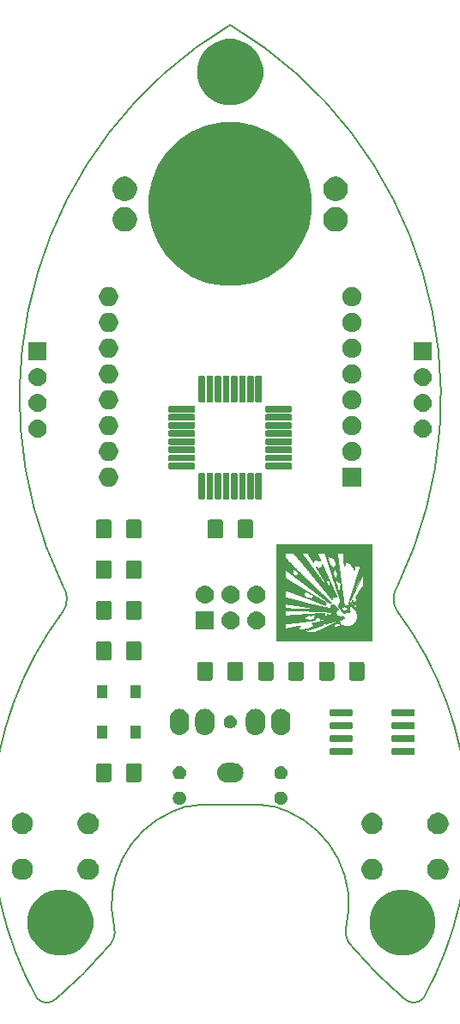
<source format=gbs>
%TF.GenerationSoftware,KiCad,Pcbnew,5.1.0*%
%TF.CreationDate,2019-05-24T21:58:45+02:00*%
%TF.ProjectId,c4-blinkenrocket,63342d62-6c69-46e6-9b65-6e726f636b65,rev?*%
%TF.SameCoordinates,PX5f5e100PY8f0d180*%
%TF.FileFunction,Soldermask,Bot*%
%TF.FilePolarity,Negative*%
%FSLAX46Y46*%
G04 Gerber Fmt 4.6, Leading zero omitted, Abs format (unit mm)*
G04 Created by KiCad (PCBNEW 5.1.0) date 2019-05-24 21:58:45*
%MOMM*%
%LPD*%
G04 APERTURE LIST*
%ADD10C,0.150000*%
%ADD11C,0.010000*%
G04 APERTURE END LIST*
D10*
X8493601Y41400284D02*
G75*
G02X8493600Y38860285I-1813748J-1269999D01*
G01*
X8493601Y38860285D02*
G75*
G03X5953600Y760285I28064427J-21005629D01*
G01*
X13573600Y7745285D02*
G75*
G02X19288600Y19175285I9668372J2309564D01*
G01*
X21828600Y19810285D02*
X28178600Y19810285D01*
X28178600Y19810285D02*
G75*
G02X30718600Y19175285I-162149J-6046100D01*
G01*
X25003600Y96645284D02*
G75*
G02X41513600Y41400285I-21889669J-36631251D01*
G01*
X41513600Y41400285D02*
G75*
G03X41513600Y38860285I1813748J-1270000D01*
G01*
X41513600Y38860284D02*
G75*
G02X44053600Y760285I-28064427J-21005628D01*
G01*
X44053599Y760285D02*
G75*
G02X42148600Y760285I-952499J922906D01*
G01*
X42148600Y760285D02*
G75*
G02X37068600Y5840285I27666882J32746882D01*
G01*
X37068600Y5840284D02*
G75*
G02X36433600Y7745285I1332279J1502427D01*
G01*
X36433601Y7745286D02*
G75*
G03X30718600Y19175285I-9668372J2309563D01*
G01*
X21828600Y19810285D02*
G75*
G03X19288600Y19175285I162150J-6046100D01*
G01*
X25003601Y96645286D02*
G75*
G03X8493600Y41400285I21889669J-36631253D01*
G01*
X5953601Y760285D02*
G75*
G03X7858600Y760285I952499J922906D01*
G01*
X12938600Y5840285D02*
G75*
G03X13573600Y7745285I-1332278J1502426D01*
G01*
X7858600Y760285D02*
G75*
G03X12938600Y5840285I-27666882J32746882D01*
G01*
D11*
G36*
X29528531Y36028531D02*
G01*
X34249573Y36028042D01*
X34419453Y36028025D01*
X34585465Y36028009D01*
X34747648Y36027994D01*
X34906042Y36027980D01*
X35060687Y36027967D01*
X35211621Y36027955D01*
X35358884Y36027945D01*
X35502516Y36027936D01*
X35642556Y36027928D01*
X35779044Y36027921D01*
X35912020Y36027915D01*
X36041522Y36027911D01*
X36167590Y36027908D01*
X36290264Y36027906D01*
X36409583Y36027906D01*
X36525587Y36027907D01*
X36638315Y36027909D01*
X36747807Y36027913D01*
X36854102Y36027918D01*
X36957239Y36027924D01*
X37057259Y36027932D01*
X37154200Y36027941D01*
X37248103Y36027952D01*
X37339006Y36027964D01*
X37426949Y36027977D01*
X37511972Y36027992D01*
X37594114Y36028009D01*
X37673414Y36028027D01*
X37749913Y36028047D01*
X37823649Y36028068D01*
X37894662Y36028090D01*
X37962992Y36028115D01*
X38028678Y36028141D01*
X38091760Y36028168D01*
X38152276Y36028197D01*
X38210267Y36028228D01*
X38265772Y36028261D01*
X38318831Y36028295D01*
X38369483Y36028331D01*
X38417767Y36028369D01*
X38463723Y36028408D01*
X38507390Y36028449D01*
X38548809Y36028492D01*
X38588018Y36028536D01*
X38625057Y36028583D01*
X38659965Y36028631D01*
X38692783Y36028681D01*
X38723549Y36028733D01*
X38752303Y36028787D01*
X38779084Y36028843D01*
X38803932Y36028900D01*
X38826887Y36028960D01*
X38847987Y36029021D01*
X38867273Y36029085D01*
X38884784Y36029150D01*
X38900559Y36029217D01*
X38914638Y36029286D01*
X38927060Y36029358D01*
X38937865Y36029431D01*
X38947093Y36029507D01*
X38954783Y36029584D01*
X38960973Y36029663D01*
X38965705Y36029745D01*
X38969017Y36029829D01*
X38970949Y36029915D01*
X38971541Y36029996D01*
X38971567Y36032011D01*
X38971593Y36037881D01*
X38971618Y36047553D01*
X38971643Y36060972D01*
X38971667Y36078085D01*
X38971691Y36098840D01*
X38971714Y36123184D01*
X38971736Y36151062D01*
X38971757Y36182422D01*
X38971778Y36217210D01*
X38971799Y36255373D01*
X38971818Y36296858D01*
X38971838Y36341611D01*
X38971856Y36389580D01*
X38971874Y36440711D01*
X38971891Y36494951D01*
X38971907Y36552246D01*
X38971923Y36612543D01*
X38971938Y36675790D01*
X38971953Y36741932D01*
X38971967Y36810917D01*
X38971980Y36882691D01*
X38971992Y36957201D01*
X38972004Y37034393D01*
X38972015Y37114215D01*
X38972025Y37196613D01*
X38972035Y37281534D01*
X38972044Y37368925D01*
X38972052Y37458732D01*
X38972059Y37550903D01*
X38972066Y37645383D01*
X38972072Y37742120D01*
X38972077Y37841060D01*
X38972082Y37942150D01*
X38972086Y38045337D01*
X38972089Y38150568D01*
X38972091Y38257789D01*
X38972092Y38366947D01*
X38972092Y38450265D01*
X37513964Y38450265D01*
X37513355Y38387039D01*
X37509041Y38323798D01*
X37500989Y38260725D01*
X37489164Y38198003D01*
X37482509Y38169561D01*
X37466704Y38113049D01*
X37447631Y38057327D01*
X37425508Y38002891D01*
X37400548Y37950231D01*
X37372969Y37899841D01*
X37344567Y37854563D01*
X37311211Y37808031D01*
X37274927Y37763479D01*
X37236042Y37721237D01*
X37194881Y37681631D01*
X37151773Y37644989D01*
X37107042Y37611637D01*
X37092801Y37601955D01*
X37052754Y37576998D01*
X37009880Y37553362D01*
X36965168Y37531536D01*
X36919610Y37512009D01*
X36881831Y37497885D01*
X36827850Y37480982D01*
X36771580Y37467011D01*
X36713367Y37456019D01*
X36653559Y37448056D01*
X36592504Y37443170D01*
X36530549Y37441409D01*
X36481939Y37442232D01*
X36468285Y37442766D01*
X36455447Y37443327D01*
X36444102Y37443882D01*
X36434930Y37444396D01*
X36428608Y37444834D01*
X36426585Y37445032D01*
X36422160Y37445456D01*
X36414503Y37446059D01*
X36404282Y37446794D01*
X36392164Y37447612D01*
X36378819Y37448468D01*
X36370335Y37448990D01*
X36344141Y37450859D01*
X36319166Y37453279D01*
X36295061Y37456358D01*
X36271482Y37460200D01*
X36248082Y37464912D01*
X36224515Y37470599D01*
X36200435Y37477368D01*
X36175494Y37485323D01*
X36149348Y37494572D01*
X36121650Y37505219D01*
X36092054Y37517371D01*
X36060213Y37531134D01*
X36025782Y37546613D01*
X35988413Y37563914D01*
X35977200Y37569182D01*
X35960931Y37576837D01*
X35944768Y37584420D01*
X35929292Y37591660D01*
X35915086Y37598287D01*
X35902730Y37604029D01*
X35892804Y37608616D01*
X35886454Y37611520D01*
X35863115Y37622098D01*
X35856463Y37618576D01*
X35850222Y37614187D01*
X35842939Y37607422D01*
X35835533Y37599281D01*
X35828923Y37590768D01*
X35824438Y37583659D01*
X35821941Y37578496D01*
X35818455Y37570542D01*
X35814347Y37560673D01*
X35809985Y37549761D01*
X35807383Y37543038D01*
X35801062Y37526963D01*
X35795509Y37514022D01*
X35790391Y37503603D01*
X35785371Y37495093D01*
X35780118Y37487876D01*
X35774295Y37481340D01*
X35773113Y37480142D01*
X35760227Y37469876D01*
X35744995Y37462168D01*
X35728296Y37457366D01*
X35711966Y37455815D01*
X35705244Y37455591D01*
X35696205Y37454993D01*
X35686413Y37454131D01*
X35682581Y37453731D01*
X35648400Y37448272D01*
X35613978Y37439352D01*
X35579209Y37426921D01*
X35543983Y37410926D01*
X35508194Y37391316D01*
X35471734Y37368041D01*
X35434494Y37341048D01*
X35416446Y37326865D01*
X35404380Y37317404D01*
X35394488Y37310333D01*
X35386127Y37305331D01*
X35378654Y37302082D01*
X35371426Y37300267D01*
X35363799Y37299567D01*
X35361201Y37299527D01*
X35347873Y37300750D01*
X35334498Y37304588D01*
X35320715Y37311236D01*
X35306160Y37320890D01*
X35290469Y37333745D01*
X35280483Y37342957D01*
X35262296Y37360345D01*
X35256337Y37355939D01*
X35252147Y37353168D01*
X35248981Y37352653D01*
X35244837Y37354180D01*
X35243923Y37354612D01*
X35238206Y37359171D01*
X35232598Y37367058D01*
X35227410Y37377699D01*
X35222953Y37390521D01*
X35221421Y37396223D01*
X35218514Y37408667D01*
X35216775Y37418255D01*
X35216178Y37425851D01*
X35216697Y37432319D01*
X35218308Y37438526D01*
X35220046Y37443115D01*
X35223041Y37452030D01*
X35224706Y37461455D01*
X35225017Y37472004D01*
X35223951Y37484287D01*
X35221485Y37498918D01*
X35217594Y37516508D01*
X35217154Y37518339D01*
X35212770Y37538459D01*
X35210136Y37555614D01*
X35209220Y37570315D01*
X35209989Y37583074D01*
X35212351Y37594206D01*
X35213814Y37598813D01*
X35215439Y37602125D01*
X35217961Y37604814D01*
X35222114Y37607550D01*
X35228634Y37611004D01*
X35233355Y37613382D01*
X35261607Y37628506D01*
X35286588Y37643956D01*
X35308933Y37660176D01*
X35329278Y37677609D01*
X35339655Y37687684D01*
X35359580Y37707858D01*
X35396317Y37714579D01*
X35449850Y37723556D01*
X35503687Y37731005D01*
X35556666Y37736784D01*
X35607627Y37740752D01*
X35615739Y37741221D01*
X35646707Y37742330D01*
X35674101Y37742050D01*
X35698001Y37740368D01*
X35718488Y37737275D01*
X35735644Y37732760D01*
X35749549Y37726812D01*
X35756678Y37722323D01*
X35768213Y37715437D01*
X35780107Y37711169D01*
X35791628Y37709631D01*
X35802043Y37710933D01*
X35809369Y37714281D01*
X35813001Y37717228D01*
X35815764Y37721020D01*
X35818238Y37726678D01*
X35820726Y37734308D01*
X35822584Y37740910D01*
X35823896Y37747065D01*
X35824758Y37753701D01*
X35825267Y37761746D01*
X35825519Y37772130D01*
X35825594Y37781131D01*
X35825577Y37793825D01*
X35825328Y37803579D01*
X35824760Y37811357D01*
X35823784Y37818124D01*
X35822313Y37824846D01*
X35821226Y37829000D01*
X35812333Y37854752D01*
X35800292Y37878589D01*
X35785345Y37900234D01*
X35767733Y37919409D01*
X35747698Y37935838D01*
X35725482Y37949243D01*
X35710632Y37955948D01*
X35695432Y37961083D01*
X35679167Y37965039D01*
X35663578Y37967429D01*
X35656769Y37967909D01*
X35655025Y37967933D01*
X35653182Y37967813D01*
X35651037Y37967458D01*
X35648387Y37966774D01*
X35645031Y37965668D01*
X35640765Y37964048D01*
X35635387Y37961820D01*
X35628694Y37958892D01*
X35620483Y37955170D01*
X35610551Y37950563D01*
X35598696Y37944977D01*
X35584716Y37938319D01*
X35568407Y37930496D01*
X35549567Y37921415D01*
X35527993Y37910984D01*
X35503482Y37899110D01*
X35475833Y37885699D01*
X35449662Y37872999D01*
X35412472Y37854949D01*
X35374876Y37836705D01*
X35337064Y37818356D01*
X35299226Y37799995D01*
X35261551Y37781714D01*
X35224229Y37763605D01*
X35187449Y37745761D01*
X35151401Y37728272D01*
X35116274Y37711231D01*
X35082259Y37694730D01*
X35049545Y37678861D01*
X35018321Y37663716D01*
X34988777Y37649387D01*
X34961102Y37635965D01*
X34935487Y37623544D01*
X34912121Y37612214D01*
X34891193Y37602068D01*
X34872893Y37593197D01*
X34857411Y37585694D01*
X34844936Y37579651D01*
X34835658Y37575159D01*
X34831269Y37573037D01*
X34825291Y37570145D01*
X34816068Y37565679D01*
X34803873Y37559770D01*
X34788977Y37552551D01*
X34771650Y37544152D01*
X34752166Y37534706D01*
X34730795Y37524344D01*
X34707809Y37513198D01*
X34683480Y37501399D01*
X34658078Y37489079D01*
X34631876Y37476370D01*
X34605145Y37463403D01*
X34602669Y37462203D01*
X34578469Y37450463D01*
X34551108Y37437191D01*
X34520943Y37422559D01*
X34488331Y37406741D01*
X34453628Y37389908D01*
X34417189Y37372234D01*
X34379372Y37353892D01*
X34340531Y37335054D01*
X34301023Y37315892D01*
X34261205Y37296580D01*
X34221433Y37277290D01*
X34182062Y37258196D01*
X34143449Y37239469D01*
X34105951Y37221283D01*
X34088808Y37212970D01*
X34050929Y37194599D01*
X34011145Y37175300D01*
X33969867Y37155275D01*
X33927504Y37134721D01*
X33884468Y37113838D01*
X33841170Y37092827D01*
X33798020Y37071885D01*
X33755430Y37051213D01*
X33713811Y37031010D01*
X33673573Y37011475D01*
X33635126Y36992808D01*
X33598883Y36975209D01*
X33565254Y36958876D01*
X33534650Y36944009D01*
X33529031Y36941279D01*
X33285777Y36823091D01*
X32075369Y36822769D01*
X32075405Y36828142D01*
X32075440Y36833515D01*
X32712847Y37060058D01*
X32762419Y37077677D01*
X32811676Y37095184D01*
X32860452Y37112520D01*
X32908581Y37129627D01*
X32955894Y37146443D01*
X33002226Y37162912D01*
X33047409Y37178972D01*
X33091276Y37194564D01*
X33133661Y37209630D01*
X33174395Y37224110D01*
X33213313Y37237944D01*
X33250248Y37251073D01*
X33285032Y37263438D01*
X33317498Y37274979D01*
X33347480Y37285638D01*
X33374811Y37295354D01*
X33399323Y37304069D01*
X33420850Y37311723D01*
X33439225Y37318257D01*
X33454280Y37323611D01*
X33465849Y37327726D01*
X33467485Y37328307D01*
X33490054Y37336337D01*
X33513189Y37344566D01*
X33536342Y37352802D01*
X33558964Y37360849D01*
X33580509Y37368513D01*
X33600427Y37375597D01*
X33618171Y37381908D01*
X33633192Y37387250D01*
X33642354Y37390508D01*
X33652529Y37394126D01*
X33666032Y37398929D01*
X33682507Y37404790D01*
X33701600Y37411583D01*
X33722957Y37419182D01*
X33746223Y37427461D01*
X33771044Y37436293D01*
X33797066Y37445553D01*
X33823934Y37455114D01*
X33851293Y37464851D01*
X33878789Y37474637D01*
X33887842Y37477859D01*
X34075691Y37544715D01*
X34083775Y37554485D01*
X34091258Y37565038D01*
X34099360Y37579324D01*
X34108024Y37597227D01*
X34117194Y37618630D01*
X34126815Y37643417D01*
X34127887Y37646315D01*
X34135765Y37667261D01*
X34142763Y37684865D01*
X34149076Y37699545D01*
X34154898Y37711717D01*
X34160422Y37721798D01*
X34165843Y37730204D01*
X34168771Y37734162D01*
X34177581Y37744575D01*
X34186100Y37752381D01*
X34195537Y37758584D01*
X34202526Y37762133D01*
X34214204Y37766037D01*
X34227811Y37768087D01*
X34242404Y37768370D01*
X34257042Y37766972D01*
X34270782Y37763981D01*
X34282682Y37759483D01*
X34291376Y37753935D01*
X34299569Y37747970D01*
X34310900Y37741280D01*
X34324744Y37734199D01*
X34340476Y37727059D01*
X34346715Y37724443D01*
X34365896Y37716035D01*
X34381668Y37707838D01*
X34394490Y37699501D01*
X34404818Y37690672D01*
X34413112Y37680999D01*
X34419830Y37670129D01*
X34421351Y37667114D01*
X34424676Y37660268D01*
X34427289Y37654922D01*
X34428771Y37651926D01*
X34428950Y37651584D01*
X34430806Y37652093D01*
X34435982Y37653782D01*
X34444114Y37656526D01*
X34454840Y37660200D01*
X34467794Y37664679D01*
X34482614Y37669838D01*
X34498937Y37675552D01*
X34515013Y37681207D01*
X34568864Y37700153D01*
X34620134Y37718105D01*
X34669355Y37735243D01*
X34717058Y37751746D01*
X34763774Y37767794D01*
X34810033Y37783567D01*
X34856368Y37799245D01*
X34903308Y37815007D01*
X34951384Y37831033D01*
X35001129Y37847502D01*
X35053071Y37864595D01*
X35107744Y37882492D01*
X35159515Y37899367D01*
X35185872Y37907890D01*
X35215394Y37917343D01*
X35247502Y37927545D01*
X35281614Y37938314D01*
X35317151Y37949471D01*
X35353532Y37960832D01*
X35390176Y37972218D01*
X35426503Y37983447D01*
X35461933Y37994338D01*
X35495885Y38004709D01*
X35527778Y38014381D01*
X35537044Y38017175D01*
X35556726Y38023113D01*
X35573091Y38028093D01*
X35586565Y38032268D01*
X35597579Y38035791D01*
X35606560Y38038816D01*
X35613936Y38041496D01*
X35620135Y38043984D01*
X35625587Y38046434D01*
X35630720Y38048999D01*
X35635961Y38051832D01*
X35639621Y38053885D01*
X35654121Y38061967D01*
X35665755Y38068166D01*
X35674958Y38072690D01*
X35682163Y38075747D01*
X35687807Y38077546D01*
X35689985Y38078005D01*
X35694274Y38078417D01*
X35697336Y38077341D01*
X35700485Y38074070D01*
X35702685Y38071138D01*
X35710250Y38062752D01*
X35720267Y38054426D01*
X35731392Y38047150D01*
X35742264Y38041924D01*
X35752704Y38038448D01*
X35763723Y38035760D01*
X35775754Y38033842D01*
X35789231Y38032678D01*
X35804585Y38032250D01*
X35822250Y38032541D01*
X35842658Y38033535D01*
X35866242Y38035213D01*
X35881052Y38036450D01*
X35930465Y38040755D01*
X35940846Y38053574D01*
X35963743Y38080129D01*
X35987421Y38104305D01*
X36011298Y38125532D01*
X36024639Y38135991D01*
X36035734Y38143974D01*
X36047445Y38151799D01*
X36060337Y38159802D01*
X36074976Y38168322D01*
X36091928Y38177694D01*
X36111758Y38188258D01*
X36116430Y38190705D01*
X36130230Y38197929D01*
X36144849Y38205602D01*
X36159277Y38213193D01*
X36172505Y38220171D01*
X36183524Y38226005D01*
X36185773Y38227200D01*
X36187155Y38227935D01*
X35242238Y38227935D01*
X35239013Y38225467D01*
X35232650Y38221837D01*
X35229854Y38220389D01*
X35220162Y38215932D01*
X35207373Y38210854D01*
X35191323Y38205098D01*
X35171851Y38198608D01*
X35148794Y38191324D01*
X35139000Y38188319D01*
X35128007Y38184765D01*
X35115380Y38180369D01*
X35103076Y38175824D01*
X35097108Y38173492D01*
X35083806Y38168370D01*
X35070488Y38163718D01*
X35056764Y38159457D01*
X35042246Y38155506D01*
X35026544Y38151784D01*
X35009269Y38148210D01*
X34990032Y38144703D01*
X34968443Y38141183D01*
X34944113Y38137570D01*
X34916652Y38133781D01*
X34886954Y38129901D01*
X34870197Y38127714D01*
X34853202Y38125417D01*
X34836762Y38123124D01*
X34821666Y38120945D01*
X34808707Y38118995D01*
X34798675Y38117386D01*
X34797077Y38117113D01*
X34792370Y38116198D01*
X34784048Y38114466D01*
X34772305Y38111959D01*
X34757339Y38108722D01*
X34739344Y38104798D01*
X34718518Y38100230D01*
X34695055Y38095061D01*
X34669152Y38089335D01*
X34641004Y38083095D01*
X34610808Y38076386D01*
X34578759Y38069249D01*
X34545053Y38061728D01*
X34509887Y38053868D01*
X34473455Y38045711D01*
X34435955Y38037300D01*
X34397581Y38028680D01*
X34378242Y38024330D01*
X33987738Y37936462D01*
X33945426Y37936462D01*
X33930833Y37936419D01*
X33919460Y37936257D01*
X33910622Y37935927D01*
X33903631Y37935381D01*
X33897802Y37934569D01*
X33892448Y37933443D01*
X33888499Y37932410D01*
X33869321Y37927152D01*
X33849763Y37921914D01*
X33829585Y37916637D01*
X33808543Y37911267D01*
X33786398Y37905746D01*
X33762906Y37900018D01*
X33737826Y37894027D01*
X33710916Y37887715D01*
X33681935Y37881025D01*
X33650641Y37873903D01*
X33616791Y37866290D01*
X33580145Y37858131D01*
X33540460Y37849368D01*
X33497494Y37839946D01*
X33451007Y37829807D01*
X33438177Y37827017D01*
X33386970Y37815825D01*
X33339349Y37805287D01*
X33295058Y37795341D01*
X33253841Y37785927D01*
X33215442Y37776985D01*
X33179604Y37768455D01*
X33146072Y37760277D01*
X33114589Y37752390D01*
X33084900Y37744734D01*
X33058154Y37737628D01*
X33037639Y37732096D01*
X33037068Y37719336D01*
X33036498Y37706575D01*
X33043907Y37704352D01*
X33052299Y37700736D01*
X33062780Y37694413D01*
X33074937Y37685682D01*
X33088360Y37674841D01*
X33102635Y37662186D01*
X33104069Y37660855D01*
X33119404Y37646840D01*
X33133187Y37634800D01*
X33145154Y37624951D01*
X33155041Y37617510D01*
X33162582Y37612691D01*
X33163505Y37612203D01*
X33167968Y37609219D01*
X33171283Y37605071D01*
X33173649Y37599158D01*
X33175266Y37590876D01*
X33176332Y37579623D01*
X33176749Y37572069D01*
X33176950Y37557885D01*
X33175924Y37545601D01*
X33173398Y37533959D01*
X33169098Y37521702D01*
X33162751Y37507572D01*
X33162680Y37507425D01*
X33158041Y37498353D01*
X33152839Y37489360D01*
X33146790Y37480077D01*
X33139604Y37470132D01*
X33130996Y37459156D01*
X33120677Y37446776D01*
X33108361Y37432624D01*
X33093761Y37416327D01*
X33082581Y37404049D01*
X33074330Y37394991D01*
X33066660Y37386490D01*
X33060094Y37379135D01*
X33055159Y37373514D01*
X33052483Y37370345D01*
X33047121Y37365412D01*
X33042523Y37363951D01*
X33029159Y37362451D01*
X33013815Y37358093D01*
X32996384Y37350831D01*
X32976761Y37340619D01*
X32954839Y37327411D01*
X32947936Y37322948D01*
X32937537Y37316224D01*
X32927030Y37309596D01*
X32917382Y37303663D01*
X32909557Y37299022D01*
X32906765Y37297447D01*
X32885543Y37287504D01*
X32864974Y37281359D01*
X32844922Y37278982D01*
X32827882Y37279942D01*
X32813324Y37281967D01*
X32801316Y37270437D01*
X32781709Y37254226D01*
X32759660Y37240932D01*
X32735102Y37230525D01*
X32707968Y37222979D01*
X32678189Y37218266D01*
X32671716Y37217645D01*
X32663912Y37217113D01*
X32652913Y37216564D01*
X32639430Y37216022D01*
X32624176Y37215512D01*
X32607863Y37215060D01*
X32591204Y37214691D01*
X32585782Y37214593D01*
X32561816Y37214070D01*
X32541279Y37213358D01*
X32523696Y37212408D01*
X32508592Y37211174D01*
X32495490Y37209609D01*
X32483915Y37207665D01*
X32473391Y37205294D01*
X32463445Y37202451D01*
X32449851Y37197618D01*
X32436832Y37191985D01*
X32425539Y37186091D01*
X32418269Y37181362D01*
X32413859Y37178999D01*
X32406782Y37176229D01*
X32398190Y37173475D01*
X32392869Y37172027D01*
X32379411Y37168152D01*
X32365067Y37163058D01*
X32349411Y37156549D01*
X32332016Y37148434D01*
X32312454Y37138519D01*
X32290299Y37126611D01*
X32280884Y37121398D01*
X32256652Y37108055D01*
X32235320Y37096720D01*
X32216518Y37087257D01*
X32199880Y37079528D01*
X32185037Y37073397D01*
X32171623Y37068727D01*
X32159269Y37065381D01*
X32147607Y37063224D01*
X32136270Y37062117D01*
X32124891Y37061925D01*
X32121188Y37062034D01*
X32105155Y37063596D01*
X32090295Y37067191D01*
X32087992Y37067941D01*
X32073831Y37073487D01*
X32060863Y37080419D01*
X32047948Y37089424D01*
X32036312Y37099090D01*
X32024623Y37108559D01*
X32012837Y37116272D01*
X32000508Y37122311D01*
X31987189Y37126762D01*
X31972433Y37129708D01*
X31955793Y37131234D01*
X31936821Y37131423D01*
X31915070Y37130359D01*
X31890094Y37128127D01*
X31884869Y37127569D01*
X31871871Y37126271D01*
X31858622Y37125155D01*
X31846255Y37124305D01*
X31835905Y37123801D01*
X31830835Y37123697D01*
X31811969Y37123662D01*
X31783800Y37151504D01*
X31771724Y37163726D01*
X31762279Y37174062D01*
X31755084Y37183110D01*
X31749754Y37191467D01*
X31745906Y37199731D01*
X31743155Y37208500D01*
X31741211Y37217829D01*
X31738944Y37230911D01*
X31752862Y37251727D01*
X31769466Y37279167D01*
X31782528Y37306753D01*
X31792271Y37335147D01*
X31798915Y37365014D01*
X31802682Y37397017D01*
X31803006Y37401929D01*
X31803986Y37414055D01*
X31805477Y37423077D01*
X31807807Y37429791D01*
X31811300Y37434997D01*
X31816284Y37439491D01*
X31819232Y37441583D01*
X31824589Y37444774D01*
X31830348Y37447164D01*
X31837256Y37448909D01*
X31846059Y37450165D01*
X31857505Y37451087D01*
X31867381Y37451612D01*
X31880164Y37452359D01*
X31889678Y37453387D01*
X31896561Y37454910D01*
X31901450Y37457145D01*
X31904985Y37460307D01*
X31907803Y37464611D01*
X31908216Y37465392D01*
X31910247Y37471091D01*
X31911554Y37477994D01*
X31911675Y37479368D01*
X31911802Y37484664D01*
X31910737Y37487396D01*
X31907700Y37488888D01*
X31905719Y37489445D01*
X31902170Y37490015D01*
X31897503Y37489991D01*
X31891219Y37489297D01*
X31882816Y37487855D01*
X31871791Y37485588D01*
X31857645Y37482417D01*
X31852631Y37481259D01*
X31843503Y37479420D01*
X31834373Y37478043D01*
X31826955Y37477380D01*
X31825813Y37477354D01*
X31820833Y37476941D01*
X31812779Y37475814D01*
X31802391Y37474096D01*
X31790412Y37471914D01*
X31777584Y37469391D01*
X31774036Y37468660D01*
X31762553Y37466268D01*
X31747283Y37463084D01*
X31728267Y37459114D01*
X31705543Y37454368D01*
X31679151Y37448854D01*
X31649129Y37442580D01*
X31615516Y37435553D01*
X31578351Y37427782D01*
X31537674Y37419276D01*
X31493523Y37410042D01*
X31445937Y37400088D01*
X31394955Y37389424D01*
X31340617Y37378056D01*
X31338769Y37377669D01*
X31292729Y37368037D01*
X31245955Y37358251D01*
X31198715Y37348369D01*
X31151276Y37338444D01*
X31103904Y37328535D01*
X31056866Y37318695D01*
X31010429Y37308982D01*
X30964861Y37299450D01*
X30920426Y37290156D01*
X30877393Y37281155D01*
X30836028Y37272503D01*
X30796598Y37264256D01*
X30759370Y37256470D01*
X30724610Y37249201D01*
X30692585Y37242504D01*
X30663563Y37236436D01*
X30637809Y37231051D01*
X30615591Y37226406D01*
X30613892Y37226051D01*
X30590305Y37221119D01*
X30566322Y37216105D01*
X30542474Y37211117D01*
X30519291Y37206268D01*
X30497303Y37201667D01*
X30477042Y37197428D01*
X30459036Y37193659D01*
X30443817Y37190472D01*
X30432341Y37188068D01*
X30418166Y37185130D01*
X30405270Y37182522D01*
X30394137Y37180336D01*
X30385250Y37178664D01*
X30379093Y37177600D01*
X30376152Y37177237D01*
X30375975Y37177267D01*
X30375881Y37179294D01*
X30375830Y37184972D01*
X30375820Y37194047D01*
X30375849Y37206262D01*
X30375916Y37221362D01*
X30376020Y37239092D01*
X30376158Y37259195D01*
X30376329Y37281416D01*
X30376531Y37305499D01*
X30376763Y37331189D01*
X30377024Y37358230D01*
X30377295Y37384856D01*
X30377594Y37413926D01*
X30377880Y37442558D01*
X30378152Y37470429D01*
X30378405Y37497214D01*
X30378637Y37522589D01*
X30378846Y37546228D01*
X30379028Y37567807D01*
X30379180Y37587001D01*
X30379300Y37603486D01*
X30379385Y37616937D01*
X30379433Y37627030D01*
X30379442Y37631872D01*
X30379431Y37672136D01*
X30390665Y37673337D01*
X30394727Y37673799D01*
X30402264Y37674683D01*
X30412873Y37675941D01*
X30426149Y37677524D01*
X30441689Y37679386D01*
X30459089Y37681476D01*
X30477946Y37683747D01*
X30497855Y37686151D01*
X30507408Y37687306D01*
X30528497Y37689858D01*
X30549387Y37692385D01*
X30569575Y37694827D01*
X30588553Y37697123D01*
X30605817Y37699211D01*
X30620861Y37701031D01*
X30633179Y37702520D01*
X30642266Y37703618D01*
X30644177Y37703849D01*
X30671088Y37707100D01*
X30699686Y37710556D01*
X30729715Y37714186D01*
X30760918Y37717958D01*
X30793039Y37721842D01*
X30825820Y37725806D01*
X30859005Y37729819D01*
X30892336Y37733851D01*
X30925558Y37737871D01*
X30958413Y37741846D01*
X30990645Y37745746D01*
X31021997Y37749541D01*
X31052211Y37753198D01*
X31081032Y37756687D01*
X31108202Y37759977D01*
X31133465Y37763037D01*
X31156564Y37765835D01*
X31177242Y37768341D01*
X31195242Y37770524D01*
X31210308Y37772351D01*
X31222183Y37773793D01*
X31230609Y37774819D01*
X31234239Y37775262D01*
X31243614Y37776406D01*
X31256358Y37777956D01*
X31271959Y37779849D01*
X31289907Y37782023D01*
X31309690Y37784417D01*
X31330796Y37786968D01*
X31352716Y37789615D01*
X31374937Y37792296D01*
X31387615Y37793824D01*
X31409462Y37796458D01*
X31431046Y37799062D01*
X31451896Y37801580D01*
X31471538Y37803954D01*
X31489498Y37806126D01*
X31505303Y37808040D01*
X31518479Y37809639D01*
X31528554Y37810864D01*
X31533177Y37811429D01*
X31539316Y37812177D01*
X31549040Y37813359D01*
X31562058Y37814937D01*
X31578076Y37816877D01*
X31596800Y37819143D01*
X31617937Y37821701D01*
X31641193Y37824513D01*
X31666277Y37827545D01*
X31692893Y37830762D01*
X31720750Y37834127D01*
X31749553Y37837606D01*
X31779009Y37841163D01*
X31783269Y37841677D01*
X31812987Y37845265D01*
X31842222Y37848797D01*
X31870668Y37852235D01*
X31898019Y37855542D01*
X31923969Y37858682D01*
X31948211Y37861616D01*
X31970440Y37864308D01*
X31990349Y37866722D01*
X32007632Y37868819D01*
X32021982Y37870562D01*
X32033094Y37871916D01*
X32040662Y37872842D01*
X32041177Y37872905D01*
X32048498Y37873802D01*
X32059384Y37875128D01*
X32073521Y37876847D01*
X32090595Y37878919D01*
X32110291Y37881307D01*
X32132295Y37883972D01*
X32156293Y37886877D01*
X32181971Y37889984D01*
X32209013Y37893254D01*
X32237106Y37896650D01*
X32265936Y37900133D01*
X32291269Y37903192D01*
X32325194Y37907289D01*
X32362296Y37911771D01*
X32401871Y37916553D01*
X32443218Y37921551D01*
X32485633Y37926679D01*
X32528414Y37931852D01*
X32570857Y37936986D01*
X32612261Y37941996D01*
X32651922Y37946795D01*
X32689139Y37951301D01*
X32718185Y37954818D01*
X32752387Y37958960D01*
X32789349Y37963436D01*
X32828400Y37968163D01*
X32868872Y37973062D01*
X32910097Y37978052D01*
X32951405Y37983051D01*
X32992129Y37987978D01*
X33031600Y37992754D01*
X33069148Y37997295D01*
X33104106Y38001523D01*
X33133622Y38005092D01*
X33333160Y38029216D01*
X33363918Y38090789D01*
X33375379Y38113403D01*
X33385716Y38132975D01*
X33395310Y38150070D01*
X33404547Y38165252D01*
X33413807Y38179085D01*
X33423473Y38192133D01*
X33433929Y38204959D01*
X33445557Y38218129D01*
X33458739Y38232206D01*
X33462552Y38236170D01*
X33491609Y38264034D01*
X33521394Y38288249D01*
X33551829Y38308774D01*
X33582839Y38325569D01*
X33614347Y38338595D01*
X33646278Y38347811D01*
X33678555Y38353176D01*
X33686308Y38353884D01*
X33702385Y38355120D01*
X33719750Y38340686D01*
X33728409Y38333596D01*
X33738817Y38325237D01*
X33749609Y38316696D01*
X33758608Y38309689D01*
X33772020Y38298908D01*
X33785353Y38287380D01*
X33798001Y38275685D01*
X33809361Y38264404D01*
X33818830Y38254119D01*
X33825804Y38245411D01*
X33826640Y38244213D01*
X33830626Y38237840D01*
X33833541Y38231637D01*
X33835463Y38224946D01*
X33836471Y38217111D01*
X33836642Y38207475D01*
X33836054Y38195381D01*
X33834787Y38180174D01*
X33834560Y38177762D01*
X33833026Y38158813D01*
X33832429Y38143144D01*
X33832854Y38130220D01*
X33834389Y38119505D01*
X33837118Y38110465D01*
X33841129Y38102566D01*
X33846507Y38095272D01*
X33848164Y38093382D01*
X33855122Y38085680D01*
X33884042Y38089206D01*
X33909304Y38092267D01*
X33934238Y38095246D01*
X33959067Y38098166D01*
X33984016Y38101050D01*
X34009310Y38103922D01*
X34035172Y38106805D01*
X34061828Y38109721D01*
X34089502Y38112694D01*
X34118417Y38115748D01*
X34148799Y38118904D01*
X34180871Y38122187D01*
X34214858Y38125620D01*
X34250985Y38129226D01*
X34289476Y38133027D01*
X34330554Y38137048D01*
X34374445Y38141311D01*
X34421373Y38145840D01*
X34471563Y38150657D01*
X34525237Y38155786D01*
X34571408Y38160184D01*
X34626986Y38165481D01*
X34678903Y38170452D01*
X34727389Y38175121D01*
X34772675Y38179512D01*
X34814991Y38183648D01*
X34854569Y38187553D01*
X34891638Y38191251D01*
X34926430Y38194766D01*
X34959175Y38198122D01*
X34990103Y38201342D01*
X35019445Y38204450D01*
X35047433Y38207470D01*
X35074296Y38210425D01*
X35100265Y38213341D01*
X35125570Y38216240D01*
X35150444Y38219146D01*
X35175115Y38222083D01*
X35198127Y38224868D01*
X35210458Y38226319D01*
X35221610Y38227530D01*
X35230951Y38228440D01*
X35237848Y38228990D01*
X35241670Y38229119D01*
X35242088Y38229074D01*
X35242238Y38227935D01*
X36187155Y38227935D01*
X36213615Y38242007D01*
X36213602Y38263615D01*
X36211750Y38288728D01*
X36206186Y38313236D01*
X36196853Y38337316D01*
X36183691Y38361143D01*
X36178362Y38369177D01*
X36166126Y38385263D01*
X36153649Y38398093D01*
X36140122Y38408273D01*
X36124730Y38416412D01*
X36106663Y38423119D01*
X36106154Y38423278D01*
X36100208Y38425008D01*
X36094643Y38426241D01*
X36088613Y38427058D01*
X36081273Y38427538D01*
X36071776Y38427763D01*
X36059277Y38427811D01*
X36058285Y38427810D01*
X36047911Y38427739D01*
X36038664Y38427499D01*
X36029996Y38427002D01*
X36021359Y38426164D01*
X36012204Y38424899D01*
X36001983Y38423119D01*
X35990147Y38420741D01*
X35976148Y38417678D01*
X35959438Y38413843D01*
X35940077Y38409295D01*
X35919393Y38404578D01*
X35899902Y38400464D01*
X35882085Y38397040D01*
X35866426Y38394392D01*
X35853407Y38392604D01*
X35843510Y38391763D01*
X35841053Y38391708D01*
X35827028Y38393347D01*
X35811449Y38398169D01*
X35797446Y38404612D01*
X35790070Y38408712D01*
X35782709Y38413342D01*
X35774847Y38418894D01*
X35765968Y38425760D01*
X35755553Y38434332D01*
X35743087Y38445001D01*
X35735725Y38451417D01*
X35726678Y38459280D01*
X35718184Y38466555D01*
X35710864Y38472718D01*
X35705339Y38477245D01*
X35702580Y38479372D01*
X35698391Y38482015D01*
X35693669Y38484197D01*
X35687983Y38485976D01*
X35680898Y38487411D01*
X35671983Y38488558D01*
X35660805Y38489478D01*
X35646930Y38490227D01*
X35629927Y38490865D01*
X35613785Y38491334D01*
X35593557Y38491946D01*
X35576727Y38492673D01*
X35562786Y38493615D01*
X35551225Y38494872D01*
X35541533Y38496544D01*
X35533202Y38498732D01*
X35525722Y38501535D01*
X35518583Y38505055D01*
X35511277Y38509390D01*
X35506617Y38512414D01*
X35500665Y38516780D01*
X35496382Y38521284D01*
X35492708Y38527236D01*
X35489828Y38533193D01*
X35486424Y38540220D01*
X35481664Y38549494D01*
X35476148Y38559874D01*
X35470471Y38570222D01*
X35469724Y38571554D01*
X35458576Y38591781D01*
X35449417Y38609285D01*
X35442021Y38624565D01*
X35436163Y38638119D01*
X35431617Y38650443D01*
X35428160Y38662036D01*
X35427350Y38665246D01*
X35426522Y38670248D01*
X35425606Y38678464D01*
X35424645Y38689206D01*
X35423683Y38701782D01*
X35422766Y38715504D01*
X35421936Y38729679D01*
X35421240Y38743619D01*
X35420720Y38756633D01*
X35420422Y38768030D01*
X35420368Y38773834D01*
X35421635Y38812742D01*
X35421788Y38814177D01*
X35096496Y38814177D01*
X35079058Y38810083D01*
X35039229Y38802194D01*
X35001340Y38797682D01*
X34985623Y38796780D01*
X34974292Y38796320D01*
X34966166Y38795856D01*
X34960545Y38795261D01*
X34956730Y38794411D01*
X34954018Y38793181D01*
X34951710Y38791446D01*
X34950696Y38790539D01*
X34945327Y38784137D01*
X34940904Y38776185D01*
X34938231Y38768292D01*
X34937797Y38764650D01*
X34938491Y38758769D01*
X34940779Y38751292D01*
X34944841Y38741787D01*
X34950853Y38729819D01*
X34956203Y38719954D01*
X34961164Y38710700D01*
X34965605Y38701866D01*
X34969057Y38694423D01*
X34971050Y38689340D01*
X34971108Y38689146D01*
X34972134Y38685242D01*
X34972403Y38681937D01*
X34971685Y38678303D01*
X34969750Y38673409D01*
X34966369Y38666326D01*
X34964580Y38662712D01*
X34949686Y38636856D01*
X34931394Y38612536D01*
X34911414Y38591309D01*
X34887604Y38570802D01*
X34861705Y38552978D01*
X34834380Y38538241D01*
X34806287Y38526993D01*
X34805164Y38526624D01*
X34790861Y38522261D01*
X34778044Y38519128D01*
X34764976Y38516868D01*
X34749916Y38515125D01*
X34748231Y38514965D01*
X34729669Y38513231D01*
X34714739Y38520962D01*
X34708282Y38524772D01*
X34699519Y38530624D01*
X34689124Y38538036D01*
X34677773Y38546525D01*
X34666144Y38555608D01*
X34665893Y38555809D01*
X34648156Y38569695D01*
X34632646Y38581128D01*
X34618828Y38590418D01*
X34606164Y38597872D01*
X34594118Y38603801D01*
X34582153Y38608512D01*
X34569732Y38612315D01*
X34566035Y38613275D01*
X34556966Y38615013D01*
X34550031Y38614684D01*
X34544056Y38611896D01*
X34537868Y38606254D01*
X34534824Y38602823D01*
X34530901Y38597757D01*
X34527921Y38592495D01*
X34525697Y38586326D01*
X34524041Y38578539D01*
X34522767Y38568422D01*
X34521689Y38555264D01*
X34521461Y38551923D01*
X34519757Y38532308D01*
X34517303Y38516044D01*
X34513817Y38502605D01*
X34509015Y38491462D01*
X34502615Y38482088D01*
X34494331Y38473955D01*
X34483882Y38466535D01*
X34472006Y38459830D01*
X34462248Y38455104D01*
X34450957Y38450155D01*
X34440327Y38445939D01*
X34438749Y38445366D01*
X34430482Y38442488D01*
X34424796Y38440838D01*
X34420611Y38440272D01*
X34416849Y38440646D01*
X34412431Y38441815D01*
X34412368Y38441833D01*
X34406395Y38443942D01*
X34398380Y38447207D01*
X34389772Y38451030D01*
X34387131Y38452272D01*
X34364619Y38464671D01*
X34343572Y38479490D01*
X34324310Y38496325D01*
X34307150Y38514774D01*
X34292413Y38534434D01*
X34280419Y38554901D01*
X34276941Y38563028D01*
X33429560Y38563028D01*
X33428357Y38549172D01*
X33424870Y38522145D01*
X33419164Y38497691D01*
X33410922Y38474965D01*
X33399824Y38453125D01*
X33385552Y38431329D01*
X33382032Y38426558D01*
X33376577Y38419627D01*
X33369046Y38410522D01*
X33360025Y38399926D01*
X33350101Y38388523D01*
X33339859Y38377000D01*
X33334318Y38370873D01*
X33320881Y38356086D01*
X33309853Y38343850D01*
X33300988Y38333850D01*
X33294038Y38325770D01*
X33288755Y38319297D01*
X33284892Y38314116D01*
X33282201Y38309911D01*
X33280436Y38306369D01*
X33279348Y38303174D01*
X33278714Y38300160D01*
X33278246Y38295413D01*
X33277822Y38287524D01*
X33277469Y38277259D01*
X33277211Y38265383D01*
X33277075Y38252663D01*
X33277067Y38251031D01*
X33276713Y38230491D01*
X33275740Y38213353D01*
X33274026Y38199147D01*
X33271451Y38187397D01*
X33267896Y38177633D01*
X33263238Y38169381D01*
X33257358Y38162169D01*
X33253443Y38158369D01*
X33247524Y38153498D01*
X33241102Y38149315D01*
X33233645Y38145631D01*
X33224621Y38142256D01*
X33213500Y38139000D01*
X33199749Y38135674D01*
X33182839Y38132086D01*
X33176221Y38130763D01*
X33141814Y38123720D01*
X33110877Y38116853D01*
X33082987Y38110034D01*
X33057719Y38103136D01*
X33034647Y38096030D01*
X33013346Y38088591D01*
X32993393Y38080690D01*
X32974362Y38072200D01*
X32963583Y38066957D01*
X32953210Y38062187D01*
X32942610Y38058030D01*
X32933290Y38055059D01*
X32930368Y38054354D01*
X32905653Y38050588D01*
X32878254Y38049036D01*
X32848717Y38049710D01*
X32822715Y38051998D01*
X32804861Y38054589D01*
X32783420Y38058625D01*
X32758430Y38064097D01*
X32729931Y38070997D01*
X32702554Y38078091D01*
X32675696Y38085122D01*
X32652052Y38091054D01*
X32631117Y38095988D01*
X32612386Y38100028D01*
X32595353Y38103273D01*
X32579515Y38105826D01*
X32564365Y38107789D01*
X32549400Y38109261D01*
X32546143Y38109525D01*
X32539774Y38109924D01*
X32534055Y38109967D01*
X32528183Y38109551D01*
X32521352Y38108572D01*
X32512761Y38106928D01*
X32501603Y38104515D01*
X32494366Y38102887D01*
X32470287Y38097693D01*
X32449398Y38093765D01*
X32431220Y38091032D01*
X32415269Y38089422D01*
X32401067Y38088863D01*
X32400282Y38088862D01*
X32382796Y38088862D01*
X32361121Y38107435D01*
X32350158Y38117383D01*
X32340580Y38127159D01*
X32332771Y38136292D01*
X32327116Y38144309D01*
X32324000Y38150741D01*
X32323508Y38153503D01*
X32322643Y38156996D01*
X32320373Y38162683D01*
X32317190Y38169338D01*
X32317158Y38169399D01*
X32313724Y38176561D01*
X32311828Y38182470D01*
X32311059Y38188921D01*
X32310984Y38196323D01*
X32311358Y38204102D01*
X32312456Y38211302D01*
X32314544Y38218642D01*
X32317889Y38226841D01*
X32322758Y38236616D01*
X32329415Y38248685D01*
X32332219Y38253587D01*
X32336663Y38261487D01*
X32340357Y38268618D01*
X32343522Y38275621D01*
X32346375Y38283138D01*
X32349138Y38291811D01*
X32352030Y38302281D01*
X32355271Y38315190D01*
X32359080Y38331180D01*
X32359724Y38333926D01*
X32365715Y38356049D01*
X32372534Y38374561D01*
X32380311Y38389694D01*
X32389175Y38401681D01*
X32399256Y38410755D01*
X32404297Y38413992D01*
X32407867Y38415831D01*
X32411637Y38417163D01*
X32416375Y38418107D01*
X32422850Y38418779D01*
X32431827Y38419295D01*
X32441715Y38419689D01*
X32471822Y38421955D01*
X32503010Y38426663D01*
X32535504Y38433881D01*
X32569530Y38443680D01*
X32605312Y38456129D01*
X32643076Y38471300D01*
X32683045Y38489261D01*
X32715254Y38504931D01*
X32764100Y38529415D01*
X32778754Y38529396D01*
X32787018Y38529019D01*
X32795350Y38527776D01*
X32804427Y38525464D01*
X32814926Y38521878D01*
X32827526Y38516817D01*
X32842254Y38510370D01*
X32859808Y38502744D01*
X32874545Y38496994D01*
X32887008Y38493007D01*
X32897745Y38490671D01*
X32907300Y38489873D01*
X32916219Y38490500D01*
X32925048Y38492439D01*
X32926680Y38492922D01*
X32934789Y38494992D01*
X32945028Y38497025D01*
X32955628Y38498684D01*
X32959485Y38499158D01*
X33019918Y38507593D01*
X33080989Y38519448D01*
X33141869Y38534524D01*
X33201728Y38552620D01*
X33246700Y38568523D01*
X33259048Y38572873D01*
X33273580Y38577513D01*
X33288651Y38581941D01*
X33302618Y38585660D01*
X33305315Y38586319D01*
X33317798Y38589229D01*
X33327651Y38591278D01*
X33336021Y38592616D01*
X33344052Y38593393D01*
X33352889Y38593759D01*
X33362954Y38593863D01*
X33373759Y38593844D01*
X33381558Y38593637D01*
X33387254Y38593112D01*
X33391749Y38592139D01*
X33395944Y38590587D01*
X33400473Y38588459D01*
X33409386Y38582941D01*
X33418003Y38575693D01*
X33420588Y38573008D01*
X33429560Y38563028D01*
X34276941Y38563028D01*
X34271486Y38575772D01*
X34265933Y38596645D01*
X34264521Y38607003D01*
X34264362Y38627455D01*
X34267282Y38649316D01*
X34273076Y38671879D01*
X34281536Y38694441D01*
X34292454Y38716295D01*
X34300419Y38729257D01*
X34307549Y38739996D01*
X34300862Y38745578D01*
X34296267Y38748952D01*
X34292077Y38750377D01*
X34286440Y38750365D01*
X34284299Y38750169D01*
X34280416Y38749839D01*
X34273055Y38749271D01*
X34262635Y38748496D01*
X34249576Y38747545D01*
X34234299Y38746446D01*
X34217223Y38745232D01*
X34198768Y38743932D01*
X34179355Y38742576D01*
X34176731Y38742394D01*
X34161425Y38741329D01*
X34142384Y38739999D01*
X34119769Y38738417D01*
X34093742Y38736593D01*
X34064467Y38734539D01*
X34032105Y38732267D01*
X33996818Y38729788D01*
X33958770Y38727112D01*
X33918121Y38724253D01*
X33875034Y38721220D01*
X33829672Y38718027D01*
X33782196Y38714683D01*
X33732769Y38711200D01*
X33681553Y38707590D01*
X33628711Y38703865D01*
X33574404Y38700035D01*
X33518795Y38696112D01*
X33462047Y38692108D01*
X33404320Y38688033D01*
X33345778Y38683900D01*
X33331692Y38682906D01*
X33301489Y38680773D01*
X33268588Y38678451D01*
X33233763Y38675993D01*
X33197787Y38673454D01*
X33161433Y38670889D01*
X33125476Y38668352D01*
X33090688Y38665898D01*
X33057845Y38663582D01*
X33027718Y38661458D01*
X33013215Y38660436D01*
X32964595Y38657008D01*
X32919665Y38653841D01*
X32878220Y38650920D01*
X32840052Y38648229D01*
X32804955Y38645755D01*
X32772721Y38643482D01*
X32743144Y38641397D01*
X32716017Y38639484D01*
X32691133Y38637729D01*
X32668285Y38636118D01*
X32647267Y38634635D01*
X32627871Y38633267D01*
X32609890Y38631998D01*
X32593118Y38630814D01*
X32577348Y38629700D01*
X32562373Y38628643D01*
X32547986Y38627626D01*
X32533981Y38626636D01*
X32520149Y38625658D01*
X32506285Y38624678D01*
X32492182Y38623680D01*
X32477632Y38622651D01*
X32472000Y38622252D01*
X32458879Y38621324D01*
X32442237Y38620148D01*
X32422454Y38618750D01*
X32399906Y38617157D01*
X32374971Y38615396D01*
X32348027Y38613494D01*
X32319453Y38611477D01*
X32289625Y38609371D01*
X32258922Y38607204D01*
X32227722Y38605002D01*
X32196403Y38602792D01*
X32168177Y38600800D01*
X32135900Y38598523D01*
X32102597Y38596173D01*
X32068732Y38593783D01*
X32034767Y38591386D01*
X32001166Y38589015D01*
X31968393Y38586701D01*
X31936910Y38584479D01*
X31907182Y38582380D01*
X31879671Y38580437D01*
X31854840Y38578683D01*
X31833154Y38577152D01*
X31821369Y38576319D01*
X31800467Y38574842D01*
X31776204Y38573129D01*
X31749121Y38571217D01*
X31719754Y38569145D01*
X31688643Y38566950D01*
X31656326Y38564670D01*
X31623341Y38562343D01*
X31590227Y38560008D01*
X31557521Y38557702D01*
X31525763Y38555463D01*
X31502892Y38553851D01*
X31472664Y38551720D01*
X31441418Y38549517D01*
X31409651Y38547276D01*
X31377865Y38545033D01*
X31346556Y38542822D01*
X31316225Y38540680D01*
X31287369Y38538642D01*
X31260489Y38536742D01*
X31236083Y38535016D01*
X31214649Y38533500D01*
X31199069Y38532396D01*
X31182779Y38531243D01*
X31162975Y38529842D01*
X31140042Y38528221D01*
X31114366Y38526408D01*
X31086329Y38524428D01*
X31056317Y38522310D01*
X31024715Y38520081D01*
X30991907Y38517767D01*
X30958277Y38515396D01*
X30924211Y38512994D01*
X30890092Y38510590D01*
X30856306Y38508210D01*
X30838585Y38506962D01*
X30805476Y38504630D01*
X30772055Y38502275D01*
X30738686Y38499923D01*
X30705730Y38497599D01*
X30673549Y38495330D01*
X30642507Y38493140D01*
X30612965Y38491055D01*
X30585285Y38489100D01*
X30559830Y38487302D01*
X30536963Y38485686D01*
X30517045Y38484277D01*
X30500440Y38483101D01*
X30491997Y38482502D01*
X30472837Y38481152D01*
X30454685Y38479891D01*
X30437951Y38478747D01*
X30423043Y38477747D01*
X30410369Y38476917D01*
X30400339Y38476285D01*
X30393360Y38475879D01*
X30389842Y38475724D01*
X30389735Y38475723D01*
X30382991Y38475723D01*
X30384178Y38708719D01*
X30384343Y38739363D01*
X30384520Y38769438D01*
X30384708Y38798654D01*
X30384904Y38826720D01*
X30385105Y38853343D01*
X30385309Y38878234D01*
X30385514Y38901101D01*
X30385716Y38921653D01*
X30385913Y38939598D01*
X30386103Y38954646D01*
X30386283Y38966505D01*
X30386451Y38974884D01*
X30386524Y38977535D01*
X30387683Y39013355D01*
X30453407Y39012161D01*
X30468012Y39011900D01*
X30485892Y39011586D01*
X30506415Y39011231D01*
X30528949Y39010846D01*
X30552862Y39010440D01*
X30577522Y39010026D01*
X30602296Y39009613D01*
X30626554Y39009212D01*
X30638315Y39009019D01*
X30715695Y39007668D01*
X30796371Y39006095D01*
X30879741Y39004315D01*
X30965203Y39002344D01*
X31052152Y39000199D01*
X31139986Y38997895D01*
X31228101Y38995448D01*
X31315895Y38992875D01*
X31402764Y38990190D01*
X31488105Y38987411D01*
X31571316Y38984552D01*
X31595700Y38983685D01*
X31670924Y38980966D01*
X31743329Y38978310D01*
X31813420Y38975696D01*
X31881701Y38973103D01*
X31948677Y38970511D01*
X32014853Y38967898D01*
X32080732Y38965245D01*
X32146819Y38962531D01*
X32213619Y38959735D01*
X32281635Y38956837D01*
X32351373Y38953815D01*
X32423336Y38950651D01*
X32498029Y38947322D01*
X32575957Y38943809D01*
X32601931Y38942630D01*
X32627366Y38941473D01*
X32651982Y38940351D01*
X32675943Y38939257D01*
X32699412Y38938183D01*
X32722549Y38937121D01*
X32745520Y38936063D01*
X32768486Y38935003D01*
X32791610Y38933931D01*
X32815054Y38932841D01*
X32838982Y38931724D01*
X32863556Y38930573D01*
X32888939Y38929380D01*
X32915294Y38928138D01*
X32942783Y38926839D01*
X32971570Y38925474D01*
X33001816Y38924037D01*
X33033685Y38922519D01*
X33067339Y38920913D01*
X33102941Y38919211D01*
X33140654Y38917405D01*
X33180640Y38915488D01*
X33223062Y38913452D01*
X33268084Y38911289D01*
X33315867Y38908991D01*
X33366575Y38906552D01*
X33420369Y38903962D01*
X33477414Y38901214D01*
X33537871Y38898301D01*
X33601904Y38895215D01*
X33669674Y38891948D01*
X33670685Y38891899D01*
X33763203Y38887448D01*
X33851990Y38883196D01*
X33937220Y38879135D01*
X34019064Y38875257D01*
X34097693Y38871554D01*
X34173281Y38868019D01*
X34245999Y38864645D01*
X34316019Y38861422D01*
X34383513Y38858344D01*
X34448654Y38855403D01*
X34511613Y38852591D01*
X34572562Y38849900D01*
X34631674Y38847322D01*
X34689120Y38844850D01*
X34745074Y38842476D01*
X34799705Y38840193D01*
X34853188Y38837991D01*
X34905693Y38835865D01*
X34957394Y38833805D01*
X34973900Y38833155D01*
X35081362Y38828933D01*
X35096496Y38814177D01*
X35421788Y38814177D01*
X35425494Y38848815D01*
X35431980Y38882172D01*
X35441123Y38912928D01*
X35452957Y38941202D01*
X35467513Y38967110D01*
X35477792Y38981869D01*
X35486561Y38992708D01*
X35496565Y39003756D01*
X35506949Y39014156D01*
X35516855Y39023050D01*
X35525428Y39029583D01*
X35525526Y39029648D01*
X35532433Y39033611D01*
X35540676Y39037103D01*
X35550811Y39040285D01*
X35563394Y39043317D01*
X35578981Y39046360D01*
X35590167Y39048283D01*
X35607981Y39051373D01*
X35622371Y39054204D01*
X35633803Y39056888D01*
X35642744Y39059539D01*
X35649659Y39062271D01*
X35651519Y39063180D01*
X35657014Y39066012D01*
X35639796Y39084026D01*
X35636172Y39087828D01*
X34083512Y39087828D01*
X34081515Y39087504D01*
X34079420Y39087556D01*
X34073505Y39087733D01*
X34063854Y39088030D01*
X34050555Y39088447D01*
X34033691Y39088979D01*
X34013349Y39089624D01*
X33989615Y39090380D01*
X33962572Y39091243D01*
X33932308Y39092211D01*
X33898906Y39093281D01*
X33862454Y39094450D01*
X33823036Y39095715D01*
X33780737Y39097075D01*
X33735643Y39098525D01*
X33687840Y39100064D01*
X33637413Y39101688D01*
X33584447Y39103395D01*
X33529029Y39105182D01*
X33471242Y39107046D01*
X33411173Y39108984D01*
X33348907Y39110994D01*
X33284530Y39113074D01*
X33218127Y39115219D01*
X33149783Y39117428D01*
X33079585Y39119698D01*
X33007616Y39122025D01*
X32933964Y39124408D01*
X32858712Y39126843D01*
X32781948Y39129328D01*
X32703755Y39131859D01*
X32624220Y39134435D01*
X32543428Y39137053D01*
X32461464Y39139708D01*
X32378414Y39142400D01*
X32294364Y39145125D01*
X32240581Y39146869D01*
X32155901Y39149615D01*
X32072154Y39152330D01*
X31989427Y39155011D01*
X31907805Y39157656D01*
X31827375Y39160262D01*
X31748222Y39162825D01*
X31670432Y39165344D01*
X31594091Y39167815D01*
X31519285Y39170236D01*
X31446099Y39172603D01*
X31374619Y39174915D01*
X31304932Y39177168D01*
X31237123Y39179360D01*
X31171278Y39181487D01*
X31107483Y39183548D01*
X31045823Y39185539D01*
X30986384Y39187457D01*
X30929253Y39189300D01*
X30874515Y39191066D01*
X30822256Y39192750D01*
X30772562Y39194351D01*
X30725518Y39195865D01*
X30681211Y39197291D01*
X30639726Y39198624D01*
X30601150Y39199863D01*
X30565567Y39201004D01*
X30533064Y39202046D01*
X30503727Y39202984D01*
X30477641Y39203817D01*
X30454893Y39204541D01*
X30435568Y39205154D01*
X30419752Y39205653D01*
X30407531Y39206035D01*
X30398990Y39206297D01*
X30394216Y39206437D01*
X30393185Y39206462D01*
X30383339Y39206462D01*
X30383339Y39431154D01*
X30383345Y39466434D01*
X30383367Y39497995D01*
X30383405Y39526026D01*
X30383462Y39550716D01*
X30383541Y39572254D01*
X30383643Y39590830D01*
X30383770Y39606630D01*
X30383925Y39619846D01*
X30384110Y39630665D01*
X30384327Y39639277D01*
X30384578Y39645870D01*
X30384865Y39650633D01*
X30385191Y39653756D01*
X30385558Y39655427D01*
X30385903Y39655846D01*
X30387935Y39655552D01*
X30393726Y39654680D01*
X30403176Y39653247D01*
X30416181Y39651266D01*
X30432641Y39648756D01*
X30452453Y39645730D01*
X30475515Y39642204D01*
X30501725Y39638195D01*
X30530981Y39633718D01*
X30563180Y39628789D01*
X30598222Y39623423D01*
X30636002Y39617636D01*
X30676421Y39611443D01*
X30719375Y39604861D01*
X30764762Y39597905D01*
X30812481Y39590591D01*
X30862429Y39582933D01*
X30914504Y39574949D01*
X30968604Y39566654D01*
X31024628Y39558063D01*
X31082472Y39549191D01*
X31142036Y39540056D01*
X31203216Y39530671D01*
X31265911Y39521054D01*
X31330019Y39511220D01*
X31395438Y39501183D01*
X31462065Y39490961D01*
X31529799Y39480568D01*
X31598537Y39470021D01*
X31668178Y39459335D01*
X31738619Y39448525D01*
X31809759Y39437608D01*
X31881494Y39426598D01*
X31953724Y39415513D01*
X32026346Y39404367D01*
X32099258Y39393175D01*
X32172358Y39381955D01*
X32245543Y39370720D01*
X32318713Y39359488D01*
X32391764Y39348274D01*
X32464595Y39337092D01*
X32537104Y39325960D01*
X32609188Y39314893D01*
X32680745Y39303905D01*
X32751674Y39293014D01*
X32821873Y39282235D01*
X32891238Y39271583D01*
X32959669Y39261073D01*
X33027063Y39250723D01*
X33093318Y39240547D01*
X33158332Y39230561D01*
X33222003Y39220781D01*
X33284229Y39211222D01*
X33344908Y39201900D01*
X33403937Y39192830D01*
X33461215Y39184029D01*
X33516640Y39175513D01*
X33570109Y39167295D01*
X33621521Y39159394D01*
X33670773Y39151823D01*
X33717764Y39144599D01*
X33762390Y39137737D01*
X33804551Y39131254D01*
X33844144Y39125164D01*
X33881067Y39119483D01*
X33915218Y39114228D01*
X33946495Y39109413D01*
X33974796Y39105054D01*
X34000019Y39101168D01*
X34022061Y39097769D01*
X34040821Y39094874D01*
X34056197Y39092498D01*
X34068086Y39090656D01*
X34076387Y39089365D01*
X34080997Y39088640D01*
X34081969Y39088479D01*
X34083512Y39087828D01*
X35636172Y39087828D01*
X35635682Y39088341D01*
X35629129Y39095229D01*
X35620388Y39104428D01*
X35609707Y39115673D01*
X35597337Y39128701D01*
X35583527Y39143250D01*
X35568528Y39159057D01*
X35552588Y39175858D01*
X35535958Y39193391D01*
X35518886Y39211392D01*
X35517069Y39213308D01*
X35480536Y39251712D01*
X35446380Y39287351D01*
X35414412Y39320407D01*
X35384443Y39351062D01*
X35356285Y39379499D01*
X35329748Y39405899D01*
X35304645Y39430445D01*
X35280786Y39453320D01*
X35257982Y39474705D01*
X35236045Y39494783D01*
X35214787Y39513736D01*
X35194017Y39531746D01*
X35173548Y39548995D01*
X35153191Y39565667D01*
X35146907Y39570719D01*
X35128438Y39585506D01*
X35122484Y39579876D01*
X35115289Y39573774D01*
X35107044Y39568219D01*
X35097419Y39563105D01*
X35086084Y39558328D01*
X35072712Y39553782D01*
X35056971Y39549362D01*
X35038534Y39544963D01*
X35017070Y39540480D01*
X34992250Y39535807D01*
X34974877Y39532742D01*
X34952260Y39528738D01*
X34933201Y39525131D01*
X34917379Y39521828D01*
X34904477Y39518736D01*
X34894175Y39515760D01*
X34886153Y39512808D01*
X34880093Y39509784D01*
X34875675Y39506596D01*
X34872580Y39503150D01*
X34872220Y39502621D01*
X34871211Y39500757D01*
X34870603Y39498445D01*
X34870431Y39495125D01*
X34870732Y39490237D01*
X34871542Y39483223D01*
X34872899Y39473523D01*
X34874837Y39460577D01*
X34875051Y39459173D01*
X34879599Y39425939D01*
X34882588Y39396041D01*
X34884007Y39369224D01*
X34883847Y39345236D01*
X34882098Y39323825D01*
X34878748Y39304736D01*
X34873789Y39287718D01*
X34867572Y39273227D01*
X34861554Y39263199D01*
X34853928Y39253175D01*
X34845781Y39244478D01*
X34839910Y39239569D01*
X34834159Y39235474D01*
X34785822Y39243565D01*
X34704829Y39257278D01*
X34623928Y39271290D01*
X34542979Y39285634D01*
X34461845Y39300340D01*
X34380390Y39315439D01*
X34298474Y39330962D01*
X34215960Y39346939D01*
X34132712Y39363402D01*
X34048590Y39380382D01*
X33963458Y39397908D01*
X33877177Y39416013D01*
X33789611Y39434727D01*
X33700621Y39454081D01*
X33610070Y39474106D01*
X33517819Y39494832D01*
X33423733Y39516291D01*
X33327671Y39538513D01*
X33229498Y39561530D01*
X33129076Y39585372D01*
X33026266Y39610070D01*
X32920931Y39635654D01*
X32812934Y39662157D01*
X32702136Y39689608D01*
X32588401Y39718039D01*
X32471590Y39747480D01*
X32351566Y39777963D01*
X32228191Y39809518D01*
X32101327Y39842175D01*
X32001123Y39868107D01*
X31973523Y39875266D01*
X31945663Y39882494D01*
X31917855Y39889710D01*
X31890411Y39896833D01*
X31863645Y39903782D01*
X31837869Y39910474D01*
X31813395Y39916830D01*
X31790535Y39922769D01*
X31769604Y39928207D01*
X31750912Y39933066D01*
X31734773Y39937263D01*
X31721499Y39940717D01*
X31711403Y39943348D01*
X31705115Y39944990D01*
X31690184Y39948894D01*
X31671978Y39953644D01*
X31650826Y39959157D01*
X31627055Y39965346D01*
X31600993Y39972127D01*
X31572966Y39979416D01*
X31543303Y39987126D01*
X31512331Y39995174D01*
X31480377Y40003473D01*
X31447769Y40011940D01*
X31414834Y40020488D01*
X31381900Y40029034D01*
X31349294Y40037492D01*
X31317344Y40045777D01*
X31286377Y40053805D01*
X31256720Y40061489D01*
X31228702Y40068746D01*
X31202648Y40075490D01*
X31178888Y40081637D01*
X31157748Y40087101D01*
X31139556Y40091797D01*
X31124639Y40095640D01*
X31117985Y40097351D01*
X31103254Y40101135D01*
X31085844Y40105610D01*
X31066858Y40110491D01*
X31047402Y40115495D01*
X31028579Y40120337D01*
X31014431Y40123978D01*
X30962936Y40137196D01*
X30908371Y40151130D01*
X30851468Y40165595D01*
X30792958Y40180408D01*
X30733575Y40195382D01*
X30674050Y40210332D01*
X30615116Y40225074D01*
X30563092Y40238034D01*
X30538590Y40244129D01*
X30514997Y40250004D01*
X30492613Y40255585D01*
X30471741Y40260795D01*
X30452681Y40265560D01*
X30435736Y40269804D01*
X30421205Y40273451D01*
X30409391Y40276426D01*
X30400595Y40278655D01*
X30395118Y40280060D01*
X30393596Y40280464D01*
X30383339Y40283308D01*
X30383339Y41011717D01*
X30398481Y41006099D01*
X30401007Y41005156D01*
X30407110Y41002873D01*
X30416710Y40999282D01*
X30429724Y40994412D01*
X30446072Y40988295D01*
X30465670Y40980960D01*
X30488437Y40972439D01*
X30514292Y40962762D01*
X30543153Y40951960D01*
X30574939Y40940063D01*
X30609566Y40927102D01*
X30646955Y40913108D01*
X30687022Y40898110D01*
X30729687Y40882140D01*
X30774867Y40865228D01*
X30822482Y40847406D01*
X30872448Y40828702D01*
X30924685Y40809149D01*
X30979110Y40788776D01*
X31035643Y40767614D01*
X31094200Y40745694D01*
X31154702Y40723046D01*
X31217065Y40699702D01*
X31281208Y40675690D01*
X31347050Y40651043D01*
X31414508Y40625791D01*
X31483501Y40599964D01*
X31553948Y40573593D01*
X31625766Y40546708D01*
X31698873Y40519341D01*
X31773189Y40491521D01*
X31848631Y40463279D01*
X31925118Y40434646D01*
X32002568Y40405653D01*
X32080899Y40376329D01*
X32097839Y40369988D01*
X32201235Y40331281D01*
X32301040Y40293919D01*
X32397322Y40257875D01*
X32490151Y40223124D01*
X32579593Y40189641D01*
X32665719Y40157400D01*
X32748596Y40126375D01*
X32828292Y40096540D01*
X32904877Y40067870D01*
X32978419Y40040339D01*
X33048987Y40013922D01*
X33116648Y39988593D01*
X33181472Y39964326D01*
X33243526Y39941096D01*
X33302880Y39918877D01*
X33359602Y39897643D01*
X33413760Y39877369D01*
X33465423Y39858029D01*
X33514660Y39839598D01*
X33561538Y39822049D01*
X33606127Y39805357D01*
X33648495Y39789497D01*
X33688711Y39774443D01*
X33726842Y39760169D01*
X33762958Y39746649D01*
X33797126Y39733859D01*
X33829416Y39721772D01*
X33859896Y39710362D01*
X33888635Y39699604D01*
X33915700Y39689473D01*
X33941161Y39679943D01*
X33965086Y39670987D01*
X33987544Y39662581D01*
X34008602Y39654699D01*
X34028330Y39647315D01*
X34046796Y39640403D01*
X34064068Y39633938D01*
X34080216Y39627895D01*
X34095307Y39622247D01*
X34109410Y39616969D01*
X34122593Y39612035D01*
X34134926Y39607420D01*
X34146476Y39603098D01*
X34157312Y39599043D01*
X34167502Y39595230D01*
X34177116Y39591633D01*
X34186221Y39588227D01*
X34194886Y39584985D01*
X34203180Y39581882D01*
X34211171Y39578893D01*
X34218927Y39575992D01*
X34226518Y39573153D01*
X34234011Y39570350D01*
X34241475Y39567559D01*
X34248979Y39564753D01*
X34256590Y39561906D01*
X34259639Y39560766D01*
X34283086Y39551979D01*
X34303152Y39544452D01*
X34320131Y39538123D01*
X34334319Y39532928D01*
X34346010Y39528807D01*
X34355502Y39525695D01*
X34363088Y39523530D01*
X34369063Y39522250D01*
X34373724Y39521792D01*
X34377366Y39522094D01*
X34380283Y39523093D01*
X34382772Y39524727D01*
X34385127Y39526933D01*
X34387643Y39529648D01*
X34390616Y39532811D01*
X34390789Y39532986D01*
X34402013Y39547025D01*
X34411262Y39564331D01*
X34418500Y39584778D01*
X34423692Y39608238D01*
X34426801Y39634587D01*
X34427792Y39662434D01*
X34426787Y39692122D01*
X34423780Y39719135D01*
X34418812Y39743267D01*
X34411923Y39764311D01*
X34406035Y39776985D01*
X34403557Y39781333D01*
X34400954Y39784893D01*
X34397586Y39788203D01*
X34392812Y39791798D01*
X34385990Y39796217D01*
X34376479Y39801996D01*
X34375458Y39802608D01*
X34370398Y39805644D01*
X34362246Y39810542D01*
X34351256Y39817147D01*
X34337683Y39825308D01*
X34321783Y39834869D01*
X34303811Y39845679D01*
X34284022Y39857582D01*
X34262672Y39870427D01*
X34240014Y39884058D01*
X34216306Y39898324D01*
X34191801Y39913070D01*
X34167939Y39927430D01*
X34129994Y39950255D01*
X34092441Y39972823D01*
X34055090Y39995246D01*
X34017753Y40017637D01*
X33980241Y40040108D01*
X33942364Y40062771D01*
X33903934Y40085739D01*
X33864762Y40109125D01*
X33824658Y40133040D01*
X33783435Y40157597D01*
X33740903Y40182909D01*
X33696873Y40209088D01*
X33651156Y40236246D01*
X33603564Y40264497D01*
X33553907Y40293952D01*
X33501997Y40324723D01*
X33447644Y40356924D01*
X33401804Y40384067D01*
X33187078Y40384067D01*
X33186855Y40375913D01*
X33186749Y40373376D01*
X33186163Y40363624D01*
X33185180Y40356370D01*
X33183490Y40350206D01*
X33180785Y40343722D01*
X33179799Y40341646D01*
X33174063Y40331344D01*
X33166581Y40320786D01*
X33156970Y40309532D01*
X33144850Y40297137D01*
X33129840Y40283159D01*
X33128034Y40281540D01*
X33118584Y40272941D01*
X33109021Y40263975D01*
X33100230Y40255488D01*
X33093093Y40248324D01*
X33090587Y40245682D01*
X33082236Y40235580D01*
X33074653Y40224401D01*
X33068441Y40213179D01*
X33064200Y40202951D01*
X33062909Y40198034D01*
X33061381Y40193765D01*
X33058146Y40189728D01*
X33052675Y40185488D01*
X33044439Y40180613D01*
X33036834Y40176634D01*
X33020510Y40170177D01*
X33001864Y40165912D01*
X32981875Y40163939D01*
X32961521Y40164360D01*
X32943455Y40166921D01*
X32934105Y40169199D01*
X32922366Y40172686D01*
X32907995Y40177465D01*
X32890750Y40183620D01*
X32870387Y40191233D01*
X32851046Y40198681D01*
X32826562Y40207647D01*
X32804760Y40214387D01*
X32785175Y40218995D01*
X32767341Y40221563D01*
X32750795Y40222182D01*
X32737414Y40221249D01*
X32727536Y40220334D01*
X32720154Y40220388D01*
X32713969Y40221442D01*
X32712543Y40221840D01*
X32703182Y40224284D01*
X32692075Y40226517D01*
X32678776Y40228605D01*
X32662837Y40230610D01*
X32643811Y40232597D01*
X32625377Y40234276D01*
X32599459Y40236715D01*
X32576931Y40239295D01*
X32557274Y40242123D01*
X32539971Y40245303D01*
X32524505Y40248942D01*
X32510356Y40253145D01*
X32497008Y40258018D01*
X32486076Y40262688D01*
X32479006Y40266175D01*
X32472695Y40270051D01*
X32466259Y40274979D01*
X32458816Y40281624D01*
X32451485Y40288679D01*
X32443508Y40296321D01*
X32433472Y40305662D01*
X32422294Y40315865D01*
X32410887Y40326094D01*
X32401662Y40334213D01*
X32381912Y40351804D01*
X32365157Y40367659D01*
X32351106Y40382160D01*
X32339471Y40395689D01*
X32329962Y40408628D01*
X32322290Y40421361D01*
X32316165Y40434269D01*
X32311298Y40447735D01*
X32308622Y40457160D01*
X32307183Y40463933D01*
X32306359Y40471227D01*
X32306093Y40480068D01*
X32306325Y40491483D01*
X32306468Y40495206D01*
X32306796Y40508153D01*
X32306398Y40518041D01*
X32305028Y40525692D01*
X32302440Y40531925D01*
X32298388Y40537560D01*
X32292625Y40543418D01*
X32291759Y40544219D01*
X32286651Y40548637D01*
X32281421Y40552440D01*
X32275369Y40555996D01*
X32267790Y40559677D01*
X32257982Y40563852D01*
X32245243Y40568891D01*
X32243938Y40569396D01*
X32234446Y40573281D01*
X32225067Y40577497D01*
X32216487Y40581693D01*
X32209391Y40585515D01*
X32204465Y40588611D01*
X32202394Y40590628D01*
X32202369Y40590776D01*
X32202971Y40592743D01*
X32204602Y40597619D01*
X32206998Y40604624D01*
X32209328Y40611353D01*
X32217931Y40634028D01*
X32227655Y40656091D01*
X32238089Y40676729D01*
X32248822Y40695129D01*
X32259443Y40710480D01*
X32259568Y40710643D01*
X32267219Y40719919D01*
X32276975Y40730801D01*
X32287953Y40742380D01*
X32299269Y40753746D01*
X32310040Y40763988D01*
X32319297Y40772128D01*
X32335565Y40784980D01*
X32350687Y40795433D01*
X32365738Y40804057D01*
X32381789Y40811422D01*
X32399913Y40818098D01*
X32414423Y40822671D01*
X32425451Y40825912D01*
X32433942Y40828164D01*
X32441088Y40829610D01*
X32448077Y40830434D01*
X32456102Y40830820D01*
X32466352Y40830952D01*
X32468092Y40830961D01*
X32479744Y40830809D01*
X32490409Y40830128D01*
X32500587Y40828749D01*
X32510775Y40826505D01*
X32521472Y40823230D01*
X32533175Y40818756D01*
X32546383Y40812916D01*
X32561594Y40805542D01*
X32579306Y40796468D01*
X32594115Y40788667D01*
X32606981Y40781922D01*
X32619658Y40775431D01*
X32631436Y40769545D01*
X32641606Y40764618D01*
X32649459Y40761000D01*
X32652645Y40759651D01*
X32670153Y40753614D01*
X32689934Y40748387D01*
X32710377Y40744359D01*
X32723373Y40742554D01*
X32738080Y40740181D01*
X32751770Y40736345D01*
X32764823Y40730775D01*
X32777621Y40723198D01*
X32790545Y40713345D01*
X32803976Y40700943D01*
X32818296Y40685722D01*
X32833886Y40667411D01*
X32840437Y40659317D01*
X32847924Y40649965D01*
X32854729Y40641473D01*
X32860414Y40634389D01*
X32864541Y40629260D01*
X32866670Y40626633D01*
X32866677Y40626624D01*
X32869887Y40624554D01*
X32876330Y40621883D01*
X32885417Y40618833D01*
X32894031Y40616315D01*
X32933059Y40604089D01*
X32970376Y40589536D01*
X33005750Y40572824D01*
X33038945Y40554125D01*
X33069731Y40533609D01*
X33097872Y40511445D01*
X33123137Y40487803D01*
X33145291Y40462854D01*
X33164101Y40436767D01*
X33179335Y40409713D01*
X33180366Y40407569D01*
X33183681Y40400401D01*
X33185739Y40394981D01*
X33186789Y40389980D01*
X33187078Y40384067D01*
X33401804Y40384067D01*
X33390659Y40390666D01*
X33330855Y40426063D01*
X33268041Y40463226D01*
X33208600Y40498383D01*
X33178204Y40516358D01*
X33148495Y40533927D01*
X33119668Y40550975D01*
X33091920Y40567384D01*
X33065447Y40583040D01*
X33040444Y40597826D01*
X33017107Y40611626D01*
X32995633Y40624326D01*
X32976218Y40635808D01*
X32959056Y40645957D01*
X32944345Y40654657D01*
X32932280Y40661792D01*
X32923057Y40667246D01*
X32916872Y40670904D01*
X32914546Y40672280D01*
X32798971Y40740697D01*
X32686705Y40807269D01*
X32577645Y40872057D01*
X32471692Y40935125D01*
X32368742Y40996535D01*
X32268696Y41056348D01*
X32171451Y41114629D01*
X32076905Y41171438D01*
X31984958Y41226839D01*
X31895508Y41280894D01*
X31808453Y41333665D01*
X31723691Y41385214D01*
X31641122Y41435605D01*
X31560644Y41484900D01*
X31482155Y41533160D01*
X31405554Y41580449D01*
X31330739Y41626829D01*
X31257610Y41672362D01*
X31186063Y41717111D01*
X31115998Y41761138D01*
X31047314Y41804505D01*
X30979908Y41847276D01*
X30913680Y41889512D01*
X30848528Y41931276D01*
X30784350Y41972630D01*
X30721045Y42013637D01*
X30658512Y42054359D01*
X30596648Y42094859D01*
X30535353Y42135198D01*
X30524015Y42142683D01*
X30507535Y42153565D01*
X30490588Y42164752D01*
X30473783Y42175841D01*
X30457726Y42186432D01*
X30443025Y42196125D01*
X30430288Y42204519D01*
X30420123Y42211212D01*
X30418996Y42211953D01*
X30383339Y42235411D01*
X30383339Y42636798D01*
X30383343Y42684958D01*
X30383356Y42729346D01*
X30383378Y42770094D01*
X30383411Y42807337D01*
X30383456Y42841210D01*
X30383512Y42871847D01*
X30383582Y42899382D01*
X30383665Y42923949D01*
X30383762Y42945682D01*
X30383875Y42964717D01*
X30384005Y42981187D01*
X30384151Y42995226D01*
X30384315Y43006969D01*
X30384498Y43016550D01*
X30384700Y43024104D01*
X30384923Y43029764D01*
X30385166Y43033665D01*
X30385432Y43035941D01*
X30385720Y43036727D01*
X30385781Y43036717D01*
X30387635Y43035354D01*
X30392387Y43031772D01*
X30399832Y43026128D01*
X30409763Y43018579D01*
X30421976Y43009282D01*
X30436266Y42998392D01*
X30452427Y42986067D01*
X30470253Y42972463D01*
X30489540Y42957737D01*
X30510081Y42942045D01*
X30531672Y42925543D01*
X30553323Y42908989D01*
X30612415Y42863808D01*
X30671337Y42818778D01*
X30730174Y42773835D01*
X30789011Y42728914D01*
X30847933Y42683951D01*
X30907025Y42638881D01*
X30966373Y42593640D01*
X31026061Y42548163D01*
X31086175Y42502386D01*
X31146800Y42456245D01*
X31208020Y42409675D01*
X31269921Y42362612D01*
X31332587Y42314991D01*
X31396105Y42266748D01*
X31460559Y42217818D01*
X31526034Y42168137D01*
X31592615Y42117640D01*
X31660387Y42066264D01*
X31729435Y42013944D01*
X31799846Y41960614D01*
X31871702Y41906212D01*
X31945090Y41850672D01*
X32020095Y41793930D01*
X32096801Y41735921D01*
X32175295Y41676582D01*
X32255660Y41615847D01*
X32337982Y41553652D01*
X32422346Y41489933D01*
X32508837Y41424626D01*
X32597541Y41357665D01*
X32688542Y41288987D01*
X32781925Y41218527D01*
X32877776Y41146221D01*
X32976179Y41072004D01*
X33077220Y40995812D01*
X33180983Y40917580D01*
X33287555Y40837244D01*
X33397019Y40754740D01*
X33509461Y40670002D01*
X33594513Y40605913D01*
X33646176Y40566983D01*
X33699320Y40526934D01*
X33753699Y40485950D01*
X33809069Y40444217D01*
X33865183Y40401918D01*
X33921797Y40359240D01*
X33978665Y40316368D01*
X34035542Y40273485D01*
X34092182Y40230778D01*
X34148341Y40188432D01*
X34203772Y40146631D01*
X34258230Y40105560D01*
X34311471Y40065405D01*
X34363248Y40026350D01*
X34413316Y39988581D01*
X34461431Y39952282D01*
X34507346Y39917638D01*
X34550816Y39884836D01*
X34591597Y39854058D01*
X34620577Y39832184D01*
X34635844Y39820654D01*
X34652722Y39807900D01*
X34670257Y39794643D01*
X34687497Y39781603D01*
X34703488Y39769501D01*
X34716824Y39759400D01*
X34731859Y39748045D01*
X34744282Y39738839D01*
X34754586Y39731558D01*
X34763265Y39725976D01*
X34770810Y39721868D01*
X34777714Y39719009D01*
X34784469Y39717174D01*
X34791567Y39716138D01*
X34799502Y39715676D01*
X34808765Y39715562D01*
X34812708Y39715564D01*
X34822942Y39715646D01*
X34831566Y39715935D01*
X34839512Y39716548D01*
X34847712Y39717598D01*
X34857100Y39719200D01*
X34868609Y39721470D01*
X34880115Y39723875D01*
X34893032Y39726520D01*
X34905646Y39728943D01*
X34917089Y39730988D01*
X34926492Y39732501D01*
X34932989Y39733327D01*
X34933201Y39733346D01*
X34941140Y39734241D01*
X34945951Y39735803D01*
X34948414Y39738860D01*
X34949304Y39744242D01*
X34949407Y39750608D01*
X34949032Y39755947D01*
X34947726Y39761128D01*
X34945187Y39766587D01*
X34941113Y39772758D01*
X34935199Y39780075D01*
X34927143Y39788973D01*
X34916643Y39799887D01*
X34911188Y39805421D01*
X34904266Y39812317D01*
X34894960Y39821439D01*
X34883251Y39832802D01*
X34869121Y39846425D01*
X34852553Y39862323D01*
X34833529Y39880514D01*
X34812031Y39901013D01*
X34788042Y39923839D01*
X34761542Y39949008D01*
X34732516Y39976536D01*
X34700945Y40006441D01*
X34666811Y40038739D01*
X34630096Y40073447D01*
X34590783Y40110582D01*
X34548853Y40150161D01*
X34504290Y40192200D01*
X34457075Y40236716D01*
X34407191Y40283726D01*
X34354619Y40333247D01*
X34299342Y40385296D01*
X34241342Y40439889D01*
X34180602Y40497043D01*
X34117103Y40556775D01*
X34050828Y40619103D01*
X33981758Y40684041D01*
X33909878Y40751608D01*
X33835167Y40821821D01*
X33804523Y40850616D01*
X33707037Y40942237D01*
X33612337Y41031284D01*
X33520343Y41117834D01*
X33430971Y41201965D01*
X33344140Y41283758D01*
X33259768Y41363289D01*
X33177774Y41440638D01*
X33098076Y41515884D01*
X33020592Y41589104D01*
X32945240Y41660378D01*
X32871938Y41729784D01*
X32800605Y41797401D01*
X32731159Y41863307D01*
X32663517Y41927580D01*
X32597599Y41990300D01*
X32533322Y42051546D01*
X32470605Y42111394D01*
X32409366Y42169925D01*
X32349522Y42227217D01*
X32290993Y42283348D01*
X32233696Y42338398D01*
X32177550Y42392443D01*
X32122473Y42445564D01*
X32068382Y42497839D01*
X32015197Y42549346D01*
X31962835Y42600164D01*
X31911215Y42650371D01*
X31884797Y42676124D01*
X31662868Y42676124D01*
X31662339Y42656983D01*
X31660905Y42638876D01*
X31658446Y42620396D01*
X31654846Y42600133D01*
X31654107Y42596385D01*
X31651170Y42582098D01*
X31648615Y42570964D01*
X31646191Y42562280D01*
X31643646Y42555341D01*
X31640728Y42549446D01*
X31637185Y42543890D01*
X31633534Y42538962D01*
X31626185Y42530093D01*
X31618302Y42522028D01*
X31609449Y42514483D01*
X31599186Y42507179D01*
X31587077Y42499833D01*
X31572683Y42492166D01*
X31555566Y42483896D01*
X31535290Y42474741D01*
X31529694Y42472290D01*
X31510325Y42463713D01*
X31494132Y42456208D01*
X31480628Y42449484D01*
X31469325Y42443256D01*
X31459735Y42437233D01*
X31451370Y42431128D01*
X31443744Y42424653D01*
X31436368Y42417520D01*
X31435485Y42416615D01*
X31423062Y42405933D01*
X31409977Y42398675D01*
X31405200Y42396966D01*
X31398537Y42395798D01*
X31389787Y42395368D01*
X31380643Y42395655D01*
X31372796Y42396638D01*
X31369834Y42397402D01*
X31364489Y42399615D01*
X31358899Y42402831D01*
X31352624Y42407411D01*
X31345221Y42413715D01*
X31336249Y42422103D01*
X31325267Y42432934D01*
X31321185Y42437046D01*
X31308948Y42449083D01*
X31298592Y42458414D01*
X31289574Y42465398D01*
X31281351Y42470394D01*
X31273381Y42473761D01*
X31265120Y42475858D01*
X31261671Y42476413D01*
X31258630Y42476943D01*
X31255745Y42477826D01*
X31252609Y42479368D01*
X31248817Y42481875D01*
X31243964Y42485653D01*
X31237642Y42491007D01*
X31229447Y42498244D01*
X31218973Y42507667D01*
X31212991Y42513081D01*
X31193139Y42531240D01*
X31176136Y42547214D01*
X31161774Y42561246D01*
X31149842Y42573584D01*
X31140131Y42584470D01*
X31132433Y42594153D01*
X31126537Y42602876D01*
X31122234Y42610885D01*
X31119315Y42618425D01*
X31117754Y42624715D01*
X31116398Y42636440D01*
X31116072Y42651142D01*
X31116698Y42668464D01*
X31118202Y42688052D01*
X31120509Y42709551D01*
X31123544Y42732604D01*
X31127230Y42756857D01*
X31131494Y42781954D01*
X31136258Y42807540D01*
X31141449Y42833259D01*
X31146991Y42858756D01*
X31152808Y42883675D01*
X31158825Y42907661D01*
X31164967Y42930359D01*
X31171159Y42951414D01*
X31177324Y42970469D01*
X31183389Y42987170D01*
X31189277Y43001160D01*
X31194914Y43012085D01*
X31200223Y43019590D01*
X31201764Y43021142D01*
X31207258Y43023633D01*
X31215616Y43024095D01*
X31226441Y43022656D01*
X31239340Y43019445D01*
X31253918Y43014589D01*
X31269779Y43008216D01*
X31286528Y43000456D01*
X31303770Y42991435D01*
X31317168Y42983692D01*
X31323509Y42979779D01*
X31332308Y42974226D01*
X31342763Y42967545D01*
X31354072Y42960248D01*
X31365432Y42952849D01*
X31365751Y42952640D01*
X31399572Y42930492D01*
X31418583Y42930492D01*
X31428493Y42930172D01*
X31438485Y42929318D01*
X31446877Y42928091D01*
X31449240Y42927574D01*
X31461676Y42923568D01*
X31475474Y42917381D01*
X31490913Y42908852D01*
X31508275Y42897820D01*
X31527838Y42884124D01*
X31538062Y42876580D01*
X31550020Y42867783D01*
X31562232Y42859074D01*
X31573942Y42850972D01*
X31584394Y42843996D01*
X31592832Y42838665D01*
X31595648Y42837011D01*
X31610596Y42827727D01*
X31622422Y42818387D01*
X31631853Y42808265D01*
X31639618Y42796636D01*
X31643470Y42789275D01*
X31649759Y42775120D01*
X31654568Y42761366D01*
X31658082Y42747117D01*
X31660489Y42731480D01*
X31661976Y42713560D01*
X31662609Y42697706D01*
X31662868Y42676124D01*
X31884797Y42676124D01*
X31860255Y42700047D01*
X31809873Y42749269D01*
X31759987Y42798117D01*
X31710515Y42846668D01*
X31661376Y42895002D01*
X31612488Y42943197D01*
X31563770Y42991331D01*
X31515138Y43039484D01*
X31466512Y43087734D01*
X31417809Y43136159D01*
X31368948Y43184838D01*
X31319848Y43233850D01*
X31270425Y43283273D01*
X31220600Y43333185D01*
X31218556Y43335234D01*
X31169277Y43384671D01*
X31122510Y43431650D01*
X31077980Y43476450D01*
X31035413Y43519354D01*
X30994536Y43560641D01*
X30955073Y43600593D01*
X30916751Y43639490D01*
X30879295Y43677614D01*
X30842430Y43715246D01*
X30805883Y43752666D01*
X30769379Y43790156D01*
X30732644Y43827995D01*
X30695403Y43866466D01*
X30657383Y43905849D01*
X30618308Y43946425D01*
X30577905Y43988476D01*
X30535899Y44032281D01*
X30492016Y44078121D01*
X30445982Y44126279D01*
X30439481Y44133085D01*
X30383494Y44191700D01*
X30383417Y44427627D01*
X30383339Y44663554D01*
X30438535Y44663630D01*
X30446346Y44663649D01*
X30457829Y44663686D01*
X30472749Y44663743D01*
X30490872Y44663816D01*
X30511961Y44663906D01*
X30535782Y44664011D01*
X30562099Y44664130D01*
X30590678Y44664262D01*
X30621282Y44664405D01*
X30653677Y44664560D01*
X30687628Y44664724D01*
X30722899Y44664897D01*
X30759255Y44665078D01*
X30796461Y44665264D01*
X30834281Y44665456D01*
X30851285Y44665544D01*
X31208839Y44667380D01*
X31216438Y44659117D01*
X31222689Y44652227D01*
X31231321Y44642567D01*
X31242168Y44630329D01*
X31255063Y44615707D01*
X31269838Y44598892D01*
X31286326Y44580078D01*
X31304360Y44559455D01*
X31323773Y44537218D01*
X31344398Y44513557D01*
X31366068Y44488666D01*
X31388615Y44462737D01*
X31411873Y44435962D01*
X31435674Y44408533D01*
X31459851Y44380644D01*
X31484237Y44352486D01*
X31508666Y44324252D01*
X31532968Y44296133D01*
X31556979Y44268324D01*
X31580530Y44241016D01*
X31603455Y44214400D01*
X31625586Y44188671D01*
X31646756Y44164020D01*
X31664065Y44143831D01*
X31708269Y44092171D01*
X31752362Y44040532D01*
X31796426Y43988813D01*
X31840545Y43936913D01*
X31884803Y43884731D01*
X31929284Y43832165D01*
X31974070Y43779116D01*
X32019245Y43725482D01*
X32064894Y43671163D01*
X32111099Y43616056D01*
X32157944Y43560062D01*
X32205512Y43503080D01*
X32253888Y43445008D01*
X32303154Y43385745D01*
X32353395Y43325191D01*
X32404693Y43263245D01*
X32457133Y43199805D01*
X32510797Y43134772D01*
X32565770Y43068043D01*
X32622135Y42999518D01*
X32679975Y42929096D01*
X32739375Y42856676D01*
X32800417Y42782157D01*
X32863185Y42705438D01*
X32927763Y42626419D01*
X32994235Y42544998D01*
X33062683Y42461074D01*
X33133191Y42374546D01*
X33205844Y42285314D01*
X33280724Y42193277D01*
X33357915Y42098333D01*
X33396166Y42051262D01*
X33459457Y41973377D01*
X33520907Y41897779D01*
X33580495Y41824495D01*
X33638197Y41753552D01*
X33693992Y41684977D01*
X33747857Y41618799D01*
X33799769Y41555043D01*
X33849707Y41493738D01*
X33897649Y41434911D01*
X33943571Y41378588D01*
X33987451Y41324799D01*
X34029268Y41273569D01*
X34068998Y41224925D01*
X34106620Y41178897D01*
X34142111Y41135510D01*
X34175449Y41094791D01*
X34206611Y41056770D01*
X34235575Y41021471D01*
X34262319Y40988924D01*
X34286820Y40959155D01*
X34309057Y40932191D01*
X34329006Y40908060D01*
X34346645Y40886790D01*
X34361953Y40868406D01*
X34374906Y40852938D01*
X34385483Y40840412D01*
X34393661Y40830855D01*
X34399417Y40824295D01*
X34401573Y40821942D01*
X34411782Y40810938D01*
X34422699Y40798796D01*
X34434472Y40785333D01*
X34447251Y40770368D01*
X34461186Y40753716D01*
X34476424Y40735198D01*
X34493115Y40714628D01*
X34511408Y40691826D01*
X34531452Y40666610D01*
X34553396Y40638795D01*
X34577390Y40608201D01*
X34601681Y40577085D01*
X34632205Y40537992D01*
X34660564Y40501853D01*
X34686916Y40468478D01*
X34711419Y40437679D01*
X34734230Y40409268D01*
X34755508Y40383055D01*
X34775411Y40358852D01*
X34794097Y40336471D01*
X34811724Y40315722D01*
X34828450Y40296417D01*
X34844434Y40278368D01*
X34859832Y40261386D01*
X34874804Y40245281D01*
X34889507Y40229866D01*
X34904099Y40214952D01*
X34910303Y40208722D01*
X34934253Y40185397D01*
X34957063Y40164393D01*
X34978525Y40145881D01*
X34998435Y40130029D01*
X35016587Y40117006D01*
X35032774Y40106982D01*
X35036710Y40104849D01*
X35043393Y40101535D01*
X35047827Y40099983D01*
X35051108Y40099933D01*
X35053701Y40100828D01*
X35058775Y40105224D01*
X35061433Y40112683D01*
X35061676Y40123197D01*
X35059508Y40136759D01*
X35054931Y40153362D01*
X35047945Y40172999D01*
X35038553Y40195662D01*
X35026757Y40221344D01*
X35012692Y40249778D01*
X34990305Y40293703D01*
X34995596Y40306152D01*
X34998751Y40313029D01*
X35001610Y40317332D01*
X35005153Y40320180D01*
X35009863Y40322482D01*
X35028380Y40328856D01*
X35048440Y40332889D01*
X35068898Y40334477D01*
X35088607Y40333517D01*
X35102800Y40330913D01*
X35122067Y40324653D01*
X35142496Y40315601D01*
X35163129Y40304246D01*
X35183002Y40291074D01*
X35186714Y40288330D01*
X35198282Y40279622D01*
X35209734Y40288052D01*
X35223369Y40296990D01*
X35237695Y40304072D01*
X35253124Y40309358D01*
X35270067Y40312907D01*
X35288936Y40314778D01*
X35310143Y40315030D01*
X35334099Y40313721D01*
X35361216Y40310911D01*
X35365646Y40310355D01*
X35388422Y40307859D01*
X35410049Y40306306D01*
X35429979Y40305701D01*
X35447662Y40306052D01*
X35462551Y40307364D01*
X35472131Y40309122D01*
X35481963Y40311929D01*
X35491398Y40315298D01*
X35499755Y40318905D01*
X35506353Y40322428D01*
X35510510Y40325544D01*
X35511580Y40327833D01*
X35510716Y40329852D01*
X35508316Y40335292D01*
X35504443Y40344009D01*
X35499163Y40355859D01*
X35492539Y40370700D01*
X35484637Y40388386D01*
X35475520Y40408774D01*
X35465253Y40431721D01*
X35453900Y40457083D01*
X35441526Y40484716D01*
X35428195Y40514476D01*
X35413971Y40546219D01*
X35398919Y40579802D01*
X35383103Y40615081D01*
X35366588Y40651912D01*
X35349437Y40690151D01*
X35331716Y40729655D01*
X35313489Y40770280D01*
X35294819Y40811882D01*
X35286639Y40830108D01*
X35272373Y40861893D01*
X35256580Y40897080D01*
X35239335Y40935507D01*
X35220709Y40977009D01*
X35200777Y41021423D01*
X35179611Y41068587D01*
X35157285Y41118337D01*
X35133872Y41170510D01*
X35109445Y41224943D01*
X35084078Y41281473D01*
X35057843Y41339936D01*
X35030814Y41400169D01*
X35003064Y41462009D01*
X34974667Y41525294D01*
X34945695Y41589858D01*
X34920013Y41647094D01*
X34843548Y41647094D01*
X34841686Y41623073D01*
X34837702Y41598596D01*
X34833317Y41579408D01*
X34823284Y41546180D01*
X34809794Y41512037D01*
X34793057Y41477404D01*
X34773287Y41442706D01*
X34750696Y41408369D01*
X34741955Y41396235D01*
X34732230Y41383046D01*
X34720204Y41383061D01*
X34711215Y41383426D01*
X34701229Y41384344D01*
X34695705Y41385100D01*
X34688225Y41386604D01*
X34681578Y41388435D01*
X34677975Y41389842D01*
X34676679Y41390919D01*
X34674914Y41393159D01*
X34672565Y41396781D01*
X34669519Y41402006D01*
X34665661Y41409053D01*
X34660875Y41418143D01*
X34655048Y41429495D01*
X34648065Y41443330D01*
X34639810Y41459867D01*
X34630170Y41479327D01*
X34619030Y41501929D01*
X34610063Y41520177D01*
X34599086Y41542549D01*
X34588060Y41565048D01*
X34577194Y41587246D01*
X34566696Y41608717D01*
X34556774Y41629032D01*
X34547638Y41647764D01*
X34539497Y41664486D01*
X34532559Y41678769D01*
X34527032Y41690188D01*
X34524865Y41694685D01*
X34502322Y41741577D01*
X34497998Y41790423D01*
X34496243Y41812671D01*
X34494942Y41834321D01*
X34494104Y41854856D01*
X34493737Y41873760D01*
X34493848Y41890515D01*
X34494446Y41904605D01*
X34495539Y41915512D01*
X34496024Y41918400D01*
X34498739Y41928133D01*
X34503332Y41939937D01*
X34509304Y41952783D01*
X34516157Y41965641D01*
X34523391Y41977481D01*
X34527479Y41983358D01*
X34537421Y41994890D01*
X34548792Y42004779D01*
X34560858Y42012561D01*
X34572884Y42017776D01*
X34584139Y42019962D01*
X34585681Y42020000D01*
X34589215Y42018827D01*
X34594560Y42015176D01*
X34601974Y42008854D01*
X34608356Y42002904D01*
X34614916Y41996838D01*
X34621912Y41990806D01*
X34629726Y41984536D01*
X34638735Y41977754D01*
X34649317Y41970187D01*
X34661852Y41961563D01*
X34676719Y41951608D01*
X34694295Y41940049D01*
X34706938Y41931816D01*
X34725153Y41919776D01*
X34740410Y41909194D01*
X34753197Y41899687D01*
X34764002Y41890873D01*
X34773314Y41882369D01*
X34781622Y41873794D01*
X34782877Y41872405D01*
X34797365Y41853826D01*
X34808233Y41834306D01*
X34815720Y41813301D01*
X34820065Y41790266D01*
X34820450Y41786708D01*
X34823611Y41768059D01*
X34829046Y41749392D01*
X34834951Y41730863D01*
X34839094Y41713559D01*
X34841770Y41695901D01*
X34843273Y41676308D01*
X34843453Y41672168D01*
X34843548Y41647094D01*
X34920013Y41647094D01*
X34916222Y41655541D01*
X34886321Y41722178D01*
X34856065Y41789605D01*
X34825527Y41857661D01*
X34794782Y41926182D01*
X34763901Y41995004D01*
X34732958Y42063965D01*
X34702027Y42132900D01*
X34671180Y42201648D01*
X34640491Y42270045D01*
X34610034Y42337927D01*
X34579880Y42405132D01*
X34567050Y42433727D01*
X34533361Y42508811D01*
X34501235Y42580413D01*
X34470633Y42648614D01*
X34441518Y42713499D01*
X34413852Y42775149D01*
X34387599Y42833647D01*
X34362720Y42889076D01*
X34339178Y42941519D01*
X34316935Y42991058D01*
X34295954Y43037776D01*
X34276197Y43081755D01*
X34257628Y43123079D01*
X34240207Y43161830D01*
X34223899Y43198091D01*
X34208664Y43231945D01*
X34194467Y43263473D01*
X34181268Y43292759D01*
X34169031Y43319886D01*
X34157719Y43344937D01*
X34147293Y43367993D01*
X34137716Y43389138D01*
X34128950Y43408454D01*
X34120959Y43426024D01*
X34113704Y43441931D01*
X34107148Y43456258D01*
X34101254Y43469087D01*
X34095983Y43480500D01*
X34091299Y43490581D01*
X34087164Y43499413D01*
X34083540Y43507077D01*
X34080390Y43513657D01*
X34077676Y43519235D01*
X34075361Y43523894D01*
X34073407Y43527717D01*
X34071777Y43530787D01*
X34070433Y43533186D01*
X34069338Y43534996D01*
X34068454Y43536301D01*
X34067744Y43537183D01*
X34067170Y43537726D01*
X34066694Y43538010D01*
X34066279Y43538120D01*
X34065899Y43538139D01*
X34062702Y43537743D01*
X34060201Y43536033D01*
X34057668Y43532226D01*
X34054558Y43525927D01*
X34050156Y43515361D01*
X34046485Y43503839D01*
X34043495Y43490959D01*
X34041136Y43476318D01*
X34039358Y43459515D01*
X34038112Y43440147D01*
X34037347Y43417811D01*
X34037015Y43392104D01*
X34036992Y43383883D01*
X34036900Y43369671D01*
X34036663Y43355946D01*
X34036306Y43343455D01*
X34035851Y43332946D01*
X34035325Y43325169D01*
X34035000Y43322239D01*
X34031182Y43306401D01*
X34024408Y43292230D01*
X34014540Y43279608D01*
X34001441Y43268419D01*
X33984973Y43258546D01*
X33964999Y43249873D01*
X33941380Y43242282D01*
X33940315Y43241988D01*
X33920312Y43236481D01*
X33903709Y43231864D01*
X33890138Y43228000D01*
X33879231Y43224752D01*
X33870619Y43221983D01*
X33863932Y43219554D01*
X33858802Y43217328D01*
X33854860Y43215168D01*
X33851738Y43212936D01*
X33849065Y43210495D01*
X33846475Y43207706D01*
X33845550Y43206659D01*
X33841904Y43201644D01*
X33837435Y43194237D01*
X33832843Y43185643D01*
X33830481Y43180764D01*
X33823561Y43166985D01*
X33816813Y43155712D01*
X33810506Y43147344D01*
X33804912Y43142282D01*
X33804086Y43141797D01*
X33800754Y43140564D01*
X33797044Y43140822D01*
X33791598Y43142735D01*
X33789795Y43143494D01*
X33781606Y43146609D01*
X33772447Y43149244D01*
X33761630Y43151538D01*
X33748467Y43153634D01*
X33732269Y43155670D01*
X33727346Y43156221D01*
X33708919Y43158402D01*
X33693483Y43160670D01*
X33680128Y43163272D01*
X33667939Y43166455D01*
X33656004Y43170466D01*
X33643412Y43175551D01*
X33629249Y43181956D01*
X33625410Y43183767D01*
X33619179Y43187036D01*
X33612984Y43191046D01*
X33606175Y43196305D01*
X33598101Y43203321D01*
X33588112Y43212603D01*
X33586306Y43214320D01*
X33577427Y43222708D01*
X33568827Y43230709D01*
X33561189Y43237696D01*
X33555195Y43243041D01*
X33552313Y43245497D01*
X33537968Y43255234D01*
X33523398Y43261280D01*
X33508834Y43263593D01*
X33494506Y43262129D01*
X33483604Y43258319D01*
X33476635Y43254539D01*
X33472907Y43251260D01*
X33472369Y43249802D01*
X33473192Y43245334D01*
X33475490Y43238025D01*
X33479011Y43228536D01*
X33483502Y43217530D01*
X33488709Y43205669D01*
X33491746Y43199109D01*
X33499712Y43183213D01*
X33509444Y43165387D01*
X33520282Y43146765D01*
X33531567Y43128479D01*
X33542274Y43112200D01*
X33543956Y43109532D01*
X33547595Y43103599D01*
X33553136Y43094489D01*
X33560529Y43082289D01*
X33569720Y43067087D01*
X33580656Y43048969D01*
X33593287Y43028023D01*
X33607558Y43004337D01*
X33623417Y42977997D01*
X33640813Y42949092D01*
X33659692Y42917708D01*
X33680002Y42883934D01*
X33701691Y42847855D01*
X33724705Y42809561D01*
X33748994Y42769137D01*
X33774503Y42726672D01*
X33801181Y42682253D01*
X33828974Y42635966D01*
X33857832Y42587901D01*
X33887700Y42538143D01*
X33918528Y42486781D01*
X33950261Y42433901D01*
X33982848Y42379591D01*
X34016236Y42323939D01*
X34050373Y42267031D01*
X34085206Y42208956D01*
X34120682Y42149800D01*
X34156750Y42089651D01*
X34193357Y42028596D01*
X34230450Y41966723D01*
X34246533Y41939892D01*
X34291782Y41864407D01*
X34335064Y41792201D01*
X34376424Y41723204D01*
X34415904Y41657343D01*
X34453548Y41594546D01*
X34489397Y41534741D01*
X34523496Y41477858D01*
X34555887Y41423823D01*
X34586613Y41372564D01*
X34615717Y41324011D01*
X34643243Y41278091D01*
X34669233Y41234732D01*
X34693730Y41193862D01*
X34716777Y41155410D01*
X34738417Y41119304D01*
X34758694Y41085471D01*
X34777650Y41053840D01*
X34795328Y41024339D01*
X34811771Y40996896D01*
X34827022Y40971440D01*
X34841125Y40947897D01*
X34854121Y40926198D01*
X34866055Y40906268D01*
X34876969Y40888038D01*
X34886907Y40871434D01*
X34895910Y40856386D01*
X34904023Y40842820D01*
X34911288Y40830666D01*
X34917748Y40819851D01*
X34923446Y40810304D01*
X34928426Y40801952D01*
X34932729Y40794724D01*
X34936400Y40788548D01*
X34939481Y40783352D01*
X34942015Y40779064D01*
X34944046Y40775613D01*
X34945615Y40772925D01*
X34946767Y40770930D01*
X34947544Y40769556D01*
X34947989Y40768731D01*
X34948145Y40768382D01*
X34948056Y40768439D01*
X34947763Y40768828D01*
X34947311Y40769479D01*
X34946742Y40770319D01*
X34946099Y40771277D01*
X34945426Y40772281D01*
X34944764Y40773258D01*
X34944158Y40774137D01*
X34943650Y40774846D01*
X34943283Y40775313D01*
X34943202Y40775400D01*
X34941876Y40777103D01*
X34938252Y40781851D01*
X34932385Y40789571D01*
X34924328Y40800192D01*
X34914136Y40813641D01*
X34901865Y40829847D01*
X34887567Y40848736D01*
X34871298Y40870238D01*
X34853112Y40894280D01*
X34833064Y40920789D01*
X34811208Y40949694D01*
X34787599Y40980922D01*
X34762290Y41014401D01*
X34735337Y41050060D01*
X34706794Y41087826D01*
X34676716Y41127626D01*
X34645156Y41169390D01*
X34612170Y41213043D01*
X34577812Y41258516D01*
X34542136Y41305734D01*
X34505197Y41354627D01*
X34467049Y41405121D01*
X34427747Y41457146D01*
X34387345Y41510628D01*
X34345898Y41565496D01*
X34303460Y41621677D01*
X34260086Y41679100D01*
X34215830Y41737691D01*
X34170746Y41797380D01*
X34124890Y41858094D01*
X34078315Y41919760D01*
X34031076Y41982307D01*
X33983228Y42045662D01*
X33934824Y42109754D01*
X33885920Y42174510D01*
X33836570Y42239858D01*
X33786829Y42305725D01*
X33736750Y42372041D01*
X33686388Y42438732D01*
X33635799Y42505726D01*
X33585035Y42572952D01*
X33534153Y42640337D01*
X33483205Y42707809D01*
X33432248Y42775296D01*
X33381334Y42842725D01*
X33330519Y42910025D01*
X33279857Y42977124D01*
X33229403Y43043949D01*
X33179211Y43110428D01*
X33129335Y43176489D01*
X33079831Y43242060D01*
X33030752Y43307069D01*
X32982152Y43371443D01*
X32934088Y43435111D01*
X32886612Y43498000D01*
X32839779Y43560039D01*
X32793645Y43621154D01*
X32748263Y43681275D01*
X32703687Y43740328D01*
X32659973Y43798241D01*
X32617174Y43854943D01*
X32575346Y43910362D01*
X32534542Y43964424D01*
X32494818Y44017059D01*
X32456227Y44068194D01*
X32418824Y44117756D01*
X32382664Y44165674D01*
X32347801Y44211876D01*
X32314290Y44256288D01*
X32282184Y44298840D01*
X32251539Y44339459D01*
X32222409Y44378073D01*
X32194848Y44414610D01*
X32168911Y44448997D01*
X32144652Y44481163D01*
X32122127Y44511035D01*
X32101388Y44538542D01*
X32082492Y44563610D01*
X32065491Y44586168D01*
X32050442Y44606144D01*
X32037397Y44623466D01*
X32026413Y44638061D01*
X32017542Y44649858D01*
X32010840Y44658784D01*
X32006361Y44664767D01*
X32004160Y44667734D01*
X32003927Y44668065D01*
X32004202Y44668856D01*
X32005768Y44669579D01*
X32008787Y44670237D01*
X32013416Y44670835D01*
X32019819Y44671375D01*
X32028153Y44671861D01*
X32038581Y44672296D01*
X32051261Y44672684D01*
X32066356Y44673029D01*
X32084024Y44673334D01*
X32104426Y44673602D01*
X32127722Y44673838D01*
X32154074Y44674044D01*
X32183640Y44674224D01*
X32216582Y44674381D01*
X32253059Y44674519D01*
X32293233Y44674642D01*
X32306900Y44674679D01*
X32337293Y44674761D01*
X32366807Y44674849D01*
X32395181Y44674939D01*
X32422158Y44675033D01*
X32447479Y44675127D01*
X32470883Y44675222D01*
X32492112Y44675315D01*
X32510907Y44675407D01*
X32527008Y44675495D01*
X32540157Y44675579D01*
X32550095Y44675657D01*
X32556562Y44675729D01*
X32558860Y44675774D01*
X32574405Y44676254D01*
X32867290Y44209771D01*
X33160176Y43743288D01*
X33172151Y43749640D01*
X33187574Y43760025D01*
X33200968Y43773722D01*
X33212296Y43790678D01*
X33221517Y43810842D01*
X33224821Y43820469D01*
X33226899Y43827754D01*
X33229496Y43837832D01*
X33232356Y43849663D01*
X33235227Y43862209D01*
X33236986Y43870292D01*
X33241011Y43888530D01*
X33244695Y43903565D01*
X33248258Y43916061D01*
X33251917Y43926683D01*
X33255890Y43936097D01*
X33260394Y43944965D01*
X33262887Y43949358D01*
X33276464Y43970104D01*
X33291330Y43987852D01*
X33307863Y44002849D01*
X33326438Y44015342D01*
X33347434Y44025577D01*
X33371227Y44033801D01*
X33398194Y44040260D01*
X33403422Y44041256D01*
X33421094Y44044503D01*
X33437451Y44031889D01*
X33453112Y44020382D01*
X33472307Y44007286D01*
X33495009Y43992621D01*
X33521190Y43976404D01*
X33550822Y43958652D01*
X33564346Y43950711D01*
X33580776Y43941163D01*
X33594487Y43933385D01*
X33606107Y43927135D01*
X33616265Y43922169D01*
X33625592Y43918245D01*
X33634716Y43915120D01*
X33644268Y43912553D01*
X33654876Y43910300D01*
X33667171Y43908119D01*
X33680454Y43905978D01*
X33692254Y43904559D01*
X33706880Y43903494D01*
X33723511Y43902782D01*
X33741327Y43902422D01*
X33759505Y43902413D01*
X33777225Y43902755D01*
X33793665Y43903445D01*
X33808006Y43904482D01*
X33819425Y43905867D01*
X33821131Y43906157D01*
X33834167Y43908854D01*
X33847146Y43912161D01*
X33859519Y43915873D01*
X33870739Y43919787D01*
X33880255Y43923696D01*
X33887520Y43927396D01*
X33891984Y43930682D01*
X33893162Y43933039D01*
X33892365Y43935070D01*
X33890075Y43940512D01*
X33886366Y43949194D01*
X33881311Y43960948D01*
X33874984Y43975604D01*
X33867459Y43992992D01*
X33858809Y44012943D01*
X33849108Y44035287D01*
X33838429Y44059855D01*
X33826847Y44086477D01*
X33814435Y44114984D01*
X33801267Y44145207D01*
X33787416Y44176975D01*
X33772956Y44210119D01*
X33757960Y44244470D01*
X33742503Y44279859D01*
X33733435Y44300610D01*
X33717754Y44336493D01*
X33702495Y44371422D01*
X33687730Y44405227D01*
X33673534Y44437740D01*
X33659979Y44468793D01*
X33647140Y44498217D01*
X33635089Y44525843D01*
X33623900Y44551505D01*
X33613646Y44575031D01*
X33604402Y44596256D01*
X33596239Y44615008D01*
X33589233Y44631122D01*
X33583455Y44644427D01*
X33578981Y44654755D01*
X33575882Y44661938D01*
X33574233Y44665808D01*
X33573969Y44666468D01*
X33575891Y44666570D01*
X33581530Y44666669D01*
X33590693Y44666765D01*
X33603190Y44666856D01*
X33618829Y44666944D01*
X33637420Y44667026D01*
X33658770Y44667103D01*
X33682689Y44667174D01*
X33708984Y44667238D01*
X33737465Y44667295D01*
X33767941Y44667345D01*
X33800220Y44667387D01*
X33834110Y44667419D01*
X33869421Y44667443D01*
X33905961Y44667458D01*
X33939176Y44667462D01*
X34304383Y44667462D01*
X34315216Y44634735D01*
X34316248Y44631580D01*
X34318455Y44624806D01*
X34321807Y44614498D01*
X34326278Y44600743D01*
X34331839Y44583629D01*
X34338461Y44563242D01*
X34346117Y44539668D01*
X34354779Y44512994D01*
X34364418Y44483308D01*
X34375006Y44450696D01*
X34386516Y44415244D01*
X34398918Y44377040D01*
X34412185Y44336170D01*
X34426289Y44292720D01*
X34441201Y44246778D01*
X34456894Y44198431D01*
X34473339Y44147765D01*
X34490507Y44094866D01*
X34508372Y44039822D01*
X34526905Y43982720D01*
X34546077Y43923645D01*
X34565860Y43862685D01*
X34586227Y43799927D01*
X34607150Y43735457D01*
X34628599Y43669362D01*
X34650547Y43601729D01*
X34672966Y43532645D01*
X34695827Y43462195D01*
X34719103Y43390468D01*
X34742765Y43317549D01*
X34766786Y43243526D01*
X34791136Y43168486D01*
X34815789Y43092514D01*
X34840715Y43015698D01*
X34865886Y42938124D01*
X34891275Y42859880D01*
X34916854Y42781051D01*
X34942593Y42701726D01*
X34968466Y42621989D01*
X34994443Y42541929D01*
X35020497Y42461632D01*
X35046600Y42381185D01*
X35072723Y42300674D01*
X35098839Y42220186D01*
X35124918Y42139808D01*
X35150934Y42059627D01*
X35176857Y41979729D01*
X35202660Y41900201D01*
X35228315Y41821130D01*
X35253793Y41742603D01*
X35279066Y41664706D01*
X35304107Y41587526D01*
X35328886Y41511150D01*
X35353376Y41435665D01*
X35377549Y41361157D01*
X35401377Y41287713D01*
X35424831Y41215420D01*
X35447883Y41144365D01*
X35470505Y41074634D01*
X35492669Y41006314D01*
X35514347Y40939491D01*
X35535511Y40874254D01*
X35556132Y40810687D01*
X35576182Y40748879D01*
X35595634Y40688915D01*
X35614459Y40630883D01*
X35632629Y40574870D01*
X35650115Y40520961D01*
X35666890Y40469244D01*
X35682926Y40419805D01*
X35698194Y40372732D01*
X35712667Y40328111D01*
X35726315Y40286028D01*
X35739111Y40246571D01*
X35751027Y40209826D01*
X35762035Y40175880D01*
X35772106Y40144820D01*
X35781213Y40116733D01*
X35789326Y40091704D01*
X35796419Y40069821D01*
X35802463Y40051172D01*
X35807429Y40035841D01*
X35811290Y40023917D01*
X35814018Y40015485D01*
X35815584Y40010634D01*
X35815949Y40009492D01*
X35820787Y39988748D01*
X35823203Y39965098D01*
X35823222Y39938685D01*
X35820869Y39909650D01*
X35816170Y39878136D01*
X35809149Y39844282D01*
X35799831Y39808233D01*
X35788242Y39770128D01*
X35774406Y39730110D01*
X35759821Y39691992D01*
X35746685Y39660300D01*
X35732556Y39628408D01*
X35717685Y39596784D01*
X35702319Y39565900D01*
X35686711Y39536224D01*
X35671108Y39508226D01*
X35655762Y39482376D01*
X35640923Y39459143D01*
X35626839Y39438997D01*
X35621383Y39431793D01*
X35612002Y39419732D01*
X35657291Y39362432D01*
X35676471Y39338220D01*
X35697995Y39311152D01*
X35721727Y39281394D01*
X35747535Y39249113D01*
X35775285Y39214475D01*
X35804842Y39177647D01*
X35836072Y39138794D01*
X35868843Y39098084D01*
X35903019Y39055682D01*
X35938468Y39011755D01*
X35975054Y38966469D01*
X36012646Y38919991D01*
X36051107Y38872487D01*
X36090305Y38824123D01*
X36108237Y38802015D01*
X36166094Y38730700D01*
X36177643Y38731244D01*
X36187035Y38732179D01*
X36199713Y38734192D01*
X36215244Y38737173D01*
X36233192Y38741009D01*
X36253122Y38745589D01*
X36274599Y38750802D01*
X36297189Y38756534D01*
X36320457Y38762676D01*
X36343967Y38769115D01*
X36367285Y38775739D01*
X36389976Y38782438D01*
X36411605Y38789098D01*
X36431737Y38795609D01*
X36442408Y38799222D01*
X36465303Y38807434D01*
X36484605Y38815047D01*
X36500561Y38822174D01*
X36513422Y38828926D01*
X36523435Y38835415D01*
X36523744Y38835644D01*
X36536514Y38844286D01*
X36549318Y38851019D01*
X36562631Y38855897D01*
X36576928Y38858973D01*
X36592682Y38860301D01*
X36610368Y38859936D01*
X36630461Y38857929D01*
X36653435Y38854335D01*
X36666908Y38851811D01*
X36689876Y38847769D01*
X36709716Y38845335D01*
X36726875Y38844547D01*
X36741802Y38845441D01*
X36754945Y38848054D01*
X36766755Y38852424D01*
X36777678Y38858588D01*
X36781510Y38861275D01*
X36788239Y38866705D01*
X36794491Y38872539D01*
X36798530Y38877050D01*
X36801169Y38880732D01*
X36802765Y38884008D01*
X36803522Y38887949D01*
X36803643Y38893628D01*
X36803331Y38902114D01*
X36803322Y38902316D01*
X36802574Y38912690D01*
X36801209Y38920682D01*
X36798913Y38927803D01*
X36797231Y38931700D01*
X36789092Y38945783D01*
X36777319Y38960660D01*
X36762060Y38976150D01*
X36755179Y38982336D01*
X36742157Y38994045D01*
X36730385Y39005345D01*
X36720254Y39015818D01*
X36712157Y39025045D01*
X36706485Y39032609D01*
X36704131Y39036773D01*
X36700444Y39047939D01*
X36697831Y39061917D01*
X36696857Y39073060D01*
X36632457Y39073060D01*
X36632178Y39068151D01*
X36630568Y39062855D01*
X36627861Y39056641D01*
X36619038Y39041800D01*
X36607610Y39029849D01*
X36593682Y39020865D01*
X36577360Y39014924D01*
X36567262Y39012961D01*
X36560141Y39012151D01*
X36552795Y39011779D01*
X36544658Y39011889D01*
X36535165Y39012522D01*
X36523750Y39013723D01*
X36509849Y39015533D01*
X36492895Y39017995D01*
X36485200Y39019162D01*
X36464163Y39022228D01*
X36446503Y39024454D01*
X36431787Y39025875D01*
X36419584Y39026525D01*
X36409462Y39026441D01*
X36402429Y39025849D01*
X36397542Y39025073D01*
X36393341Y39023821D01*
X36389032Y39021641D01*
X36383817Y39018083D01*
X36376900Y39012699D01*
X36371702Y39008485D01*
X36347280Y38989313D01*
X36324917Y38973341D01*
X36304516Y38960510D01*
X36285978Y38950763D01*
X36269208Y38944038D01*
X36261485Y38941799D01*
X36250943Y38940100D01*
X36238048Y38939407D01*
X36224194Y38939673D01*
X36210773Y38940852D01*
X36199178Y38942895D01*
X36195052Y38944044D01*
X36184881Y38948553D01*
X36172661Y38956117D01*
X36165030Y38961619D01*
X36157724Y38966855D01*
X36147874Y38973531D01*
X36136306Y38981107D01*
X36123846Y38989045D01*
X36111321Y38996805D01*
X36108371Y38998597D01*
X36086006Y39012437D01*
X36066909Y39024981D01*
X36050768Y39036495D01*
X36037268Y39047245D01*
X36026096Y39057496D01*
X36016938Y39067515D01*
X36009481Y39077567D01*
X36003745Y39087277D01*
X35997085Y39102466D01*
X35992682Y39117972D01*
X35990898Y39132478D01*
X35990877Y39134060D01*
X35990731Y39138838D01*
X35990091Y39143112D01*
X35988653Y39147547D01*
X35986115Y39152806D01*
X35982173Y39159553D01*
X35976525Y39168452D01*
X35971998Y39175395D01*
X35963020Y39189937D01*
X35956753Y39202086D01*
X35953068Y39212130D01*
X35951836Y39220359D01*
X35951836Y39220648D01*
X35952382Y39228253D01*
X35953770Y39237701D01*
X35955735Y39247708D01*
X35958010Y39256990D01*
X35960331Y39264264D01*
X35961359Y39266619D01*
X35966939Y39274728D01*
X35975052Y39282986D01*
X35984514Y39290331D01*
X35993466Y39295403D01*
X36005864Y39299852D01*
X36020625Y39303306D01*
X36036269Y39305479D01*
X36049204Y39306108D01*
X36058637Y39306508D01*
X36068031Y39307833D01*
X36077865Y39310264D01*
X36088621Y39313986D01*
X36100777Y39319182D01*
X36114813Y39326037D01*
X36131209Y39334733D01*
X36147185Y39343612D01*
X36170189Y39355801D01*
X36190907Y39365095D01*
X36209578Y39371576D01*
X36226443Y39375329D01*
X36240694Y39376446D01*
X36247955Y39376006D01*
X36257282Y39374838D01*
X36266949Y39373169D01*
X36269392Y39372662D01*
X36276912Y39371169D01*
X36287347Y39369285D01*
X36299745Y39367171D01*
X36313153Y39364989D01*
X36326618Y39362903D01*
X36326939Y39362855D01*
X36353933Y39358635D01*
X36377442Y39354577D01*
X36397874Y39350563D01*
X36415643Y39346471D01*
X36431158Y39342179D01*
X36444830Y39337569D01*
X36457071Y39332518D01*
X36468292Y39326907D01*
X36478903Y39320614D01*
X36485291Y39316362D01*
X36496584Y39308135D01*
X36505064Y39300786D01*
X36511438Y39293488D01*
X36516411Y39285415D01*
X36520688Y39275742D01*
X36521261Y39274239D01*
X36530904Y39252549D01*
X36543324Y39230875D01*
X36554488Y39214831D01*
X36559290Y39208499D01*
X36565744Y39199990D01*
X36573140Y39190240D01*
X36580768Y39180185D01*
X36583973Y39175959D01*
X36600222Y39153016D01*
X36613073Y39131429D01*
X36622672Y39110907D01*
X36629162Y39091156D01*
X36631682Y39079211D01*
X36632457Y39073060D01*
X36696857Y39073060D01*
X36696449Y39077720D01*
X36696268Y39086300D01*
X36697302Y39107273D01*
X36700259Y39131138D01*
X36705008Y39157461D01*
X36711421Y39185809D01*
X36719367Y39215748D01*
X36728716Y39246846D01*
X36739339Y39278668D01*
X36751106Y39310782D01*
X36763886Y39342754D01*
X36777550Y39374150D01*
X36791120Y39402823D01*
X36799425Y39419330D01*
X36806412Y39432468D01*
X36812241Y39442485D01*
X36817073Y39449630D01*
X36821068Y39454150D01*
X36824386Y39456295D01*
X36825851Y39456554D01*
X36833717Y39455395D01*
X36843059Y39451834D01*
X36854085Y39445744D01*
X36867003Y39436997D01*
X36882022Y39425468D01*
X36896485Y39413479D01*
X36913703Y39398932D01*
X36928295Y39386868D01*
X36940502Y39377115D01*
X36950563Y39369497D01*
X36958717Y39363842D01*
X36965205Y39359976D01*
X36970267Y39357725D01*
X36974140Y39356914D01*
X36974524Y39356906D01*
X36977618Y39355849D01*
X36983470Y39352875D01*
X36991609Y39348270D01*
X37001568Y39342324D01*
X37012879Y39335325D01*
X37025073Y39327562D01*
X37037681Y39319323D01*
X37050237Y39310897D01*
X37059148Y39304760D01*
X37110313Y39266781D01*
X37159119Y39225877D01*
X37205344Y39182270D01*
X37248768Y39136177D01*
X37289171Y39087820D01*
X37323608Y39041339D01*
X37358215Y38988352D01*
X37389450Y38933515D01*
X37417281Y38877013D01*
X37441674Y38819029D01*
X37462596Y38759746D01*
X37480013Y38699347D01*
X37493891Y38638017D01*
X37504198Y38575937D01*
X37510900Y38513292D01*
X37513964Y38450265D01*
X38972092Y38450265D01*
X38972093Y38477989D01*
X38972093Y38590861D01*
X38972092Y38705511D01*
X38972091Y38821885D01*
X38972088Y38939929D01*
X38972085Y39059591D01*
X38972081Y39180817D01*
X38972076Y39303554D01*
X38972074Y39363507D01*
X37466031Y39363507D01*
X37465788Y39355017D01*
X37464839Y39348901D01*
X37462854Y39343645D01*
X37460916Y39340084D01*
X37450428Y39325984D01*
X37436948Y39314098D01*
X37420849Y39304657D01*
X37402506Y39297888D01*
X37386830Y39294605D01*
X37374870Y39293378D01*
X37360986Y39292770D01*
X37346429Y39292766D01*
X37332451Y39293349D01*
X37320303Y39294504D01*
X37314160Y39295516D01*
X37290336Y39302367D01*
X37268281Y39312663D01*
X37248119Y39326304D01*
X37229975Y39343191D01*
X37213974Y39363223D01*
X37200239Y39386301D01*
X37199786Y39387192D01*
X37196337Y39393212D01*
X37191012Y39401518D01*
X37184346Y39411321D01*
X37176874Y39421832D01*
X37169970Y39431154D01*
X37162028Y39441738D01*
X37154159Y39452369D01*
X37146960Y39462230D01*
X37141029Y39470506D01*
X37137406Y39475717D01*
X37127743Y39489996D01*
X37146310Y39509910D01*
X37160598Y39525163D01*
X37172573Y39537775D01*
X37182524Y39548018D01*
X37190740Y39556169D01*
X37197510Y39562500D01*
X37203122Y39567288D01*
X37207864Y39570806D01*
X37212025Y39573328D01*
X37213985Y39574305D01*
X37231075Y39580645D01*
X37250267Y39585054D01*
X37270553Y39587475D01*
X37290925Y39587854D01*
X37310377Y39586135D01*
X37327901Y39582263D01*
X37332276Y39580803D01*
X37350994Y39572076D01*
X37369299Y39559795D01*
X37386895Y39544314D01*
X37403485Y39525985D01*
X37418773Y39505160D01*
X37432462Y39482194D01*
X37444255Y39457437D01*
X37451134Y39439488D01*
X37456354Y39422587D01*
X37460670Y39404962D01*
X37463855Y39387772D01*
X37465681Y39372177D01*
X37466031Y39363507D01*
X38972074Y39363507D01*
X38972071Y39427749D01*
X38972064Y39553348D01*
X38972060Y39636446D01*
X37127799Y39636446D01*
X37127378Y39625008D01*
X37127370Y39624852D01*
X37126015Y39609412D01*
X37123735Y39594514D01*
X37120729Y39581113D01*
X37117191Y39570165D01*
X37115216Y39565776D01*
X37112140Y39561006D01*
X37107411Y39554920D01*
X37102895Y39549764D01*
X37093823Y39540034D01*
X37062562Y39541210D01*
X37050029Y39541843D01*
X37037113Y39542772D01*
X37025101Y39543888D01*
X37015281Y39545079D01*
X37012739Y39545471D01*
X36989788Y39549916D01*
X36969385Y39555158D01*
X36951769Y39561096D01*
X36937183Y39567628D01*
X36925869Y39574651D01*
X36918067Y39582063D01*
X36915138Y39586727D01*
X36910542Y39600634D01*
X36908557Y39616660D01*
X36909107Y39634089D01*
X36912115Y39652202D01*
X36917506Y39670281D01*
X36925203Y39687610D01*
X36926001Y39689099D01*
X36929861Y39695281D01*
X36933632Y39698807D01*
X36938320Y39700707D01*
X36962323Y39705598D01*
X36986692Y39707810D01*
X37010893Y39707436D01*
X37034391Y39704568D01*
X37056651Y39699300D01*
X37077140Y39691723D01*
X37095322Y39681931D01*
X37109619Y39670986D01*
X37117257Y39663726D01*
X37122504Y39657654D01*
X37125751Y39651758D01*
X37127386Y39645026D01*
X37127799Y39636446D01*
X38972060Y39636446D01*
X38972057Y39680299D01*
X38972049Y39808547D01*
X38972040Y39938040D01*
X38972031Y40068724D01*
X38972020Y40200547D01*
X38972009Y40333455D01*
X38971996Y40467394D01*
X38971983Y40602311D01*
X38971970Y40738154D01*
X38971968Y40751954D01*
X38971893Y41468811D01*
X38124484Y41468811D01*
X37722671Y40870548D01*
X37693197Y40826660D01*
X37664280Y40783589D01*
X37635996Y40741450D01*
X37608419Y40700356D01*
X37581628Y40660421D01*
X37555697Y40621759D01*
X37530704Y40584484D01*
X37506724Y40548710D01*
X37483834Y40514550D01*
X37462110Y40482119D01*
X37441627Y40451530D01*
X37422463Y40422897D01*
X37404694Y40396334D01*
X37388395Y40371955D01*
X37373643Y40349874D01*
X37360514Y40330204D01*
X37349085Y40313060D01*
X37339432Y40298555D01*
X37331630Y40286804D01*
X37325756Y40277919D01*
X37321886Y40272015D01*
X37320097Y40269206D01*
X37319978Y40268983D01*
X37320320Y40264811D01*
X37322492Y40258545D01*
X37325991Y40251227D01*
X37330314Y40243898D01*
X37334959Y40237601D01*
X37335321Y40237182D01*
X37341468Y40231037D01*
X37348798Y40225498D01*
X37357885Y40220258D01*
X37369302Y40215010D01*
X37383620Y40209449D01*
X37393981Y40205787D01*
X37411110Y40199680D01*
X37424973Y40194218D01*
X37436109Y40189142D01*
X37445053Y40184195D01*
X37452342Y40179116D01*
X37456349Y40175712D01*
X37460126Y40172011D01*
X37462585Y40168572D01*
X37464203Y40164262D01*
X37465459Y40157949D01*
X37466324Y40152123D01*
X37467615Y40139596D01*
X37468408Y40124530D01*
X37468715Y40107986D01*
X37468547Y40091022D01*
X37467916Y40074699D01*
X37466833Y40060075D01*
X37465309Y40048210D01*
X37465201Y40047592D01*
X37461892Y40031839D01*
X37457721Y40016345D01*
X37452921Y40001682D01*
X37447720Y39988422D01*
X37442351Y39977137D01*
X37437042Y39968399D01*
X37432026Y39962779D01*
X37430607Y39961784D01*
X37416606Y39952281D01*
X37402845Y39940362D01*
X37389054Y39925724D01*
X37374961Y39908067D01*
X37360295Y39887089D01*
X37352296Y39874677D01*
X37339814Y39855167D01*
X37328765Y39838682D01*
X37318795Y39824774D01*
X37309548Y39812994D01*
X37300670Y39802892D01*
X37291804Y39794019D01*
X37282597Y39785927D01*
X37281222Y39784800D01*
X37273470Y39778395D01*
X37265324Y39771506D01*
X37258418Y39765517D01*
X37257804Y39764972D01*
X37251620Y39759783D01*
X37246276Y39756421D01*
X37240929Y39754813D01*
X37234735Y39754884D01*
X37226852Y39756563D01*
X37216436Y39759775D01*
X37212618Y39761051D01*
X37202727Y39764220D01*
X37193205Y39766974D01*
X37185185Y39769004D01*
X37180097Y39769965D01*
X37167353Y39773121D01*
X37154118Y39779299D01*
X37141449Y39787931D01*
X37133590Y39795019D01*
X37126398Y39803168D01*
X37119951Y39812429D01*
X37114017Y39823304D01*
X37108369Y39836292D01*
X37102776Y39851896D01*
X37097009Y39870614D01*
X37093907Y39881594D01*
X37088866Y39899518D01*
X37084507Y39914161D01*
X37080637Y39926051D01*
X37077065Y39935716D01*
X37073601Y39943684D01*
X37070053Y39950484D01*
X37067392Y39954869D01*
X37062743Y39961880D01*
X37059284Y39965684D01*
X37056115Y39966359D01*
X37052336Y39963982D01*
X37047046Y39958630D01*
X37045317Y39956767D01*
X37039271Y39949977D01*
X37030916Y39940180D01*
X37020323Y39927466D01*
X37007567Y39911925D01*
X36992719Y39893647D01*
X36975854Y39872722D01*
X36957044Y39849241D01*
X36936362Y39823292D01*
X36913881Y39794967D01*
X36903514Y39781869D01*
X36878433Y39750161D01*
X36855654Y39721370D01*
X36835057Y39695347D01*
X36816520Y39671943D01*
X36799923Y39651008D01*
X36785145Y39632393D01*
X36772067Y39615949D01*
X36760566Y39601526D01*
X36750524Y39588976D01*
X36741819Y39578150D01*
X36734330Y39568897D01*
X36727938Y39561069D01*
X36722521Y39554516D01*
X36717959Y39549089D01*
X36714132Y39544640D01*
X36710918Y39541018D01*
X36708198Y39538075D01*
X36705850Y39535661D01*
X36703754Y39533627D01*
X36701790Y39531824D01*
X36700789Y39530935D01*
X36690095Y39522166D01*
X36678764Y39514259D01*
X36666352Y39507021D01*
X36652414Y39500260D01*
X36636504Y39493782D01*
X36618178Y39487394D01*
X36596991Y39480904D01*
X36572498Y39474120D01*
X36565308Y39472225D01*
X36544707Y39466737D01*
X36527330Y39461851D01*
X36512575Y39457367D01*
X36499842Y39453088D01*
X36488530Y39448815D01*
X36478037Y39444351D01*
X36471523Y39441325D01*
X36458033Y39435323D01*
X36446682Y39431472D01*
X36436456Y39429617D01*
X36426338Y39429603D01*
X36415314Y39431275D01*
X36411446Y39432136D01*
X36401337Y39435203D01*
X36389860Y39440031D01*
X36376631Y39446820D01*
X36361265Y39455767D01*
X36343379Y39467071D01*
X36341592Y39468236D01*
X36330515Y39475256D01*
X36318663Y39482385D01*
X36307217Y39488937D01*
X36297360Y39494225D01*
X36294252Y39495772D01*
X36284592Y39500753D01*
X36277016Y39505311D01*
X36272161Y39509043D01*
X36271030Y39510353D01*
X36269277Y39514305D01*
X36268669Y39519475D01*
X36269277Y39526363D01*
X36271172Y39535472D01*
X36274427Y39547301D01*
X36277954Y39558737D01*
X36280964Y39568817D01*
X36283451Y39578328D01*
X36285176Y39586266D01*
X36285900Y39591626D01*
X36285908Y39592028D01*
X36284272Y39602065D01*
X36279318Y39612856D01*
X36270970Y39624483D01*
X36259158Y39637029D01*
X36243806Y39650578D01*
X36224842Y39665211D01*
X36215257Y39672069D01*
X36208555Y39676985D01*
X36204458Y39680735D01*
X36202231Y39684173D01*
X36201136Y39688157D01*
X36201072Y39688546D01*
X36200769Y39690763D01*
X36199960Y39696780D01*
X36198655Y39706525D01*
X36196863Y39719926D01*
X36194594Y39736909D01*
X36191858Y39757402D01*
X36188664Y39781332D01*
X36185022Y39808626D01*
X36180943Y39839211D01*
X36176434Y39873015D01*
X36171507Y39909965D01*
X36166171Y39949989D01*
X36160436Y39993012D01*
X36154310Y40038964D01*
X36147805Y40087770D01*
X36140929Y40139359D01*
X36133693Y40193657D01*
X36126106Y40250591D01*
X36118178Y40310090D01*
X36109918Y40372079D01*
X36101336Y40436487D01*
X36092442Y40503241D01*
X36083245Y40572267D01*
X36073756Y40643494D01*
X36063984Y40716848D01*
X36053938Y40792256D01*
X36043629Y40869647D01*
X36033065Y40948946D01*
X36022258Y41030082D01*
X36011215Y41112981D01*
X35999948Y41197572D01*
X35988466Y41283780D01*
X35976778Y41371534D01*
X35964894Y41460760D01*
X35952824Y41551386D01*
X35949722Y41574677D01*
X35876866Y41574677D01*
X35875342Y41551526D01*
X35871773Y41526019D01*
X35866159Y41497888D01*
X35858499Y41466861D01*
X35852863Y41446546D01*
X35842193Y41409423D01*
X35844724Y41396723D01*
X35845778Y41389198D01*
X35846548Y41379317D01*
X35846933Y41368627D01*
X35846938Y41362531D01*
X35846433Y41351290D01*
X35845161Y41339954D01*
X35842988Y41328003D01*
X35839775Y41314920D01*
X35835387Y41300184D01*
X35829686Y41283278D01*
X35822537Y41263682D01*
X35817273Y41249840D01*
X35811945Y41235768D01*
X35806728Y41221571D01*
X35801913Y41208074D01*
X35797791Y41196100D01*
X35794655Y41186474D01*
X35793441Y41182432D01*
X35791717Y41176268D01*
X35790339Y41170845D01*
X35789253Y41165596D01*
X35788403Y41159950D01*
X35787734Y41153341D01*
X35787189Y41145199D01*
X35786714Y41134956D01*
X35786253Y41122044D01*
X35785751Y41105895D01*
X35785654Y41102669D01*
X35785040Y41083592D01*
X35784419Y41067850D01*
X35783739Y41054872D01*
X35782947Y41044086D01*
X35781988Y41034922D01*
X35780812Y41026807D01*
X35779364Y41019170D01*
X35777591Y41011438D01*
X35776955Y41008885D01*
X35773055Y40996835D01*
X35767532Y40984366D01*
X35760858Y40972213D01*
X35753507Y40961111D01*
X35745950Y40951795D01*
X35738661Y40945001D01*
X35734065Y40942181D01*
X35725712Y40940034D01*
X35715151Y40939716D01*
X35703565Y40941117D01*
X35692136Y40944126D01*
X35685714Y40946719D01*
X35679274Y40950106D01*
X35670640Y40955142D01*
X35660810Y40961219D01*
X35650782Y40967732D01*
X35647860Y40969696D01*
X35638391Y40975967D01*
X35629238Y40981756D01*
X35621253Y40986540D01*
X35615292Y40989800D01*
X35613741Y40990528D01*
X35607370Y40993896D01*
X35604009Y40997475D01*
X35603142Y40999759D01*
X35602740Y41003098D01*
X35602276Y41009752D01*
X35601779Y41019126D01*
X35601279Y41030629D01*
X35600802Y41043669D01*
X35600459Y41054800D01*
X35600028Y41068419D01*
X35599553Y41080772D01*
X35599060Y41091314D01*
X35598578Y41099498D01*
X35598136Y41104780D01*
X35597813Y41106577D01*
X35596979Y41109133D01*
X35595570Y41114742D01*
X35593768Y41122628D01*
X35591759Y41132009D01*
X35591362Y41133931D01*
X35589042Y41143932D01*
X35585719Y41156529D01*
X35581699Y41170640D01*
X35577293Y41185179D01*
X35572810Y41199064D01*
X35572702Y41199385D01*
X35566882Y41216855D01*
X35562203Y41231300D01*
X35558505Y41243379D01*
X35555629Y41253753D01*
X35553417Y41263081D01*
X35551707Y41272024D01*
X35550342Y41281239D01*
X35549162Y41291389D01*
X35548237Y41300694D01*
X35546455Y41317026D01*
X35544237Y41332310D01*
X35541425Y41346969D01*
X35537863Y41361425D01*
X35533395Y41376099D01*
X35527864Y41391414D01*
X35521114Y41407792D01*
X35512988Y41425656D01*
X35503330Y41445427D01*
X35491983Y41467527D01*
X35478792Y41492380D01*
X35473675Y41501870D01*
X35466897Y41514587D01*
X35460074Y41527718D01*
X35453678Y41540331D01*
X35448183Y41551492D01*
X35444060Y41560267D01*
X35443726Y41561012D01*
X35431171Y41592483D01*
X35422196Y41622543D01*
X35416783Y41651296D01*
X35414909Y41678848D01*
X35416326Y41703477D01*
X35418679Y41723407D01*
X35420579Y41740887D01*
X35422105Y41756954D01*
X35423339Y41772647D01*
X35424360Y41789002D01*
X35425249Y41807058D01*
X35426086Y41827852D01*
X35426193Y41830730D01*
X35426811Y41846588D01*
X35427485Y41862075D01*
X35428180Y41876510D01*
X35428859Y41889212D01*
X35429490Y41899499D01*
X35430036Y41906692D01*
X35430127Y41907654D01*
X35431063Y41916136D01*
X35432056Y41921727D01*
X35433464Y41925431D01*
X35435645Y41928253D01*
X35438332Y41930674D01*
X35450347Y41938888D01*
X35462889Y41943483D01*
X35475103Y41944758D01*
X35486204Y41943764D01*
X35496882Y41940547D01*
X35507681Y41934812D01*
X35519146Y41926260D01*
X35531819Y41914594D01*
X35533715Y41912701D01*
X35541752Y41904388D01*
X35549799Y41895683D01*
X35556910Y41887631D01*
X35562045Y41881398D01*
X35575356Y41867062D01*
X35592479Y41853535D01*
X35613399Y41840827D01*
X35619646Y41837563D01*
X35626688Y41834066D01*
X35633589Y41830820D01*
X35640862Y41827626D01*
X35649019Y41824282D01*
X35658573Y41820587D01*
X35670036Y41816340D01*
X35683921Y41811341D01*
X35700739Y41805389D01*
X35710348Y41802014D01*
X35736899Y41791930D01*
X35759851Y41781459D01*
X35779510Y41770347D01*
X35796184Y41758336D01*
X35810178Y41745170D01*
X35821799Y41730593D01*
X35831353Y41714349D01*
X35839147Y41696182D01*
X35840087Y41693552D01*
X35843863Y41684027D01*
X35848508Y41674119D01*
X35853119Y41665726D01*
X35853871Y41664529D01*
X35862549Y41649114D01*
X35869188Y41632690D01*
X35873788Y41614989D01*
X35876348Y41595741D01*
X35876866Y41574677D01*
X35949722Y41574677D01*
X35940577Y41643339D01*
X35928164Y41736546D01*
X35915594Y41830935D01*
X35902877Y41926432D01*
X35890021Y42022966D01*
X35877038Y42120463D01*
X35869732Y42175331D01*
X35856682Y42273329D01*
X35843755Y42370403D01*
X35830960Y42466481D01*
X35818307Y42561489D01*
X35817336Y42568787D01*
X35588385Y42568787D01*
X35588175Y42563538D01*
X35587041Y42559955D01*
X35584227Y42556762D01*
X35578974Y42552687D01*
X35578708Y42552491D01*
X35568494Y42544171D01*
X35559152Y42534721D01*
X35550565Y42523860D01*
X35542614Y42511310D01*
X35535181Y42496791D01*
X35528148Y42480024D01*
X35521396Y42460729D01*
X35514808Y42438628D01*
X35508264Y42413440D01*
X35501647Y42384887D01*
X35495527Y42356062D01*
X35491531Y42336687D01*
X35488136Y42320534D01*
X35485198Y42306989D01*
X35482573Y42295436D01*
X35480117Y42285262D01*
X35477685Y42275853D01*
X35475135Y42266593D01*
X35472321Y42256869D01*
X35472105Y42256138D01*
X35462386Y42227481D01*
X35451185Y42202306D01*
X35438526Y42180648D01*
X35424435Y42162542D01*
X35408934Y42148026D01*
X35392049Y42137134D01*
X35390084Y42136147D01*
X35377807Y42130809D01*
X35365688Y42126730D01*
X35354883Y42124261D01*
X35349011Y42123683D01*
X35343121Y42123554D01*
X35316487Y42197312D01*
X35310353Y42214364D01*
X35304390Y42231068D01*
X35298788Y42246880D01*
X35293737Y42261261D01*
X35289426Y42273669D01*
X35286047Y42283562D01*
X35283788Y42290400D01*
X35283573Y42291079D01*
X35279331Y42303273D01*
X35273934Y42316325D01*
X35267169Y42330659D01*
X35258818Y42346700D01*
X35248667Y42364874D01*
X35236500Y42385605D01*
X35231172Y42394458D01*
X35217079Y42418281D01*
X35205259Y42439536D01*
X35195527Y42458690D01*
X35187696Y42476211D01*
X35181578Y42492566D01*
X35176989Y42508225D01*
X35173741Y42523653D01*
X35171647Y42539319D01*
X35171152Y42544948D01*
X35171090Y42549305D01*
X35171275Y42557470D01*
X35171702Y42569352D01*
X35172365Y42584859D01*
X35173262Y42603900D01*
X35174387Y42626384D01*
X35175734Y42652219D01*
X35177301Y42681313D01*
X35179081Y42713576D01*
X35181070Y42748916D01*
X35183264Y42787241D01*
X35185658Y42828460D01*
X35185748Y42830001D01*
X35187629Y42862211D01*
X35189447Y42893399D01*
X35191187Y42923336D01*
X35192837Y42951795D01*
X35194384Y42978549D01*
X35195815Y43003369D01*
X35197117Y43026027D01*
X35198276Y43046296D01*
X35199279Y43063948D01*
X35200114Y43078755D01*
X35200768Y43090488D01*
X35201227Y43098922D01*
X35201478Y43103826D01*
X35201523Y43105005D01*
X35201909Y43108396D01*
X35203811Y43109888D01*
X35208347Y43110244D01*
X35209197Y43110246D01*
X35214965Y43109978D01*
X35222946Y43109272D01*
X35231492Y43108275D01*
X35232155Y43108187D01*
X35259224Y43102789D01*
X35284489Y43094103D01*
X35308017Y43082072D01*
X35329877Y43066641D01*
X35350136Y43047757D01*
X35368862Y43025362D01*
X35386124Y42999402D01*
X35401638Y42970546D01*
X35406029Y42961387D01*
X35410119Y42952538D01*
X35414008Y42943700D01*
X35417796Y42934573D01*
X35421584Y42924855D01*
X35425471Y42914247D01*
X35429558Y42902448D01*
X35433944Y42889158D01*
X35438729Y42874077D01*
X35444015Y42856904D01*
X35449900Y42837339D01*
X35456486Y42815081D01*
X35463871Y42789831D01*
X35472157Y42761287D01*
X35477245Y42743692D01*
X35479899Y42736890D01*
X35484370Y42728844D01*
X35490846Y42719301D01*
X35499517Y42708010D01*
X35510574Y42694717D01*
X35524205Y42679170D01*
X35533164Y42669242D01*
X35549221Y42650885D01*
X35562231Y42634358D01*
X35572388Y42619310D01*
X35579886Y42605386D01*
X35584918Y42592234D01*
X35587679Y42579503D01*
X35588385Y42568787D01*
X35817336Y42568787D01*
X35805806Y42655354D01*
X35793467Y42748005D01*
X35781298Y42839368D01*
X35769311Y42929371D01*
X35757514Y43017941D01*
X35745917Y43105004D01*
X35734530Y43190490D01*
X35723363Y43274324D01*
X35712425Y43356434D01*
X35701726Y43436748D01*
X35691276Y43515192D01*
X35682761Y43579112D01*
X35399790Y43579112D01*
X35399754Y43555265D01*
X35399190Y43531135D01*
X35398096Y43507320D01*
X35396474Y43484419D01*
X35394324Y43463029D01*
X35391954Y43445679D01*
X35389237Y43428442D01*
X35350576Y43376346D01*
X35335490Y43356100D01*
X35322325Y43338637D01*
X35310747Y43323551D01*
X35300421Y43310435D01*
X35291012Y43298883D01*
X35282185Y43288488D01*
X35273605Y43278843D01*
X35264938Y43269542D01*
X35255849Y43260178D01*
X35250487Y43254793D01*
X35227738Y43233280D01*
X35205652Y43214856D01*
X35183516Y43198949D01*
X35170361Y43190645D01*
X35153947Y43180778D01*
X35106835Y43227085D01*
X35094219Y43239403D01*
X35081202Y43251962D01*
X35068376Y43264203D01*
X35056331Y43275567D01*
X35045658Y43285493D01*
X35036949Y43293423D01*
X35034396Y43295690D01*
X35009161Y43317369D01*
X34984068Y43337887D01*
X34959689Y43356801D01*
X34936594Y43373671D01*
X34915356Y43388056D01*
X34912354Y43389979D01*
X34901608Y43396808D01*
X34882278Y43438204D01*
X34868119Y43467823D01*
X34854815Y43494104D01*
X34842110Y43517457D01*
X34829746Y43538289D01*
X34817465Y43557010D01*
X34805012Y43574028D01*
X34792128Y43589752D01*
X34778557Y43604590D01*
X34775686Y43607540D01*
X34760279Y43623211D01*
X34744751Y43668110D01*
X34737496Y43689253D01*
X34729299Y43713430D01*
X34720392Y43739946D01*
X34711006Y43768106D01*
X34701371Y43797215D01*
X34691719Y43826579D01*
X34682279Y43855503D01*
X34674009Y43881039D01*
X34658256Y43929885D01*
X34635046Y44072655D01*
X34630581Y44100140D01*
X34626714Y44124049D01*
X34623415Y44144664D01*
X34620652Y44162267D01*
X34618395Y44177138D01*
X34616614Y44189560D01*
X34615277Y44199813D01*
X34614355Y44208179D01*
X34613816Y44214940D01*
X34613629Y44220376D01*
X34613765Y44224770D01*
X34614193Y44228402D01*
X34614881Y44231554D01*
X34615799Y44234507D01*
X34616917Y44237543D01*
X34617048Y44237887D01*
X34621076Y44244927D01*
X34627392Y44252248D01*
X34634728Y44258511D01*
X34639122Y44261218D01*
X34646347Y44264366D01*
X34654932Y44267013D01*
X34665462Y44269276D01*
X34678522Y44271273D01*
X34694696Y44273122D01*
X34701339Y44273769D01*
X34713311Y44274953D01*
X34724992Y44276215D01*
X34735358Y44277437D01*
X34743383Y44278500D01*
X34746277Y44278948D01*
X34754643Y44280706D01*
X34763609Y44283131D01*
X34772045Y44285860D01*
X34778821Y44288531D01*
X34782623Y44290629D01*
X34785065Y44290330D01*
X34790716Y44288316D01*
X34799330Y44284694D01*
X34810657Y44279569D01*
X34824450Y44273048D01*
X34829516Y44270600D01*
X34844332Y44263419D01*
X34861519Y44255111D01*
X34879920Y44246234D01*
X34898382Y44237343D01*
X34915747Y44228997D01*
X34924756Y44224676D01*
X34975259Y44200475D01*
X34998026Y44198492D01*
X35030533Y44194651D01*
X35059944Y44189001D01*
X35086686Y44181417D01*
X35111190Y44171771D01*
X35133885Y44159939D01*
X35138310Y44157258D01*
X35150930Y44148377D01*
X35164331Y44137145D01*
X35177482Y44124558D01*
X35189353Y44111611D01*
X35198915Y44099298D01*
X35200014Y44097676D01*
X35203123Y44092510D01*
X35207721Y44084194D01*
X35213620Y44073111D01*
X35220632Y44059639D01*
X35228568Y44044159D01*
X35237239Y44027052D01*
X35246457Y44008697D01*
X35256032Y43989474D01*
X35265777Y43969765D01*
X35275503Y43949949D01*
X35285020Y43930407D01*
X35294141Y43911518D01*
X35302676Y43893663D01*
X35310438Y43877223D01*
X35317236Y43862577D01*
X35322884Y43850105D01*
X35323191Y43849414D01*
X35332971Y43827071D01*
X35342582Y43804527D01*
X35351852Y43782223D01*
X35360611Y43760599D01*
X35368685Y43740092D01*
X35375905Y43721144D01*
X35382097Y43704193D01*
X35387091Y43689679D01*
X35390715Y43678042D01*
X35392027Y43673169D01*
X35394639Y43659708D01*
X35396721Y43642974D01*
X35398274Y43623564D01*
X35399297Y43602078D01*
X35399790Y43579112D01*
X35682761Y43579112D01*
X35681084Y43591694D01*
X35671160Y43666181D01*
X35661514Y43738581D01*
X35652155Y43808820D01*
X35643093Y43876826D01*
X35634338Y43942527D01*
X35625900Y44005850D01*
X35617787Y44066721D01*
X35610011Y44125068D01*
X35602580Y44180819D01*
X35595505Y44233901D01*
X35588794Y44284240D01*
X35582458Y44331765D01*
X35576507Y44376402D01*
X35570949Y44418080D01*
X35565795Y44456724D01*
X35561055Y44492263D01*
X35556737Y44524624D01*
X35552852Y44553733D01*
X35549410Y44579519D01*
X35546420Y44601908D01*
X35543892Y44620829D01*
X35541835Y44636207D01*
X35540260Y44647971D01*
X35539175Y44656047D01*
X35538591Y44660364D01*
X35538486Y44661112D01*
X35537408Y44667462D01*
X36166222Y44667462D01*
X36167483Y44640596D01*
X36167647Y44636491D01*
X36167931Y44628637D01*
X36168330Y44617193D01*
X36168839Y44602315D01*
X36169452Y44584162D01*
X36170164Y44562891D01*
X36170971Y44538659D01*
X36171866Y44511624D01*
X36172846Y44481943D01*
X36173904Y44449774D01*
X36175035Y44415274D01*
X36176235Y44378601D01*
X36177498Y44339913D01*
X36178819Y44299366D01*
X36180193Y44257119D01*
X36181614Y44213328D01*
X36183078Y44168152D01*
X36184579Y44121748D01*
X36186112Y44074273D01*
X36187673Y44025885D01*
X36188216Y44009015D01*
X36189783Y43960409D01*
X36191324Y43912691D01*
X36192834Y43866017D01*
X36194309Y43820543D01*
X36195743Y43776425D01*
X36197130Y43733818D01*
X36198467Y43692879D01*
X36199747Y43653762D01*
X36200966Y43616625D01*
X36202118Y43581623D01*
X36203198Y43548911D01*
X36204201Y43518646D01*
X36205122Y43490983D01*
X36205956Y43466079D01*
X36206698Y43444088D01*
X36207342Y43425167D01*
X36207884Y43409472D01*
X36208318Y43397159D01*
X36208639Y43388383D01*
X36208842Y43383300D01*
X36208885Y43382398D01*
X36209485Y43372698D01*
X36210152Y43366061D01*
X36211080Y43361644D01*
X36212462Y43358604D01*
X36214492Y43356098D01*
X36215047Y43355533D01*
X36221546Y43351577D01*
X36229441Y43350432D01*
X36237374Y43352139D01*
X36241860Y43354759D01*
X36245949Y43359468D01*
X36250685Y43367417D01*
X36255836Y43378039D01*
X36261167Y43390768D01*
X36266447Y43405036D01*
X36271441Y43420277D01*
X36275915Y43435923D01*
X36277011Y43440168D01*
X36279508Y43450688D01*
X36282359Y43463833D01*
X36285606Y43479829D01*
X36289294Y43498902D01*
X36293467Y43521279D01*
X36298170Y43547186D01*
X36300570Y43560608D01*
X36306782Y43593502D01*
X36313104Y43622817D01*
X36319645Y43648881D01*
X36326513Y43672021D01*
X36333817Y43692565D01*
X36341663Y43710842D01*
X36350161Y43727179D01*
X36359419Y43741906D01*
X36361183Y43744423D01*
X36366979Y43751741D01*
X36374491Y43760063D01*
X36382929Y43768626D01*
X36391503Y43776668D01*
X36399423Y43783426D01*
X36405898Y43788138D01*
X36407405Y43789019D01*
X36414326Y43792739D01*
X36442436Y43780855D01*
X36450535Y43777468D01*
X36461684Y43772860D01*
X36475307Y43767265D01*
X36490828Y43760920D01*
X36507671Y43754060D01*
X36525260Y43746920D01*
X36543019Y43739735D01*
X36547723Y43737836D01*
X36585743Y43722349D01*
X36620359Y43707918D01*
X36651881Y43694383D01*
X36680620Y43681587D01*
X36706886Y43669371D01*
X36730990Y43657576D01*
X36753241Y43646045D01*
X36773951Y43634619D01*
X36793429Y43623139D01*
X36811986Y43611448D01*
X36829933Y43599386D01*
X36847579Y43586796D01*
X36855990Y43580552D01*
X36865496Y43573097D01*
X36875513Y43564705D01*
X36885477Y43555901D01*
X36894828Y43547212D01*
X36903005Y43539167D01*
X36909444Y43532291D01*
X36913586Y43527111D01*
X36914428Y43525723D01*
X36918559Y43516248D01*
X36922863Y43503700D01*
X36927102Y43488890D01*
X36931037Y43472630D01*
X36933486Y43460808D01*
X36937772Y43438733D01*
X36941498Y43420052D01*
X36944789Y43404309D01*
X36947770Y43391051D01*
X36950565Y43379822D01*
X36953298Y43370170D01*
X36956094Y43361640D01*
X36959077Y43353777D01*
X36962371Y43346127D01*
X36966101Y43338236D01*
X36968217Y43333962D01*
X36977993Y43314423D01*
X37049800Y43243108D01*
X37121607Y43171792D01*
X37137505Y43118062D01*
X37141932Y43102909D01*
X37146250Y43087779D01*
X37150252Y43073423D01*
X37153732Y43060592D01*
X37156480Y43050039D01*
X37158220Y43042839D01*
X37162574Y43025002D01*
X37166970Y43010582D01*
X37171659Y42999089D01*
X37176894Y42990039D01*
X37182927Y42982944D01*
X37190008Y42977317D01*
X37193091Y42975426D01*
X37199052Y42972281D01*
X37203985Y42970160D01*
X37206268Y42969588D01*
X37208061Y42971504D01*
X37210438Y42977250D01*
X37213393Y42986792D01*
X37216918Y43000096D01*
X37221006Y43017129D01*
X37225648Y43037858D01*
X37230838Y43062250D01*
X37236567Y43090270D01*
X37242830Y43121887D01*
X37249616Y43157065D01*
X37255174Y43186446D01*
X37262382Y43224529D01*
X37269114Y43259455D01*
X37275358Y43291157D01*
X37281097Y43319567D01*
X37286318Y43344618D01*
X37291005Y43366243D01*
X37295143Y43384374D01*
X37298719Y43398945D01*
X37301717Y43409889D01*
X37304122Y43417137D01*
X37305921Y43420622D01*
X37306474Y43420948D01*
X37308777Y43420787D01*
X37314670Y43420304D01*
X37323878Y43419523D01*
X37336124Y43418470D01*
X37351132Y43417169D01*
X37368625Y43415644D01*
X37388327Y43413920D01*
X37409962Y43412021D01*
X37433254Y43409972D01*
X37457926Y43407798D01*
X37483702Y43405522D01*
X37510306Y43403170D01*
X37537461Y43400766D01*
X37564891Y43398335D01*
X37592320Y43395900D01*
X37619471Y43393487D01*
X37646069Y43391119D01*
X37671836Y43388823D01*
X37696497Y43386621D01*
X37719776Y43384538D01*
X37741395Y43382600D01*
X37761079Y43380830D01*
X37778552Y43379254D01*
X37793536Y43377895D01*
X37805756Y43376778D01*
X37814936Y43375927D01*
X37820799Y43375368D01*
X37823069Y43375124D01*
X37823087Y43375119D01*
X37822512Y43373261D01*
X37820781Y43367777D01*
X37817924Y43358761D01*
X37813973Y43346309D01*
X37808957Y43330518D01*
X37802907Y43311483D01*
X37795854Y43289300D01*
X37787829Y43264065D01*
X37778861Y43235874D01*
X37768982Y43204822D01*
X37758221Y43171006D01*
X37746610Y43134522D01*
X37734179Y43095465D01*
X37720959Y43053931D01*
X37706980Y43010017D01*
X37692272Y42963817D01*
X37676867Y42915429D01*
X37660794Y42864947D01*
X37644085Y42812468D01*
X37626770Y42758087D01*
X37608879Y42701901D01*
X37590443Y42644005D01*
X37571492Y42584495D01*
X37552057Y42523467D01*
X37532169Y42461018D01*
X37511858Y42397242D01*
X37491155Y42332236D01*
X37470090Y42266095D01*
X37448693Y42198916D01*
X37426996Y42130794D01*
X37405029Y42061826D01*
X37382822Y41992107D01*
X37360406Y41921732D01*
X37337811Y41850799D01*
X37315069Y41779402D01*
X37292209Y41707638D01*
X37269262Y41635603D01*
X37246259Y41563392D01*
X37223230Y41491101D01*
X37200205Y41418826D01*
X37177216Y41346664D01*
X37154293Y41274709D01*
X37131466Y41203058D01*
X37108766Y41131807D01*
X37086224Y41061052D01*
X37063869Y40990888D01*
X37041733Y40921411D01*
X37019846Y40852718D01*
X36998239Y40784904D01*
X36976942Y40718065D01*
X36955985Y40652296D01*
X36935400Y40587695D01*
X36915217Y40524356D01*
X36895466Y40462375D01*
X36876177Y40401849D01*
X36857383Y40342873D01*
X36839112Y40285544D01*
X36821396Y40229956D01*
X36804265Y40176207D01*
X36787749Y40124391D01*
X36771880Y40074605D01*
X36756687Y40026944D01*
X36742202Y39981505D01*
X36728454Y39938383D01*
X36715475Y39897675D01*
X36703294Y39859476D01*
X36691943Y39823881D01*
X36681452Y39790988D01*
X36671852Y39760891D01*
X36663172Y39733687D01*
X36655444Y39709471D01*
X36648699Y39688340D01*
X36642966Y39670389D01*
X36638276Y39655714D01*
X36634660Y39644412D01*
X36632148Y39636577D01*
X36630771Y39632306D01*
X36630643Y39631912D01*
X36630611Y39629437D01*
X36633336Y39628587D01*
X36635026Y39628560D01*
X36635383Y39628627D01*
X36635815Y39628866D01*
X36636358Y39629346D01*
X36637049Y39630138D01*
X36637923Y39631311D01*
X36639016Y39632934D01*
X36640365Y39635077D01*
X36642005Y39637810D01*
X36643972Y39641201D01*
X36646301Y39645321D01*
X36649030Y39650238D01*
X36652194Y39656024D01*
X36655829Y39662746D01*
X36659971Y39670475D01*
X36664655Y39679280D01*
X36669918Y39689231D01*
X36675796Y39700397D01*
X36682325Y39712848D01*
X36689540Y39726654D01*
X36697478Y39741883D01*
X36706175Y39758606D01*
X36715665Y39776891D01*
X36725987Y39796809D01*
X36737174Y39818429D01*
X36749265Y39841821D01*
X36762293Y39867054D01*
X36776295Y39894198D01*
X36791308Y39923321D01*
X36807367Y39954495D01*
X36824508Y39987788D01*
X36842767Y40023269D01*
X36862180Y40061009D01*
X36882784Y40101077D01*
X36904613Y40143543D01*
X36927703Y40188475D01*
X36952092Y40235944D01*
X36977814Y40286019D01*
X37004907Y40338770D01*
X37033404Y40394265D01*
X37063344Y40452576D01*
X37094761Y40513771D01*
X37127691Y40577919D01*
X37162171Y40645091D01*
X37198237Y40715356D01*
X37235924Y40788783D01*
X37275268Y40865442D01*
X37316305Y40945403D01*
X37359072Y41028734D01*
X37382015Y41073441D01*
X38123500Y42518254D01*
X38123992Y41993532D01*
X38124484Y41468811D01*
X38971893Y41468811D01*
X38971469Y45471469D01*
X29528531Y45471469D01*
X29528531Y36028531D01*
X29528531Y36028531D01*
G37*
X29528531Y36028531D02*
X34249573Y36028042D01*
X34419453Y36028025D01*
X34585465Y36028009D01*
X34747648Y36027994D01*
X34906042Y36027980D01*
X35060687Y36027967D01*
X35211621Y36027955D01*
X35358884Y36027945D01*
X35502516Y36027936D01*
X35642556Y36027928D01*
X35779044Y36027921D01*
X35912020Y36027915D01*
X36041522Y36027911D01*
X36167590Y36027908D01*
X36290264Y36027906D01*
X36409583Y36027906D01*
X36525587Y36027907D01*
X36638315Y36027909D01*
X36747807Y36027913D01*
X36854102Y36027918D01*
X36957239Y36027924D01*
X37057259Y36027932D01*
X37154200Y36027941D01*
X37248103Y36027952D01*
X37339006Y36027964D01*
X37426949Y36027977D01*
X37511972Y36027992D01*
X37594114Y36028009D01*
X37673414Y36028027D01*
X37749913Y36028047D01*
X37823649Y36028068D01*
X37894662Y36028090D01*
X37962992Y36028115D01*
X38028678Y36028141D01*
X38091760Y36028168D01*
X38152276Y36028197D01*
X38210267Y36028228D01*
X38265772Y36028261D01*
X38318831Y36028295D01*
X38369483Y36028331D01*
X38417767Y36028369D01*
X38463723Y36028408D01*
X38507390Y36028449D01*
X38548809Y36028492D01*
X38588018Y36028536D01*
X38625057Y36028583D01*
X38659965Y36028631D01*
X38692783Y36028681D01*
X38723549Y36028733D01*
X38752303Y36028787D01*
X38779084Y36028843D01*
X38803932Y36028900D01*
X38826887Y36028960D01*
X38847987Y36029021D01*
X38867273Y36029085D01*
X38884784Y36029150D01*
X38900559Y36029217D01*
X38914638Y36029286D01*
X38927060Y36029358D01*
X38937865Y36029431D01*
X38947093Y36029507D01*
X38954783Y36029584D01*
X38960973Y36029663D01*
X38965705Y36029745D01*
X38969017Y36029829D01*
X38970949Y36029915D01*
X38971541Y36029996D01*
X38971567Y36032011D01*
X38971593Y36037881D01*
X38971618Y36047553D01*
X38971643Y36060972D01*
X38971667Y36078085D01*
X38971691Y36098840D01*
X38971714Y36123184D01*
X38971736Y36151062D01*
X38971757Y36182422D01*
X38971778Y36217210D01*
X38971799Y36255373D01*
X38971818Y36296858D01*
X38971838Y36341611D01*
X38971856Y36389580D01*
X38971874Y36440711D01*
X38971891Y36494951D01*
X38971907Y36552246D01*
X38971923Y36612543D01*
X38971938Y36675790D01*
X38971953Y36741932D01*
X38971967Y36810917D01*
X38971980Y36882691D01*
X38971992Y36957201D01*
X38972004Y37034393D01*
X38972015Y37114215D01*
X38972025Y37196613D01*
X38972035Y37281534D01*
X38972044Y37368925D01*
X38972052Y37458732D01*
X38972059Y37550903D01*
X38972066Y37645383D01*
X38972072Y37742120D01*
X38972077Y37841060D01*
X38972082Y37942150D01*
X38972086Y38045337D01*
X38972089Y38150568D01*
X38972091Y38257789D01*
X38972092Y38366947D01*
X38972092Y38450265D01*
X37513964Y38450265D01*
X37513355Y38387039D01*
X37509041Y38323798D01*
X37500989Y38260725D01*
X37489164Y38198003D01*
X37482509Y38169561D01*
X37466704Y38113049D01*
X37447631Y38057327D01*
X37425508Y38002891D01*
X37400548Y37950231D01*
X37372969Y37899841D01*
X37344567Y37854563D01*
X37311211Y37808031D01*
X37274927Y37763479D01*
X37236042Y37721237D01*
X37194881Y37681631D01*
X37151773Y37644989D01*
X37107042Y37611637D01*
X37092801Y37601955D01*
X37052754Y37576998D01*
X37009880Y37553362D01*
X36965168Y37531536D01*
X36919610Y37512009D01*
X36881831Y37497885D01*
X36827850Y37480982D01*
X36771580Y37467011D01*
X36713367Y37456019D01*
X36653559Y37448056D01*
X36592504Y37443170D01*
X36530549Y37441409D01*
X36481939Y37442232D01*
X36468285Y37442766D01*
X36455447Y37443327D01*
X36444102Y37443882D01*
X36434930Y37444396D01*
X36428608Y37444834D01*
X36426585Y37445032D01*
X36422160Y37445456D01*
X36414503Y37446059D01*
X36404282Y37446794D01*
X36392164Y37447612D01*
X36378819Y37448468D01*
X36370335Y37448990D01*
X36344141Y37450859D01*
X36319166Y37453279D01*
X36295061Y37456358D01*
X36271482Y37460200D01*
X36248082Y37464912D01*
X36224515Y37470599D01*
X36200435Y37477368D01*
X36175494Y37485323D01*
X36149348Y37494572D01*
X36121650Y37505219D01*
X36092054Y37517371D01*
X36060213Y37531134D01*
X36025782Y37546613D01*
X35988413Y37563914D01*
X35977200Y37569182D01*
X35960931Y37576837D01*
X35944768Y37584420D01*
X35929292Y37591660D01*
X35915086Y37598287D01*
X35902730Y37604029D01*
X35892804Y37608616D01*
X35886454Y37611520D01*
X35863115Y37622098D01*
X35856463Y37618576D01*
X35850222Y37614187D01*
X35842939Y37607422D01*
X35835533Y37599281D01*
X35828923Y37590768D01*
X35824438Y37583659D01*
X35821941Y37578496D01*
X35818455Y37570542D01*
X35814347Y37560673D01*
X35809985Y37549761D01*
X35807383Y37543038D01*
X35801062Y37526963D01*
X35795509Y37514022D01*
X35790391Y37503603D01*
X35785371Y37495093D01*
X35780118Y37487876D01*
X35774295Y37481340D01*
X35773113Y37480142D01*
X35760227Y37469876D01*
X35744995Y37462168D01*
X35728296Y37457366D01*
X35711966Y37455815D01*
X35705244Y37455591D01*
X35696205Y37454993D01*
X35686413Y37454131D01*
X35682581Y37453731D01*
X35648400Y37448272D01*
X35613978Y37439352D01*
X35579209Y37426921D01*
X35543983Y37410926D01*
X35508194Y37391316D01*
X35471734Y37368041D01*
X35434494Y37341048D01*
X35416446Y37326865D01*
X35404380Y37317404D01*
X35394488Y37310333D01*
X35386127Y37305331D01*
X35378654Y37302082D01*
X35371426Y37300267D01*
X35363799Y37299567D01*
X35361201Y37299527D01*
X35347873Y37300750D01*
X35334498Y37304588D01*
X35320715Y37311236D01*
X35306160Y37320890D01*
X35290469Y37333745D01*
X35280483Y37342957D01*
X35262296Y37360345D01*
X35256337Y37355939D01*
X35252147Y37353168D01*
X35248981Y37352653D01*
X35244837Y37354180D01*
X35243923Y37354612D01*
X35238206Y37359171D01*
X35232598Y37367058D01*
X35227410Y37377699D01*
X35222953Y37390521D01*
X35221421Y37396223D01*
X35218514Y37408667D01*
X35216775Y37418255D01*
X35216178Y37425851D01*
X35216697Y37432319D01*
X35218308Y37438526D01*
X35220046Y37443115D01*
X35223041Y37452030D01*
X35224706Y37461455D01*
X35225017Y37472004D01*
X35223951Y37484287D01*
X35221485Y37498918D01*
X35217594Y37516508D01*
X35217154Y37518339D01*
X35212770Y37538459D01*
X35210136Y37555614D01*
X35209220Y37570315D01*
X35209989Y37583074D01*
X35212351Y37594206D01*
X35213814Y37598813D01*
X35215439Y37602125D01*
X35217961Y37604814D01*
X35222114Y37607550D01*
X35228634Y37611004D01*
X35233355Y37613382D01*
X35261607Y37628506D01*
X35286588Y37643956D01*
X35308933Y37660176D01*
X35329278Y37677609D01*
X35339655Y37687684D01*
X35359580Y37707858D01*
X35396317Y37714579D01*
X35449850Y37723556D01*
X35503687Y37731005D01*
X35556666Y37736784D01*
X35607627Y37740752D01*
X35615739Y37741221D01*
X35646707Y37742330D01*
X35674101Y37742050D01*
X35698001Y37740368D01*
X35718488Y37737275D01*
X35735644Y37732760D01*
X35749549Y37726812D01*
X35756678Y37722323D01*
X35768213Y37715437D01*
X35780107Y37711169D01*
X35791628Y37709631D01*
X35802043Y37710933D01*
X35809369Y37714281D01*
X35813001Y37717228D01*
X35815764Y37721020D01*
X35818238Y37726678D01*
X35820726Y37734308D01*
X35822584Y37740910D01*
X35823896Y37747065D01*
X35824758Y37753701D01*
X35825267Y37761746D01*
X35825519Y37772130D01*
X35825594Y37781131D01*
X35825577Y37793825D01*
X35825328Y37803579D01*
X35824760Y37811357D01*
X35823784Y37818124D01*
X35822313Y37824846D01*
X35821226Y37829000D01*
X35812333Y37854752D01*
X35800292Y37878589D01*
X35785345Y37900234D01*
X35767733Y37919409D01*
X35747698Y37935838D01*
X35725482Y37949243D01*
X35710632Y37955948D01*
X35695432Y37961083D01*
X35679167Y37965039D01*
X35663578Y37967429D01*
X35656769Y37967909D01*
X35655025Y37967933D01*
X35653182Y37967813D01*
X35651037Y37967458D01*
X35648387Y37966774D01*
X35645031Y37965668D01*
X35640765Y37964048D01*
X35635387Y37961820D01*
X35628694Y37958892D01*
X35620483Y37955170D01*
X35610551Y37950563D01*
X35598696Y37944977D01*
X35584716Y37938319D01*
X35568407Y37930496D01*
X35549567Y37921415D01*
X35527993Y37910984D01*
X35503482Y37899110D01*
X35475833Y37885699D01*
X35449662Y37872999D01*
X35412472Y37854949D01*
X35374876Y37836705D01*
X35337064Y37818356D01*
X35299226Y37799995D01*
X35261551Y37781714D01*
X35224229Y37763605D01*
X35187449Y37745761D01*
X35151401Y37728272D01*
X35116274Y37711231D01*
X35082259Y37694730D01*
X35049545Y37678861D01*
X35018321Y37663716D01*
X34988777Y37649387D01*
X34961102Y37635965D01*
X34935487Y37623544D01*
X34912121Y37612214D01*
X34891193Y37602068D01*
X34872893Y37593197D01*
X34857411Y37585694D01*
X34844936Y37579651D01*
X34835658Y37575159D01*
X34831269Y37573037D01*
X34825291Y37570145D01*
X34816068Y37565679D01*
X34803873Y37559770D01*
X34788977Y37552551D01*
X34771650Y37544152D01*
X34752166Y37534706D01*
X34730795Y37524344D01*
X34707809Y37513198D01*
X34683480Y37501399D01*
X34658078Y37489079D01*
X34631876Y37476370D01*
X34605145Y37463403D01*
X34602669Y37462203D01*
X34578469Y37450463D01*
X34551108Y37437191D01*
X34520943Y37422559D01*
X34488331Y37406741D01*
X34453628Y37389908D01*
X34417189Y37372234D01*
X34379372Y37353892D01*
X34340531Y37335054D01*
X34301023Y37315892D01*
X34261205Y37296580D01*
X34221433Y37277290D01*
X34182062Y37258196D01*
X34143449Y37239469D01*
X34105951Y37221283D01*
X34088808Y37212970D01*
X34050929Y37194599D01*
X34011145Y37175300D01*
X33969867Y37155275D01*
X33927504Y37134721D01*
X33884468Y37113838D01*
X33841170Y37092827D01*
X33798020Y37071885D01*
X33755430Y37051213D01*
X33713811Y37031010D01*
X33673573Y37011475D01*
X33635126Y36992808D01*
X33598883Y36975209D01*
X33565254Y36958876D01*
X33534650Y36944009D01*
X33529031Y36941279D01*
X33285777Y36823091D01*
X32075369Y36822769D01*
X32075405Y36828142D01*
X32075440Y36833515D01*
X32712847Y37060058D01*
X32762419Y37077677D01*
X32811676Y37095184D01*
X32860452Y37112520D01*
X32908581Y37129627D01*
X32955894Y37146443D01*
X33002226Y37162912D01*
X33047409Y37178972D01*
X33091276Y37194564D01*
X33133661Y37209630D01*
X33174395Y37224110D01*
X33213313Y37237944D01*
X33250248Y37251073D01*
X33285032Y37263438D01*
X33317498Y37274979D01*
X33347480Y37285638D01*
X33374811Y37295354D01*
X33399323Y37304069D01*
X33420850Y37311723D01*
X33439225Y37318257D01*
X33454280Y37323611D01*
X33465849Y37327726D01*
X33467485Y37328307D01*
X33490054Y37336337D01*
X33513189Y37344566D01*
X33536342Y37352802D01*
X33558964Y37360849D01*
X33580509Y37368513D01*
X33600427Y37375597D01*
X33618171Y37381908D01*
X33633192Y37387250D01*
X33642354Y37390508D01*
X33652529Y37394126D01*
X33666032Y37398929D01*
X33682507Y37404790D01*
X33701600Y37411583D01*
X33722957Y37419182D01*
X33746223Y37427461D01*
X33771044Y37436293D01*
X33797066Y37445553D01*
X33823934Y37455114D01*
X33851293Y37464851D01*
X33878789Y37474637D01*
X33887842Y37477859D01*
X34075691Y37544715D01*
X34083775Y37554485D01*
X34091258Y37565038D01*
X34099360Y37579324D01*
X34108024Y37597227D01*
X34117194Y37618630D01*
X34126815Y37643417D01*
X34127887Y37646315D01*
X34135765Y37667261D01*
X34142763Y37684865D01*
X34149076Y37699545D01*
X34154898Y37711717D01*
X34160422Y37721798D01*
X34165843Y37730204D01*
X34168771Y37734162D01*
X34177581Y37744575D01*
X34186100Y37752381D01*
X34195537Y37758584D01*
X34202526Y37762133D01*
X34214204Y37766037D01*
X34227811Y37768087D01*
X34242404Y37768370D01*
X34257042Y37766972D01*
X34270782Y37763981D01*
X34282682Y37759483D01*
X34291376Y37753935D01*
X34299569Y37747970D01*
X34310900Y37741280D01*
X34324744Y37734199D01*
X34340476Y37727059D01*
X34346715Y37724443D01*
X34365896Y37716035D01*
X34381668Y37707838D01*
X34394490Y37699501D01*
X34404818Y37690672D01*
X34413112Y37680999D01*
X34419830Y37670129D01*
X34421351Y37667114D01*
X34424676Y37660268D01*
X34427289Y37654922D01*
X34428771Y37651926D01*
X34428950Y37651584D01*
X34430806Y37652093D01*
X34435982Y37653782D01*
X34444114Y37656526D01*
X34454840Y37660200D01*
X34467794Y37664679D01*
X34482614Y37669838D01*
X34498937Y37675552D01*
X34515013Y37681207D01*
X34568864Y37700153D01*
X34620134Y37718105D01*
X34669355Y37735243D01*
X34717058Y37751746D01*
X34763774Y37767794D01*
X34810033Y37783567D01*
X34856368Y37799245D01*
X34903308Y37815007D01*
X34951384Y37831033D01*
X35001129Y37847502D01*
X35053071Y37864595D01*
X35107744Y37882492D01*
X35159515Y37899367D01*
X35185872Y37907890D01*
X35215394Y37917343D01*
X35247502Y37927545D01*
X35281614Y37938314D01*
X35317151Y37949471D01*
X35353532Y37960832D01*
X35390176Y37972218D01*
X35426503Y37983447D01*
X35461933Y37994338D01*
X35495885Y38004709D01*
X35527778Y38014381D01*
X35537044Y38017175D01*
X35556726Y38023113D01*
X35573091Y38028093D01*
X35586565Y38032268D01*
X35597579Y38035791D01*
X35606560Y38038816D01*
X35613936Y38041496D01*
X35620135Y38043984D01*
X35625587Y38046434D01*
X35630720Y38048999D01*
X35635961Y38051832D01*
X35639621Y38053885D01*
X35654121Y38061967D01*
X35665755Y38068166D01*
X35674958Y38072690D01*
X35682163Y38075747D01*
X35687807Y38077546D01*
X35689985Y38078005D01*
X35694274Y38078417D01*
X35697336Y38077341D01*
X35700485Y38074070D01*
X35702685Y38071138D01*
X35710250Y38062752D01*
X35720267Y38054426D01*
X35731392Y38047150D01*
X35742264Y38041924D01*
X35752704Y38038448D01*
X35763723Y38035760D01*
X35775754Y38033842D01*
X35789231Y38032678D01*
X35804585Y38032250D01*
X35822250Y38032541D01*
X35842658Y38033535D01*
X35866242Y38035213D01*
X35881052Y38036450D01*
X35930465Y38040755D01*
X35940846Y38053574D01*
X35963743Y38080129D01*
X35987421Y38104305D01*
X36011298Y38125532D01*
X36024639Y38135991D01*
X36035734Y38143974D01*
X36047445Y38151799D01*
X36060337Y38159802D01*
X36074976Y38168322D01*
X36091928Y38177694D01*
X36111758Y38188258D01*
X36116430Y38190705D01*
X36130230Y38197929D01*
X36144849Y38205602D01*
X36159277Y38213193D01*
X36172505Y38220171D01*
X36183524Y38226005D01*
X36185773Y38227200D01*
X36187155Y38227935D01*
X35242238Y38227935D01*
X35239013Y38225467D01*
X35232650Y38221837D01*
X35229854Y38220389D01*
X35220162Y38215932D01*
X35207373Y38210854D01*
X35191323Y38205098D01*
X35171851Y38198608D01*
X35148794Y38191324D01*
X35139000Y38188319D01*
X35128007Y38184765D01*
X35115380Y38180369D01*
X35103076Y38175824D01*
X35097108Y38173492D01*
X35083806Y38168370D01*
X35070488Y38163718D01*
X35056764Y38159457D01*
X35042246Y38155506D01*
X35026544Y38151784D01*
X35009269Y38148210D01*
X34990032Y38144703D01*
X34968443Y38141183D01*
X34944113Y38137570D01*
X34916652Y38133781D01*
X34886954Y38129901D01*
X34870197Y38127714D01*
X34853202Y38125417D01*
X34836762Y38123124D01*
X34821666Y38120945D01*
X34808707Y38118995D01*
X34798675Y38117386D01*
X34797077Y38117113D01*
X34792370Y38116198D01*
X34784048Y38114466D01*
X34772305Y38111959D01*
X34757339Y38108722D01*
X34739344Y38104798D01*
X34718518Y38100230D01*
X34695055Y38095061D01*
X34669152Y38089335D01*
X34641004Y38083095D01*
X34610808Y38076386D01*
X34578759Y38069249D01*
X34545053Y38061728D01*
X34509887Y38053868D01*
X34473455Y38045711D01*
X34435955Y38037300D01*
X34397581Y38028680D01*
X34378242Y38024330D01*
X33987738Y37936462D01*
X33945426Y37936462D01*
X33930833Y37936419D01*
X33919460Y37936257D01*
X33910622Y37935927D01*
X33903631Y37935381D01*
X33897802Y37934569D01*
X33892448Y37933443D01*
X33888499Y37932410D01*
X33869321Y37927152D01*
X33849763Y37921914D01*
X33829585Y37916637D01*
X33808543Y37911267D01*
X33786398Y37905746D01*
X33762906Y37900018D01*
X33737826Y37894027D01*
X33710916Y37887715D01*
X33681935Y37881025D01*
X33650641Y37873903D01*
X33616791Y37866290D01*
X33580145Y37858131D01*
X33540460Y37849368D01*
X33497494Y37839946D01*
X33451007Y37829807D01*
X33438177Y37827017D01*
X33386970Y37815825D01*
X33339349Y37805287D01*
X33295058Y37795341D01*
X33253841Y37785927D01*
X33215442Y37776985D01*
X33179604Y37768455D01*
X33146072Y37760277D01*
X33114589Y37752390D01*
X33084900Y37744734D01*
X33058154Y37737628D01*
X33037639Y37732096D01*
X33037068Y37719336D01*
X33036498Y37706575D01*
X33043907Y37704352D01*
X33052299Y37700736D01*
X33062780Y37694413D01*
X33074937Y37685682D01*
X33088360Y37674841D01*
X33102635Y37662186D01*
X33104069Y37660855D01*
X33119404Y37646840D01*
X33133187Y37634800D01*
X33145154Y37624951D01*
X33155041Y37617510D01*
X33162582Y37612691D01*
X33163505Y37612203D01*
X33167968Y37609219D01*
X33171283Y37605071D01*
X33173649Y37599158D01*
X33175266Y37590876D01*
X33176332Y37579623D01*
X33176749Y37572069D01*
X33176950Y37557885D01*
X33175924Y37545601D01*
X33173398Y37533959D01*
X33169098Y37521702D01*
X33162751Y37507572D01*
X33162680Y37507425D01*
X33158041Y37498353D01*
X33152839Y37489360D01*
X33146790Y37480077D01*
X33139604Y37470132D01*
X33130996Y37459156D01*
X33120677Y37446776D01*
X33108361Y37432624D01*
X33093761Y37416327D01*
X33082581Y37404049D01*
X33074330Y37394991D01*
X33066660Y37386490D01*
X33060094Y37379135D01*
X33055159Y37373514D01*
X33052483Y37370345D01*
X33047121Y37365412D01*
X33042523Y37363951D01*
X33029159Y37362451D01*
X33013815Y37358093D01*
X32996384Y37350831D01*
X32976761Y37340619D01*
X32954839Y37327411D01*
X32947936Y37322948D01*
X32937537Y37316224D01*
X32927030Y37309596D01*
X32917382Y37303663D01*
X32909557Y37299022D01*
X32906765Y37297447D01*
X32885543Y37287504D01*
X32864974Y37281359D01*
X32844922Y37278982D01*
X32827882Y37279942D01*
X32813324Y37281967D01*
X32801316Y37270437D01*
X32781709Y37254226D01*
X32759660Y37240932D01*
X32735102Y37230525D01*
X32707968Y37222979D01*
X32678189Y37218266D01*
X32671716Y37217645D01*
X32663912Y37217113D01*
X32652913Y37216564D01*
X32639430Y37216022D01*
X32624176Y37215512D01*
X32607863Y37215060D01*
X32591204Y37214691D01*
X32585782Y37214593D01*
X32561816Y37214070D01*
X32541279Y37213358D01*
X32523696Y37212408D01*
X32508592Y37211174D01*
X32495490Y37209609D01*
X32483915Y37207665D01*
X32473391Y37205294D01*
X32463445Y37202451D01*
X32449851Y37197618D01*
X32436832Y37191985D01*
X32425539Y37186091D01*
X32418269Y37181362D01*
X32413859Y37178999D01*
X32406782Y37176229D01*
X32398190Y37173475D01*
X32392869Y37172027D01*
X32379411Y37168152D01*
X32365067Y37163058D01*
X32349411Y37156549D01*
X32332016Y37148434D01*
X32312454Y37138519D01*
X32290299Y37126611D01*
X32280884Y37121398D01*
X32256652Y37108055D01*
X32235320Y37096720D01*
X32216518Y37087257D01*
X32199880Y37079528D01*
X32185037Y37073397D01*
X32171623Y37068727D01*
X32159269Y37065381D01*
X32147607Y37063224D01*
X32136270Y37062117D01*
X32124891Y37061925D01*
X32121188Y37062034D01*
X32105155Y37063596D01*
X32090295Y37067191D01*
X32087992Y37067941D01*
X32073831Y37073487D01*
X32060863Y37080419D01*
X32047948Y37089424D01*
X32036312Y37099090D01*
X32024623Y37108559D01*
X32012837Y37116272D01*
X32000508Y37122311D01*
X31987189Y37126762D01*
X31972433Y37129708D01*
X31955793Y37131234D01*
X31936821Y37131423D01*
X31915070Y37130359D01*
X31890094Y37128127D01*
X31884869Y37127569D01*
X31871871Y37126271D01*
X31858622Y37125155D01*
X31846255Y37124305D01*
X31835905Y37123801D01*
X31830835Y37123697D01*
X31811969Y37123662D01*
X31783800Y37151504D01*
X31771724Y37163726D01*
X31762279Y37174062D01*
X31755084Y37183110D01*
X31749754Y37191467D01*
X31745906Y37199731D01*
X31743155Y37208500D01*
X31741211Y37217829D01*
X31738944Y37230911D01*
X31752862Y37251727D01*
X31769466Y37279167D01*
X31782528Y37306753D01*
X31792271Y37335147D01*
X31798915Y37365014D01*
X31802682Y37397017D01*
X31803006Y37401929D01*
X31803986Y37414055D01*
X31805477Y37423077D01*
X31807807Y37429791D01*
X31811300Y37434997D01*
X31816284Y37439491D01*
X31819232Y37441583D01*
X31824589Y37444774D01*
X31830348Y37447164D01*
X31837256Y37448909D01*
X31846059Y37450165D01*
X31857505Y37451087D01*
X31867381Y37451612D01*
X31880164Y37452359D01*
X31889678Y37453387D01*
X31896561Y37454910D01*
X31901450Y37457145D01*
X31904985Y37460307D01*
X31907803Y37464611D01*
X31908216Y37465392D01*
X31910247Y37471091D01*
X31911554Y37477994D01*
X31911675Y37479368D01*
X31911802Y37484664D01*
X31910737Y37487396D01*
X31907700Y37488888D01*
X31905719Y37489445D01*
X31902170Y37490015D01*
X31897503Y37489991D01*
X31891219Y37489297D01*
X31882816Y37487855D01*
X31871791Y37485588D01*
X31857645Y37482417D01*
X31852631Y37481259D01*
X31843503Y37479420D01*
X31834373Y37478043D01*
X31826955Y37477380D01*
X31825813Y37477354D01*
X31820833Y37476941D01*
X31812779Y37475814D01*
X31802391Y37474096D01*
X31790412Y37471914D01*
X31777584Y37469391D01*
X31774036Y37468660D01*
X31762553Y37466268D01*
X31747283Y37463084D01*
X31728267Y37459114D01*
X31705543Y37454368D01*
X31679151Y37448854D01*
X31649129Y37442580D01*
X31615516Y37435553D01*
X31578351Y37427782D01*
X31537674Y37419276D01*
X31493523Y37410042D01*
X31445937Y37400088D01*
X31394955Y37389424D01*
X31340617Y37378056D01*
X31338769Y37377669D01*
X31292729Y37368037D01*
X31245955Y37358251D01*
X31198715Y37348369D01*
X31151276Y37338444D01*
X31103904Y37328535D01*
X31056866Y37318695D01*
X31010429Y37308982D01*
X30964861Y37299450D01*
X30920426Y37290156D01*
X30877393Y37281155D01*
X30836028Y37272503D01*
X30796598Y37264256D01*
X30759370Y37256470D01*
X30724610Y37249201D01*
X30692585Y37242504D01*
X30663563Y37236436D01*
X30637809Y37231051D01*
X30615591Y37226406D01*
X30613892Y37226051D01*
X30590305Y37221119D01*
X30566322Y37216105D01*
X30542474Y37211117D01*
X30519291Y37206268D01*
X30497303Y37201667D01*
X30477042Y37197428D01*
X30459036Y37193659D01*
X30443817Y37190472D01*
X30432341Y37188068D01*
X30418166Y37185130D01*
X30405270Y37182522D01*
X30394137Y37180336D01*
X30385250Y37178664D01*
X30379093Y37177600D01*
X30376152Y37177237D01*
X30375975Y37177267D01*
X30375881Y37179294D01*
X30375830Y37184972D01*
X30375820Y37194047D01*
X30375849Y37206262D01*
X30375916Y37221362D01*
X30376020Y37239092D01*
X30376158Y37259195D01*
X30376329Y37281416D01*
X30376531Y37305499D01*
X30376763Y37331189D01*
X30377024Y37358230D01*
X30377295Y37384856D01*
X30377594Y37413926D01*
X30377880Y37442558D01*
X30378152Y37470429D01*
X30378405Y37497214D01*
X30378637Y37522589D01*
X30378846Y37546228D01*
X30379028Y37567807D01*
X30379180Y37587001D01*
X30379300Y37603486D01*
X30379385Y37616937D01*
X30379433Y37627030D01*
X30379442Y37631872D01*
X30379431Y37672136D01*
X30390665Y37673337D01*
X30394727Y37673799D01*
X30402264Y37674683D01*
X30412873Y37675941D01*
X30426149Y37677524D01*
X30441689Y37679386D01*
X30459089Y37681476D01*
X30477946Y37683747D01*
X30497855Y37686151D01*
X30507408Y37687306D01*
X30528497Y37689858D01*
X30549387Y37692385D01*
X30569575Y37694827D01*
X30588553Y37697123D01*
X30605817Y37699211D01*
X30620861Y37701031D01*
X30633179Y37702520D01*
X30642266Y37703618D01*
X30644177Y37703849D01*
X30671088Y37707100D01*
X30699686Y37710556D01*
X30729715Y37714186D01*
X30760918Y37717958D01*
X30793039Y37721842D01*
X30825820Y37725806D01*
X30859005Y37729819D01*
X30892336Y37733851D01*
X30925558Y37737871D01*
X30958413Y37741846D01*
X30990645Y37745746D01*
X31021997Y37749541D01*
X31052211Y37753198D01*
X31081032Y37756687D01*
X31108202Y37759977D01*
X31133465Y37763037D01*
X31156564Y37765835D01*
X31177242Y37768341D01*
X31195242Y37770524D01*
X31210308Y37772351D01*
X31222183Y37773793D01*
X31230609Y37774819D01*
X31234239Y37775262D01*
X31243614Y37776406D01*
X31256358Y37777956D01*
X31271959Y37779849D01*
X31289907Y37782023D01*
X31309690Y37784417D01*
X31330796Y37786968D01*
X31352716Y37789615D01*
X31374937Y37792296D01*
X31387615Y37793824D01*
X31409462Y37796458D01*
X31431046Y37799062D01*
X31451896Y37801580D01*
X31471538Y37803954D01*
X31489498Y37806126D01*
X31505303Y37808040D01*
X31518479Y37809639D01*
X31528554Y37810864D01*
X31533177Y37811429D01*
X31539316Y37812177D01*
X31549040Y37813359D01*
X31562058Y37814937D01*
X31578076Y37816877D01*
X31596800Y37819143D01*
X31617937Y37821701D01*
X31641193Y37824513D01*
X31666277Y37827545D01*
X31692893Y37830762D01*
X31720750Y37834127D01*
X31749553Y37837606D01*
X31779009Y37841163D01*
X31783269Y37841677D01*
X31812987Y37845265D01*
X31842222Y37848797D01*
X31870668Y37852235D01*
X31898019Y37855542D01*
X31923969Y37858682D01*
X31948211Y37861616D01*
X31970440Y37864308D01*
X31990349Y37866722D01*
X32007632Y37868819D01*
X32021982Y37870562D01*
X32033094Y37871916D01*
X32040662Y37872842D01*
X32041177Y37872905D01*
X32048498Y37873802D01*
X32059384Y37875128D01*
X32073521Y37876847D01*
X32090595Y37878919D01*
X32110291Y37881307D01*
X32132295Y37883972D01*
X32156293Y37886877D01*
X32181971Y37889984D01*
X32209013Y37893254D01*
X32237106Y37896650D01*
X32265936Y37900133D01*
X32291269Y37903192D01*
X32325194Y37907289D01*
X32362296Y37911771D01*
X32401871Y37916553D01*
X32443218Y37921551D01*
X32485633Y37926679D01*
X32528414Y37931852D01*
X32570857Y37936986D01*
X32612261Y37941996D01*
X32651922Y37946795D01*
X32689139Y37951301D01*
X32718185Y37954818D01*
X32752387Y37958960D01*
X32789349Y37963436D01*
X32828400Y37968163D01*
X32868872Y37973062D01*
X32910097Y37978052D01*
X32951405Y37983051D01*
X32992129Y37987978D01*
X33031600Y37992754D01*
X33069148Y37997295D01*
X33104106Y38001523D01*
X33133622Y38005092D01*
X33333160Y38029216D01*
X33363918Y38090789D01*
X33375379Y38113403D01*
X33385716Y38132975D01*
X33395310Y38150070D01*
X33404547Y38165252D01*
X33413807Y38179085D01*
X33423473Y38192133D01*
X33433929Y38204959D01*
X33445557Y38218129D01*
X33458739Y38232206D01*
X33462552Y38236170D01*
X33491609Y38264034D01*
X33521394Y38288249D01*
X33551829Y38308774D01*
X33582839Y38325569D01*
X33614347Y38338595D01*
X33646278Y38347811D01*
X33678555Y38353176D01*
X33686308Y38353884D01*
X33702385Y38355120D01*
X33719750Y38340686D01*
X33728409Y38333596D01*
X33738817Y38325237D01*
X33749609Y38316696D01*
X33758608Y38309689D01*
X33772020Y38298908D01*
X33785353Y38287380D01*
X33798001Y38275685D01*
X33809361Y38264404D01*
X33818830Y38254119D01*
X33825804Y38245411D01*
X33826640Y38244213D01*
X33830626Y38237840D01*
X33833541Y38231637D01*
X33835463Y38224946D01*
X33836471Y38217111D01*
X33836642Y38207475D01*
X33836054Y38195381D01*
X33834787Y38180174D01*
X33834560Y38177762D01*
X33833026Y38158813D01*
X33832429Y38143144D01*
X33832854Y38130220D01*
X33834389Y38119505D01*
X33837118Y38110465D01*
X33841129Y38102566D01*
X33846507Y38095272D01*
X33848164Y38093382D01*
X33855122Y38085680D01*
X33884042Y38089206D01*
X33909304Y38092267D01*
X33934238Y38095246D01*
X33959067Y38098166D01*
X33984016Y38101050D01*
X34009310Y38103922D01*
X34035172Y38106805D01*
X34061828Y38109721D01*
X34089502Y38112694D01*
X34118417Y38115748D01*
X34148799Y38118904D01*
X34180871Y38122187D01*
X34214858Y38125620D01*
X34250985Y38129226D01*
X34289476Y38133027D01*
X34330554Y38137048D01*
X34374445Y38141311D01*
X34421373Y38145840D01*
X34471563Y38150657D01*
X34525237Y38155786D01*
X34571408Y38160184D01*
X34626986Y38165481D01*
X34678903Y38170452D01*
X34727389Y38175121D01*
X34772675Y38179512D01*
X34814991Y38183648D01*
X34854569Y38187553D01*
X34891638Y38191251D01*
X34926430Y38194766D01*
X34959175Y38198122D01*
X34990103Y38201342D01*
X35019445Y38204450D01*
X35047433Y38207470D01*
X35074296Y38210425D01*
X35100265Y38213341D01*
X35125570Y38216240D01*
X35150444Y38219146D01*
X35175115Y38222083D01*
X35198127Y38224868D01*
X35210458Y38226319D01*
X35221610Y38227530D01*
X35230951Y38228440D01*
X35237848Y38228990D01*
X35241670Y38229119D01*
X35242088Y38229074D01*
X35242238Y38227935D01*
X36187155Y38227935D01*
X36213615Y38242007D01*
X36213602Y38263615D01*
X36211750Y38288728D01*
X36206186Y38313236D01*
X36196853Y38337316D01*
X36183691Y38361143D01*
X36178362Y38369177D01*
X36166126Y38385263D01*
X36153649Y38398093D01*
X36140122Y38408273D01*
X36124730Y38416412D01*
X36106663Y38423119D01*
X36106154Y38423278D01*
X36100208Y38425008D01*
X36094643Y38426241D01*
X36088613Y38427058D01*
X36081273Y38427538D01*
X36071776Y38427763D01*
X36059277Y38427811D01*
X36058285Y38427810D01*
X36047911Y38427739D01*
X36038664Y38427499D01*
X36029996Y38427002D01*
X36021359Y38426164D01*
X36012204Y38424899D01*
X36001983Y38423119D01*
X35990147Y38420741D01*
X35976148Y38417678D01*
X35959438Y38413843D01*
X35940077Y38409295D01*
X35919393Y38404578D01*
X35899902Y38400464D01*
X35882085Y38397040D01*
X35866426Y38394392D01*
X35853407Y38392604D01*
X35843510Y38391763D01*
X35841053Y38391708D01*
X35827028Y38393347D01*
X35811449Y38398169D01*
X35797446Y38404612D01*
X35790070Y38408712D01*
X35782709Y38413342D01*
X35774847Y38418894D01*
X35765968Y38425760D01*
X35755553Y38434332D01*
X35743087Y38445001D01*
X35735725Y38451417D01*
X35726678Y38459280D01*
X35718184Y38466555D01*
X35710864Y38472718D01*
X35705339Y38477245D01*
X35702580Y38479372D01*
X35698391Y38482015D01*
X35693669Y38484197D01*
X35687983Y38485976D01*
X35680898Y38487411D01*
X35671983Y38488558D01*
X35660805Y38489478D01*
X35646930Y38490227D01*
X35629927Y38490865D01*
X35613785Y38491334D01*
X35593557Y38491946D01*
X35576727Y38492673D01*
X35562786Y38493615D01*
X35551225Y38494872D01*
X35541533Y38496544D01*
X35533202Y38498732D01*
X35525722Y38501535D01*
X35518583Y38505055D01*
X35511277Y38509390D01*
X35506617Y38512414D01*
X35500665Y38516780D01*
X35496382Y38521284D01*
X35492708Y38527236D01*
X35489828Y38533193D01*
X35486424Y38540220D01*
X35481664Y38549494D01*
X35476148Y38559874D01*
X35470471Y38570222D01*
X35469724Y38571554D01*
X35458576Y38591781D01*
X35449417Y38609285D01*
X35442021Y38624565D01*
X35436163Y38638119D01*
X35431617Y38650443D01*
X35428160Y38662036D01*
X35427350Y38665246D01*
X35426522Y38670248D01*
X35425606Y38678464D01*
X35424645Y38689206D01*
X35423683Y38701782D01*
X35422766Y38715504D01*
X35421936Y38729679D01*
X35421240Y38743619D01*
X35420720Y38756633D01*
X35420422Y38768030D01*
X35420368Y38773834D01*
X35421635Y38812742D01*
X35421788Y38814177D01*
X35096496Y38814177D01*
X35079058Y38810083D01*
X35039229Y38802194D01*
X35001340Y38797682D01*
X34985623Y38796780D01*
X34974292Y38796320D01*
X34966166Y38795856D01*
X34960545Y38795261D01*
X34956730Y38794411D01*
X34954018Y38793181D01*
X34951710Y38791446D01*
X34950696Y38790539D01*
X34945327Y38784137D01*
X34940904Y38776185D01*
X34938231Y38768292D01*
X34937797Y38764650D01*
X34938491Y38758769D01*
X34940779Y38751292D01*
X34944841Y38741787D01*
X34950853Y38729819D01*
X34956203Y38719954D01*
X34961164Y38710700D01*
X34965605Y38701866D01*
X34969057Y38694423D01*
X34971050Y38689340D01*
X34971108Y38689146D01*
X34972134Y38685242D01*
X34972403Y38681937D01*
X34971685Y38678303D01*
X34969750Y38673409D01*
X34966369Y38666326D01*
X34964580Y38662712D01*
X34949686Y38636856D01*
X34931394Y38612536D01*
X34911414Y38591309D01*
X34887604Y38570802D01*
X34861705Y38552978D01*
X34834380Y38538241D01*
X34806287Y38526993D01*
X34805164Y38526624D01*
X34790861Y38522261D01*
X34778044Y38519128D01*
X34764976Y38516868D01*
X34749916Y38515125D01*
X34748231Y38514965D01*
X34729669Y38513231D01*
X34714739Y38520962D01*
X34708282Y38524772D01*
X34699519Y38530624D01*
X34689124Y38538036D01*
X34677773Y38546525D01*
X34666144Y38555608D01*
X34665893Y38555809D01*
X34648156Y38569695D01*
X34632646Y38581128D01*
X34618828Y38590418D01*
X34606164Y38597872D01*
X34594118Y38603801D01*
X34582153Y38608512D01*
X34569732Y38612315D01*
X34566035Y38613275D01*
X34556966Y38615013D01*
X34550031Y38614684D01*
X34544056Y38611896D01*
X34537868Y38606254D01*
X34534824Y38602823D01*
X34530901Y38597757D01*
X34527921Y38592495D01*
X34525697Y38586326D01*
X34524041Y38578539D01*
X34522767Y38568422D01*
X34521689Y38555264D01*
X34521461Y38551923D01*
X34519757Y38532308D01*
X34517303Y38516044D01*
X34513817Y38502605D01*
X34509015Y38491462D01*
X34502615Y38482088D01*
X34494331Y38473955D01*
X34483882Y38466535D01*
X34472006Y38459830D01*
X34462248Y38455104D01*
X34450957Y38450155D01*
X34440327Y38445939D01*
X34438749Y38445366D01*
X34430482Y38442488D01*
X34424796Y38440838D01*
X34420611Y38440272D01*
X34416849Y38440646D01*
X34412431Y38441815D01*
X34412368Y38441833D01*
X34406395Y38443942D01*
X34398380Y38447207D01*
X34389772Y38451030D01*
X34387131Y38452272D01*
X34364619Y38464671D01*
X34343572Y38479490D01*
X34324310Y38496325D01*
X34307150Y38514774D01*
X34292413Y38534434D01*
X34280419Y38554901D01*
X34276941Y38563028D01*
X33429560Y38563028D01*
X33428357Y38549172D01*
X33424870Y38522145D01*
X33419164Y38497691D01*
X33410922Y38474965D01*
X33399824Y38453125D01*
X33385552Y38431329D01*
X33382032Y38426558D01*
X33376577Y38419627D01*
X33369046Y38410522D01*
X33360025Y38399926D01*
X33350101Y38388523D01*
X33339859Y38377000D01*
X33334318Y38370873D01*
X33320881Y38356086D01*
X33309853Y38343850D01*
X33300988Y38333850D01*
X33294038Y38325770D01*
X33288755Y38319297D01*
X33284892Y38314116D01*
X33282201Y38309911D01*
X33280436Y38306369D01*
X33279348Y38303174D01*
X33278714Y38300160D01*
X33278246Y38295413D01*
X33277822Y38287524D01*
X33277469Y38277259D01*
X33277211Y38265383D01*
X33277075Y38252663D01*
X33277067Y38251031D01*
X33276713Y38230491D01*
X33275740Y38213353D01*
X33274026Y38199147D01*
X33271451Y38187397D01*
X33267896Y38177633D01*
X33263238Y38169381D01*
X33257358Y38162169D01*
X33253443Y38158369D01*
X33247524Y38153498D01*
X33241102Y38149315D01*
X33233645Y38145631D01*
X33224621Y38142256D01*
X33213500Y38139000D01*
X33199749Y38135674D01*
X33182839Y38132086D01*
X33176221Y38130763D01*
X33141814Y38123720D01*
X33110877Y38116853D01*
X33082987Y38110034D01*
X33057719Y38103136D01*
X33034647Y38096030D01*
X33013346Y38088591D01*
X32993393Y38080690D01*
X32974362Y38072200D01*
X32963583Y38066957D01*
X32953210Y38062187D01*
X32942610Y38058030D01*
X32933290Y38055059D01*
X32930368Y38054354D01*
X32905653Y38050588D01*
X32878254Y38049036D01*
X32848717Y38049710D01*
X32822715Y38051998D01*
X32804861Y38054589D01*
X32783420Y38058625D01*
X32758430Y38064097D01*
X32729931Y38070997D01*
X32702554Y38078091D01*
X32675696Y38085122D01*
X32652052Y38091054D01*
X32631117Y38095988D01*
X32612386Y38100028D01*
X32595353Y38103273D01*
X32579515Y38105826D01*
X32564365Y38107789D01*
X32549400Y38109261D01*
X32546143Y38109525D01*
X32539774Y38109924D01*
X32534055Y38109967D01*
X32528183Y38109551D01*
X32521352Y38108572D01*
X32512761Y38106928D01*
X32501603Y38104515D01*
X32494366Y38102887D01*
X32470287Y38097693D01*
X32449398Y38093765D01*
X32431220Y38091032D01*
X32415269Y38089422D01*
X32401067Y38088863D01*
X32400282Y38088862D01*
X32382796Y38088862D01*
X32361121Y38107435D01*
X32350158Y38117383D01*
X32340580Y38127159D01*
X32332771Y38136292D01*
X32327116Y38144309D01*
X32324000Y38150741D01*
X32323508Y38153503D01*
X32322643Y38156996D01*
X32320373Y38162683D01*
X32317190Y38169338D01*
X32317158Y38169399D01*
X32313724Y38176561D01*
X32311828Y38182470D01*
X32311059Y38188921D01*
X32310984Y38196323D01*
X32311358Y38204102D01*
X32312456Y38211302D01*
X32314544Y38218642D01*
X32317889Y38226841D01*
X32322758Y38236616D01*
X32329415Y38248685D01*
X32332219Y38253587D01*
X32336663Y38261487D01*
X32340357Y38268618D01*
X32343522Y38275621D01*
X32346375Y38283138D01*
X32349138Y38291811D01*
X32352030Y38302281D01*
X32355271Y38315190D01*
X32359080Y38331180D01*
X32359724Y38333926D01*
X32365715Y38356049D01*
X32372534Y38374561D01*
X32380311Y38389694D01*
X32389175Y38401681D01*
X32399256Y38410755D01*
X32404297Y38413992D01*
X32407867Y38415831D01*
X32411637Y38417163D01*
X32416375Y38418107D01*
X32422850Y38418779D01*
X32431827Y38419295D01*
X32441715Y38419689D01*
X32471822Y38421955D01*
X32503010Y38426663D01*
X32535504Y38433881D01*
X32569530Y38443680D01*
X32605312Y38456129D01*
X32643076Y38471300D01*
X32683045Y38489261D01*
X32715254Y38504931D01*
X32764100Y38529415D01*
X32778754Y38529396D01*
X32787018Y38529019D01*
X32795350Y38527776D01*
X32804427Y38525464D01*
X32814926Y38521878D01*
X32827526Y38516817D01*
X32842254Y38510370D01*
X32859808Y38502744D01*
X32874545Y38496994D01*
X32887008Y38493007D01*
X32897745Y38490671D01*
X32907300Y38489873D01*
X32916219Y38490500D01*
X32925048Y38492439D01*
X32926680Y38492922D01*
X32934789Y38494992D01*
X32945028Y38497025D01*
X32955628Y38498684D01*
X32959485Y38499158D01*
X33019918Y38507593D01*
X33080989Y38519448D01*
X33141869Y38534524D01*
X33201728Y38552620D01*
X33246700Y38568523D01*
X33259048Y38572873D01*
X33273580Y38577513D01*
X33288651Y38581941D01*
X33302618Y38585660D01*
X33305315Y38586319D01*
X33317798Y38589229D01*
X33327651Y38591278D01*
X33336021Y38592616D01*
X33344052Y38593393D01*
X33352889Y38593759D01*
X33362954Y38593863D01*
X33373759Y38593844D01*
X33381558Y38593637D01*
X33387254Y38593112D01*
X33391749Y38592139D01*
X33395944Y38590587D01*
X33400473Y38588459D01*
X33409386Y38582941D01*
X33418003Y38575693D01*
X33420588Y38573008D01*
X33429560Y38563028D01*
X34276941Y38563028D01*
X34271486Y38575772D01*
X34265933Y38596645D01*
X34264521Y38607003D01*
X34264362Y38627455D01*
X34267282Y38649316D01*
X34273076Y38671879D01*
X34281536Y38694441D01*
X34292454Y38716295D01*
X34300419Y38729257D01*
X34307549Y38739996D01*
X34300862Y38745578D01*
X34296267Y38748952D01*
X34292077Y38750377D01*
X34286440Y38750365D01*
X34284299Y38750169D01*
X34280416Y38749839D01*
X34273055Y38749271D01*
X34262635Y38748496D01*
X34249576Y38747545D01*
X34234299Y38746446D01*
X34217223Y38745232D01*
X34198768Y38743932D01*
X34179355Y38742576D01*
X34176731Y38742394D01*
X34161425Y38741329D01*
X34142384Y38739999D01*
X34119769Y38738417D01*
X34093742Y38736593D01*
X34064467Y38734539D01*
X34032105Y38732267D01*
X33996818Y38729788D01*
X33958770Y38727112D01*
X33918121Y38724253D01*
X33875034Y38721220D01*
X33829672Y38718027D01*
X33782196Y38714683D01*
X33732769Y38711200D01*
X33681553Y38707590D01*
X33628711Y38703865D01*
X33574404Y38700035D01*
X33518795Y38696112D01*
X33462047Y38692108D01*
X33404320Y38688033D01*
X33345778Y38683900D01*
X33331692Y38682906D01*
X33301489Y38680773D01*
X33268588Y38678451D01*
X33233763Y38675993D01*
X33197787Y38673454D01*
X33161433Y38670889D01*
X33125476Y38668352D01*
X33090688Y38665898D01*
X33057845Y38663582D01*
X33027718Y38661458D01*
X33013215Y38660436D01*
X32964595Y38657008D01*
X32919665Y38653841D01*
X32878220Y38650920D01*
X32840052Y38648229D01*
X32804955Y38645755D01*
X32772721Y38643482D01*
X32743144Y38641397D01*
X32716017Y38639484D01*
X32691133Y38637729D01*
X32668285Y38636118D01*
X32647267Y38634635D01*
X32627871Y38633267D01*
X32609890Y38631998D01*
X32593118Y38630814D01*
X32577348Y38629700D01*
X32562373Y38628643D01*
X32547986Y38627626D01*
X32533981Y38626636D01*
X32520149Y38625658D01*
X32506285Y38624678D01*
X32492182Y38623680D01*
X32477632Y38622651D01*
X32472000Y38622252D01*
X32458879Y38621324D01*
X32442237Y38620148D01*
X32422454Y38618750D01*
X32399906Y38617157D01*
X32374971Y38615396D01*
X32348027Y38613494D01*
X32319453Y38611477D01*
X32289625Y38609371D01*
X32258922Y38607204D01*
X32227722Y38605002D01*
X32196403Y38602792D01*
X32168177Y38600800D01*
X32135900Y38598523D01*
X32102597Y38596173D01*
X32068732Y38593783D01*
X32034767Y38591386D01*
X32001166Y38589015D01*
X31968393Y38586701D01*
X31936910Y38584479D01*
X31907182Y38582380D01*
X31879671Y38580437D01*
X31854840Y38578683D01*
X31833154Y38577152D01*
X31821369Y38576319D01*
X31800467Y38574842D01*
X31776204Y38573129D01*
X31749121Y38571217D01*
X31719754Y38569145D01*
X31688643Y38566950D01*
X31656326Y38564670D01*
X31623341Y38562343D01*
X31590227Y38560008D01*
X31557521Y38557702D01*
X31525763Y38555463D01*
X31502892Y38553851D01*
X31472664Y38551720D01*
X31441418Y38549517D01*
X31409651Y38547276D01*
X31377865Y38545033D01*
X31346556Y38542822D01*
X31316225Y38540680D01*
X31287369Y38538642D01*
X31260489Y38536742D01*
X31236083Y38535016D01*
X31214649Y38533500D01*
X31199069Y38532396D01*
X31182779Y38531243D01*
X31162975Y38529842D01*
X31140042Y38528221D01*
X31114366Y38526408D01*
X31086329Y38524428D01*
X31056317Y38522310D01*
X31024715Y38520081D01*
X30991907Y38517767D01*
X30958277Y38515396D01*
X30924211Y38512994D01*
X30890092Y38510590D01*
X30856306Y38508210D01*
X30838585Y38506962D01*
X30805476Y38504630D01*
X30772055Y38502275D01*
X30738686Y38499923D01*
X30705730Y38497599D01*
X30673549Y38495330D01*
X30642507Y38493140D01*
X30612965Y38491055D01*
X30585285Y38489100D01*
X30559830Y38487302D01*
X30536963Y38485686D01*
X30517045Y38484277D01*
X30500440Y38483101D01*
X30491997Y38482502D01*
X30472837Y38481152D01*
X30454685Y38479891D01*
X30437951Y38478747D01*
X30423043Y38477747D01*
X30410369Y38476917D01*
X30400339Y38476285D01*
X30393360Y38475879D01*
X30389842Y38475724D01*
X30389735Y38475723D01*
X30382991Y38475723D01*
X30384178Y38708719D01*
X30384343Y38739363D01*
X30384520Y38769438D01*
X30384708Y38798654D01*
X30384904Y38826720D01*
X30385105Y38853343D01*
X30385309Y38878234D01*
X30385514Y38901101D01*
X30385716Y38921653D01*
X30385913Y38939598D01*
X30386103Y38954646D01*
X30386283Y38966505D01*
X30386451Y38974884D01*
X30386524Y38977535D01*
X30387683Y39013355D01*
X30453407Y39012161D01*
X30468012Y39011900D01*
X30485892Y39011586D01*
X30506415Y39011231D01*
X30528949Y39010846D01*
X30552862Y39010440D01*
X30577522Y39010026D01*
X30602296Y39009613D01*
X30626554Y39009212D01*
X30638315Y39009019D01*
X30715695Y39007668D01*
X30796371Y39006095D01*
X30879741Y39004315D01*
X30965203Y39002344D01*
X31052152Y39000199D01*
X31139986Y38997895D01*
X31228101Y38995448D01*
X31315895Y38992875D01*
X31402764Y38990190D01*
X31488105Y38987411D01*
X31571316Y38984552D01*
X31595700Y38983685D01*
X31670924Y38980966D01*
X31743329Y38978310D01*
X31813420Y38975696D01*
X31881701Y38973103D01*
X31948677Y38970511D01*
X32014853Y38967898D01*
X32080732Y38965245D01*
X32146819Y38962531D01*
X32213619Y38959735D01*
X32281635Y38956837D01*
X32351373Y38953815D01*
X32423336Y38950651D01*
X32498029Y38947322D01*
X32575957Y38943809D01*
X32601931Y38942630D01*
X32627366Y38941473D01*
X32651982Y38940351D01*
X32675943Y38939257D01*
X32699412Y38938183D01*
X32722549Y38937121D01*
X32745520Y38936063D01*
X32768486Y38935003D01*
X32791610Y38933931D01*
X32815054Y38932841D01*
X32838982Y38931724D01*
X32863556Y38930573D01*
X32888939Y38929380D01*
X32915294Y38928138D01*
X32942783Y38926839D01*
X32971570Y38925474D01*
X33001816Y38924037D01*
X33033685Y38922519D01*
X33067339Y38920913D01*
X33102941Y38919211D01*
X33140654Y38917405D01*
X33180640Y38915488D01*
X33223062Y38913452D01*
X33268084Y38911289D01*
X33315867Y38908991D01*
X33366575Y38906552D01*
X33420369Y38903962D01*
X33477414Y38901214D01*
X33537871Y38898301D01*
X33601904Y38895215D01*
X33669674Y38891948D01*
X33670685Y38891899D01*
X33763203Y38887448D01*
X33851990Y38883196D01*
X33937220Y38879135D01*
X34019064Y38875257D01*
X34097693Y38871554D01*
X34173281Y38868019D01*
X34245999Y38864645D01*
X34316019Y38861422D01*
X34383513Y38858344D01*
X34448654Y38855403D01*
X34511613Y38852591D01*
X34572562Y38849900D01*
X34631674Y38847322D01*
X34689120Y38844850D01*
X34745074Y38842476D01*
X34799705Y38840193D01*
X34853188Y38837991D01*
X34905693Y38835865D01*
X34957394Y38833805D01*
X34973900Y38833155D01*
X35081362Y38828933D01*
X35096496Y38814177D01*
X35421788Y38814177D01*
X35425494Y38848815D01*
X35431980Y38882172D01*
X35441123Y38912928D01*
X35452957Y38941202D01*
X35467513Y38967110D01*
X35477792Y38981869D01*
X35486561Y38992708D01*
X35496565Y39003756D01*
X35506949Y39014156D01*
X35516855Y39023050D01*
X35525428Y39029583D01*
X35525526Y39029648D01*
X35532433Y39033611D01*
X35540676Y39037103D01*
X35550811Y39040285D01*
X35563394Y39043317D01*
X35578981Y39046360D01*
X35590167Y39048283D01*
X35607981Y39051373D01*
X35622371Y39054204D01*
X35633803Y39056888D01*
X35642744Y39059539D01*
X35649659Y39062271D01*
X35651519Y39063180D01*
X35657014Y39066012D01*
X35639796Y39084026D01*
X35636172Y39087828D01*
X34083512Y39087828D01*
X34081515Y39087504D01*
X34079420Y39087556D01*
X34073505Y39087733D01*
X34063854Y39088030D01*
X34050555Y39088447D01*
X34033691Y39088979D01*
X34013349Y39089624D01*
X33989615Y39090380D01*
X33962572Y39091243D01*
X33932308Y39092211D01*
X33898906Y39093281D01*
X33862454Y39094450D01*
X33823036Y39095715D01*
X33780737Y39097075D01*
X33735643Y39098525D01*
X33687840Y39100064D01*
X33637413Y39101688D01*
X33584447Y39103395D01*
X33529029Y39105182D01*
X33471242Y39107046D01*
X33411173Y39108984D01*
X33348907Y39110994D01*
X33284530Y39113074D01*
X33218127Y39115219D01*
X33149783Y39117428D01*
X33079585Y39119698D01*
X33007616Y39122025D01*
X32933964Y39124408D01*
X32858712Y39126843D01*
X32781948Y39129328D01*
X32703755Y39131859D01*
X32624220Y39134435D01*
X32543428Y39137053D01*
X32461464Y39139708D01*
X32378414Y39142400D01*
X32294364Y39145125D01*
X32240581Y39146869D01*
X32155901Y39149615D01*
X32072154Y39152330D01*
X31989427Y39155011D01*
X31907805Y39157656D01*
X31827375Y39160262D01*
X31748222Y39162825D01*
X31670432Y39165344D01*
X31594091Y39167815D01*
X31519285Y39170236D01*
X31446099Y39172603D01*
X31374619Y39174915D01*
X31304932Y39177168D01*
X31237123Y39179360D01*
X31171278Y39181487D01*
X31107483Y39183548D01*
X31045823Y39185539D01*
X30986384Y39187457D01*
X30929253Y39189300D01*
X30874515Y39191066D01*
X30822256Y39192750D01*
X30772562Y39194351D01*
X30725518Y39195865D01*
X30681211Y39197291D01*
X30639726Y39198624D01*
X30601150Y39199863D01*
X30565567Y39201004D01*
X30533064Y39202046D01*
X30503727Y39202984D01*
X30477641Y39203817D01*
X30454893Y39204541D01*
X30435568Y39205154D01*
X30419752Y39205653D01*
X30407531Y39206035D01*
X30398990Y39206297D01*
X30394216Y39206437D01*
X30393185Y39206462D01*
X30383339Y39206462D01*
X30383339Y39431154D01*
X30383345Y39466434D01*
X30383367Y39497995D01*
X30383405Y39526026D01*
X30383462Y39550716D01*
X30383541Y39572254D01*
X30383643Y39590830D01*
X30383770Y39606630D01*
X30383925Y39619846D01*
X30384110Y39630665D01*
X30384327Y39639277D01*
X30384578Y39645870D01*
X30384865Y39650633D01*
X30385191Y39653756D01*
X30385558Y39655427D01*
X30385903Y39655846D01*
X30387935Y39655552D01*
X30393726Y39654680D01*
X30403176Y39653247D01*
X30416181Y39651266D01*
X30432641Y39648756D01*
X30452453Y39645730D01*
X30475515Y39642204D01*
X30501725Y39638195D01*
X30530981Y39633718D01*
X30563180Y39628789D01*
X30598222Y39623423D01*
X30636002Y39617636D01*
X30676421Y39611443D01*
X30719375Y39604861D01*
X30764762Y39597905D01*
X30812481Y39590591D01*
X30862429Y39582933D01*
X30914504Y39574949D01*
X30968604Y39566654D01*
X31024628Y39558063D01*
X31082472Y39549191D01*
X31142036Y39540056D01*
X31203216Y39530671D01*
X31265911Y39521054D01*
X31330019Y39511220D01*
X31395438Y39501183D01*
X31462065Y39490961D01*
X31529799Y39480568D01*
X31598537Y39470021D01*
X31668178Y39459335D01*
X31738619Y39448525D01*
X31809759Y39437608D01*
X31881494Y39426598D01*
X31953724Y39415513D01*
X32026346Y39404367D01*
X32099258Y39393175D01*
X32172358Y39381955D01*
X32245543Y39370720D01*
X32318713Y39359488D01*
X32391764Y39348274D01*
X32464595Y39337092D01*
X32537104Y39325960D01*
X32609188Y39314893D01*
X32680745Y39303905D01*
X32751674Y39293014D01*
X32821873Y39282235D01*
X32891238Y39271583D01*
X32959669Y39261073D01*
X33027063Y39250723D01*
X33093318Y39240547D01*
X33158332Y39230561D01*
X33222003Y39220781D01*
X33284229Y39211222D01*
X33344908Y39201900D01*
X33403937Y39192830D01*
X33461215Y39184029D01*
X33516640Y39175513D01*
X33570109Y39167295D01*
X33621521Y39159394D01*
X33670773Y39151823D01*
X33717764Y39144599D01*
X33762390Y39137737D01*
X33804551Y39131254D01*
X33844144Y39125164D01*
X33881067Y39119483D01*
X33915218Y39114228D01*
X33946495Y39109413D01*
X33974796Y39105054D01*
X34000019Y39101168D01*
X34022061Y39097769D01*
X34040821Y39094874D01*
X34056197Y39092498D01*
X34068086Y39090656D01*
X34076387Y39089365D01*
X34080997Y39088640D01*
X34081969Y39088479D01*
X34083512Y39087828D01*
X35636172Y39087828D01*
X35635682Y39088341D01*
X35629129Y39095229D01*
X35620388Y39104428D01*
X35609707Y39115673D01*
X35597337Y39128701D01*
X35583527Y39143250D01*
X35568528Y39159057D01*
X35552588Y39175858D01*
X35535958Y39193391D01*
X35518886Y39211392D01*
X35517069Y39213308D01*
X35480536Y39251712D01*
X35446380Y39287351D01*
X35414412Y39320407D01*
X35384443Y39351062D01*
X35356285Y39379499D01*
X35329748Y39405899D01*
X35304645Y39430445D01*
X35280786Y39453320D01*
X35257982Y39474705D01*
X35236045Y39494783D01*
X35214787Y39513736D01*
X35194017Y39531746D01*
X35173548Y39548995D01*
X35153191Y39565667D01*
X35146907Y39570719D01*
X35128438Y39585506D01*
X35122484Y39579876D01*
X35115289Y39573774D01*
X35107044Y39568219D01*
X35097419Y39563105D01*
X35086084Y39558328D01*
X35072712Y39553782D01*
X35056971Y39549362D01*
X35038534Y39544963D01*
X35017070Y39540480D01*
X34992250Y39535807D01*
X34974877Y39532742D01*
X34952260Y39528738D01*
X34933201Y39525131D01*
X34917379Y39521828D01*
X34904477Y39518736D01*
X34894175Y39515760D01*
X34886153Y39512808D01*
X34880093Y39509784D01*
X34875675Y39506596D01*
X34872580Y39503150D01*
X34872220Y39502621D01*
X34871211Y39500757D01*
X34870603Y39498445D01*
X34870431Y39495125D01*
X34870732Y39490237D01*
X34871542Y39483223D01*
X34872899Y39473523D01*
X34874837Y39460577D01*
X34875051Y39459173D01*
X34879599Y39425939D01*
X34882588Y39396041D01*
X34884007Y39369224D01*
X34883847Y39345236D01*
X34882098Y39323825D01*
X34878748Y39304736D01*
X34873789Y39287718D01*
X34867572Y39273227D01*
X34861554Y39263199D01*
X34853928Y39253175D01*
X34845781Y39244478D01*
X34839910Y39239569D01*
X34834159Y39235474D01*
X34785822Y39243565D01*
X34704829Y39257278D01*
X34623928Y39271290D01*
X34542979Y39285634D01*
X34461845Y39300340D01*
X34380390Y39315439D01*
X34298474Y39330962D01*
X34215960Y39346939D01*
X34132712Y39363402D01*
X34048590Y39380382D01*
X33963458Y39397908D01*
X33877177Y39416013D01*
X33789611Y39434727D01*
X33700621Y39454081D01*
X33610070Y39474106D01*
X33517819Y39494832D01*
X33423733Y39516291D01*
X33327671Y39538513D01*
X33229498Y39561530D01*
X33129076Y39585372D01*
X33026266Y39610070D01*
X32920931Y39635654D01*
X32812934Y39662157D01*
X32702136Y39689608D01*
X32588401Y39718039D01*
X32471590Y39747480D01*
X32351566Y39777963D01*
X32228191Y39809518D01*
X32101327Y39842175D01*
X32001123Y39868107D01*
X31973523Y39875266D01*
X31945663Y39882494D01*
X31917855Y39889710D01*
X31890411Y39896833D01*
X31863645Y39903782D01*
X31837869Y39910474D01*
X31813395Y39916830D01*
X31790535Y39922769D01*
X31769604Y39928207D01*
X31750912Y39933066D01*
X31734773Y39937263D01*
X31721499Y39940717D01*
X31711403Y39943348D01*
X31705115Y39944990D01*
X31690184Y39948894D01*
X31671978Y39953644D01*
X31650826Y39959157D01*
X31627055Y39965346D01*
X31600993Y39972127D01*
X31572966Y39979416D01*
X31543303Y39987126D01*
X31512331Y39995174D01*
X31480377Y40003473D01*
X31447769Y40011940D01*
X31414834Y40020488D01*
X31381900Y40029034D01*
X31349294Y40037492D01*
X31317344Y40045777D01*
X31286377Y40053805D01*
X31256720Y40061489D01*
X31228702Y40068746D01*
X31202648Y40075490D01*
X31178888Y40081637D01*
X31157748Y40087101D01*
X31139556Y40091797D01*
X31124639Y40095640D01*
X31117985Y40097351D01*
X31103254Y40101135D01*
X31085844Y40105610D01*
X31066858Y40110491D01*
X31047402Y40115495D01*
X31028579Y40120337D01*
X31014431Y40123978D01*
X30962936Y40137196D01*
X30908371Y40151130D01*
X30851468Y40165595D01*
X30792958Y40180408D01*
X30733575Y40195382D01*
X30674050Y40210332D01*
X30615116Y40225074D01*
X30563092Y40238034D01*
X30538590Y40244129D01*
X30514997Y40250004D01*
X30492613Y40255585D01*
X30471741Y40260795D01*
X30452681Y40265560D01*
X30435736Y40269804D01*
X30421205Y40273451D01*
X30409391Y40276426D01*
X30400595Y40278655D01*
X30395118Y40280060D01*
X30393596Y40280464D01*
X30383339Y40283308D01*
X30383339Y41011717D01*
X30398481Y41006099D01*
X30401007Y41005156D01*
X30407110Y41002873D01*
X30416710Y40999282D01*
X30429724Y40994412D01*
X30446072Y40988295D01*
X30465670Y40980960D01*
X30488437Y40972439D01*
X30514292Y40962762D01*
X30543153Y40951960D01*
X30574939Y40940063D01*
X30609566Y40927102D01*
X30646955Y40913108D01*
X30687022Y40898110D01*
X30729687Y40882140D01*
X30774867Y40865228D01*
X30822482Y40847406D01*
X30872448Y40828702D01*
X30924685Y40809149D01*
X30979110Y40788776D01*
X31035643Y40767614D01*
X31094200Y40745694D01*
X31154702Y40723046D01*
X31217065Y40699702D01*
X31281208Y40675690D01*
X31347050Y40651043D01*
X31414508Y40625791D01*
X31483501Y40599964D01*
X31553948Y40573593D01*
X31625766Y40546708D01*
X31698873Y40519341D01*
X31773189Y40491521D01*
X31848631Y40463279D01*
X31925118Y40434646D01*
X32002568Y40405653D01*
X32080899Y40376329D01*
X32097839Y40369988D01*
X32201235Y40331281D01*
X32301040Y40293919D01*
X32397322Y40257875D01*
X32490151Y40223124D01*
X32579593Y40189641D01*
X32665719Y40157400D01*
X32748596Y40126375D01*
X32828292Y40096540D01*
X32904877Y40067870D01*
X32978419Y40040339D01*
X33048987Y40013922D01*
X33116648Y39988593D01*
X33181472Y39964326D01*
X33243526Y39941096D01*
X33302880Y39918877D01*
X33359602Y39897643D01*
X33413760Y39877369D01*
X33465423Y39858029D01*
X33514660Y39839598D01*
X33561538Y39822049D01*
X33606127Y39805357D01*
X33648495Y39789497D01*
X33688711Y39774443D01*
X33726842Y39760169D01*
X33762958Y39746649D01*
X33797126Y39733859D01*
X33829416Y39721772D01*
X33859896Y39710362D01*
X33888635Y39699604D01*
X33915700Y39689473D01*
X33941161Y39679943D01*
X33965086Y39670987D01*
X33987544Y39662581D01*
X34008602Y39654699D01*
X34028330Y39647315D01*
X34046796Y39640403D01*
X34064068Y39633938D01*
X34080216Y39627895D01*
X34095307Y39622247D01*
X34109410Y39616969D01*
X34122593Y39612035D01*
X34134926Y39607420D01*
X34146476Y39603098D01*
X34157312Y39599043D01*
X34167502Y39595230D01*
X34177116Y39591633D01*
X34186221Y39588227D01*
X34194886Y39584985D01*
X34203180Y39581882D01*
X34211171Y39578893D01*
X34218927Y39575992D01*
X34226518Y39573153D01*
X34234011Y39570350D01*
X34241475Y39567559D01*
X34248979Y39564753D01*
X34256590Y39561906D01*
X34259639Y39560766D01*
X34283086Y39551979D01*
X34303152Y39544452D01*
X34320131Y39538123D01*
X34334319Y39532928D01*
X34346010Y39528807D01*
X34355502Y39525695D01*
X34363088Y39523530D01*
X34369063Y39522250D01*
X34373724Y39521792D01*
X34377366Y39522094D01*
X34380283Y39523093D01*
X34382772Y39524727D01*
X34385127Y39526933D01*
X34387643Y39529648D01*
X34390616Y39532811D01*
X34390789Y39532986D01*
X34402013Y39547025D01*
X34411262Y39564331D01*
X34418500Y39584778D01*
X34423692Y39608238D01*
X34426801Y39634587D01*
X34427792Y39662434D01*
X34426787Y39692122D01*
X34423780Y39719135D01*
X34418812Y39743267D01*
X34411923Y39764311D01*
X34406035Y39776985D01*
X34403557Y39781333D01*
X34400954Y39784893D01*
X34397586Y39788203D01*
X34392812Y39791798D01*
X34385990Y39796217D01*
X34376479Y39801996D01*
X34375458Y39802608D01*
X34370398Y39805644D01*
X34362246Y39810542D01*
X34351256Y39817147D01*
X34337683Y39825308D01*
X34321783Y39834869D01*
X34303811Y39845679D01*
X34284022Y39857582D01*
X34262672Y39870427D01*
X34240014Y39884058D01*
X34216306Y39898324D01*
X34191801Y39913070D01*
X34167939Y39927430D01*
X34129994Y39950255D01*
X34092441Y39972823D01*
X34055090Y39995246D01*
X34017753Y40017637D01*
X33980241Y40040108D01*
X33942364Y40062771D01*
X33903934Y40085739D01*
X33864762Y40109125D01*
X33824658Y40133040D01*
X33783435Y40157597D01*
X33740903Y40182909D01*
X33696873Y40209088D01*
X33651156Y40236246D01*
X33603564Y40264497D01*
X33553907Y40293952D01*
X33501997Y40324723D01*
X33447644Y40356924D01*
X33401804Y40384067D01*
X33187078Y40384067D01*
X33186855Y40375913D01*
X33186749Y40373376D01*
X33186163Y40363624D01*
X33185180Y40356370D01*
X33183490Y40350206D01*
X33180785Y40343722D01*
X33179799Y40341646D01*
X33174063Y40331344D01*
X33166581Y40320786D01*
X33156970Y40309532D01*
X33144850Y40297137D01*
X33129840Y40283159D01*
X33128034Y40281540D01*
X33118584Y40272941D01*
X33109021Y40263975D01*
X33100230Y40255488D01*
X33093093Y40248324D01*
X33090587Y40245682D01*
X33082236Y40235580D01*
X33074653Y40224401D01*
X33068441Y40213179D01*
X33064200Y40202951D01*
X33062909Y40198034D01*
X33061381Y40193765D01*
X33058146Y40189728D01*
X33052675Y40185488D01*
X33044439Y40180613D01*
X33036834Y40176634D01*
X33020510Y40170177D01*
X33001864Y40165912D01*
X32981875Y40163939D01*
X32961521Y40164360D01*
X32943455Y40166921D01*
X32934105Y40169199D01*
X32922366Y40172686D01*
X32907995Y40177465D01*
X32890750Y40183620D01*
X32870387Y40191233D01*
X32851046Y40198681D01*
X32826562Y40207647D01*
X32804760Y40214387D01*
X32785175Y40218995D01*
X32767341Y40221563D01*
X32750795Y40222182D01*
X32737414Y40221249D01*
X32727536Y40220334D01*
X32720154Y40220388D01*
X32713969Y40221442D01*
X32712543Y40221840D01*
X32703182Y40224284D01*
X32692075Y40226517D01*
X32678776Y40228605D01*
X32662837Y40230610D01*
X32643811Y40232597D01*
X32625377Y40234276D01*
X32599459Y40236715D01*
X32576931Y40239295D01*
X32557274Y40242123D01*
X32539971Y40245303D01*
X32524505Y40248942D01*
X32510356Y40253145D01*
X32497008Y40258018D01*
X32486076Y40262688D01*
X32479006Y40266175D01*
X32472695Y40270051D01*
X32466259Y40274979D01*
X32458816Y40281624D01*
X32451485Y40288679D01*
X32443508Y40296321D01*
X32433472Y40305662D01*
X32422294Y40315865D01*
X32410887Y40326094D01*
X32401662Y40334213D01*
X32381912Y40351804D01*
X32365157Y40367659D01*
X32351106Y40382160D01*
X32339471Y40395689D01*
X32329962Y40408628D01*
X32322290Y40421361D01*
X32316165Y40434269D01*
X32311298Y40447735D01*
X32308622Y40457160D01*
X32307183Y40463933D01*
X32306359Y40471227D01*
X32306093Y40480068D01*
X32306325Y40491483D01*
X32306468Y40495206D01*
X32306796Y40508153D01*
X32306398Y40518041D01*
X32305028Y40525692D01*
X32302440Y40531925D01*
X32298388Y40537560D01*
X32292625Y40543418D01*
X32291759Y40544219D01*
X32286651Y40548637D01*
X32281421Y40552440D01*
X32275369Y40555996D01*
X32267790Y40559677D01*
X32257982Y40563852D01*
X32245243Y40568891D01*
X32243938Y40569396D01*
X32234446Y40573281D01*
X32225067Y40577497D01*
X32216487Y40581693D01*
X32209391Y40585515D01*
X32204465Y40588611D01*
X32202394Y40590628D01*
X32202369Y40590776D01*
X32202971Y40592743D01*
X32204602Y40597619D01*
X32206998Y40604624D01*
X32209328Y40611353D01*
X32217931Y40634028D01*
X32227655Y40656091D01*
X32238089Y40676729D01*
X32248822Y40695129D01*
X32259443Y40710480D01*
X32259568Y40710643D01*
X32267219Y40719919D01*
X32276975Y40730801D01*
X32287953Y40742380D01*
X32299269Y40753746D01*
X32310040Y40763988D01*
X32319297Y40772128D01*
X32335565Y40784980D01*
X32350687Y40795433D01*
X32365738Y40804057D01*
X32381789Y40811422D01*
X32399913Y40818098D01*
X32414423Y40822671D01*
X32425451Y40825912D01*
X32433942Y40828164D01*
X32441088Y40829610D01*
X32448077Y40830434D01*
X32456102Y40830820D01*
X32466352Y40830952D01*
X32468092Y40830961D01*
X32479744Y40830809D01*
X32490409Y40830128D01*
X32500587Y40828749D01*
X32510775Y40826505D01*
X32521472Y40823230D01*
X32533175Y40818756D01*
X32546383Y40812916D01*
X32561594Y40805542D01*
X32579306Y40796468D01*
X32594115Y40788667D01*
X32606981Y40781922D01*
X32619658Y40775431D01*
X32631436Y40769545D01*
X32641606Y40764618D01*
X32649459Y40761000D01*
X32652645Y40759651D01*
X32670153Y40753614D01*
X32689934Y40748387D01*
X32710377Y40744359D01*
X32723373Y40742554D01*
X32738080Y40740181D01*
X32751770Y40736345D01*
X32764823Y40730775D01*
X32777621Y40723198D01*
X32790545Y40713345D01*
X32803976Y40700943D01*
X32818296Y40685722D01*
X32833886Y40667411D01*
X32840437Y40659317D01*
X32847924Y40649965D01*
X32854729Y40641473D01*
X32860414Y40634389D01*
X32864541Y40629260D01*
X32866670Y40626633D01*
X32866677Y40626624D01*
X32869887Y40624554D01*
X32876330Y40621883D01*
X32885417Y40618833D01*
X32894031Y40616315D01*
X32933059Y40604089D01*
X32970376Y40589536D01*
X33005750Y40572824D01*
X33038945Y40554125D01*
X33069731Y40533609D01*
X33097872Y40511445D01*
X33123137Y40487803D01*
X33145291Y40462854D01*
X33164101Y40436767D01*
X33179335Y40409713D01*
X33180366Y40407569D01*
X33183681Y40400401D01*
X33185739Y40394981D01*
X33186789Y40389980D01*
X33187078Y40384067D01*
X33401804Y40384067D01*
X33390659Y40390666D01*
X33330855Y40426063D01*
X33268041Y40463226D01*
X33208600Y40498383D01*
X33178204Y40516358D01*
X33148495Y40533927D01*
X33119668Y40550975D01*
X33091920Y40567384D01*
X33065447Y40583040D01*
X33040444Y40597826D01*
X33017107Y40611626D01*
X32995633Y40624326D01*
X32976218Y40635808D01*
X32959056Y40645957D01*
X32944345Y40654657D01*
X32932280Y40661792D01*
X32923057Y40667246D01*
X32916872Y40670904D01*
X32914546Y40672280D01*
X32798971Y40740697D01*
X32686705Y40807269D01*
X32577645Y40872057D01*
X32471692Y40935125D01*
X32368742Y40996535D01*
X32268696Y41056348D01*
X32171451Y41114629D01*
X32076905Y41171438D01*
X31984958Y41226839D01*
X31895508Y41280894D01*
X31808453Y41333665D01*
X31723691Y41385214D01*
X31641122Y41435605D01*
X31560644Y41484900D01*
X31482155Y41533160D01*
X31405554Y41580449D01*
X31330739Y41626829D01*
X31257610Y41672362D01*
X31186063Y41717111D01*
X31115998Y41761138D01*
X31047314Y41804505D01*
X30979908Y41847276D01*
X30913680Y41889512D01*
X30848528Y41931276D01*
X30784350Y41972630D01*
X30721045Y42013637D01*
X30658512Y42054359D01*
X30596648Y42094859D01*
X30535353Y42135198D01*
X30524015Y42142683D01*
X30507535Y42153565D01*
X30490588Y42164752D01*
X30473783Y42175841D01*
X30457726Y42186432D01*
X30443025Y42196125D01*
X30430288Y42204519D01*
X30420123Y42211212D01*
X30418996Y42211953D01*
X30383339Y42235411D01*
X30383339Y42636798D01*
X30383343Y42684958D01*
X30383356Y42729346D01*
X30383378Y42770094D01*
X30383411Y42807337D01*
X30383456Y42841210D01*
X30383512Y42871847D01*
X30383582Y42899382D01*
X30383665Y42923949D01*
X30383762Y42945682D01*
X30383875Y42964717D01*
X30384005Y42981187D01*
X30384151Y42995226D01*
X30384315Y43006969D01*
X30384498Y43016550D01*
X30384700Y43024104D01*
X30384923Y43029764D01*
X30385166Y43033665D01*
X30385432Y43035941D01*
X30385720Y43036727D01*
X30385781Y43036717D01*
X30387635Y43035354D01*
X30392387Y43031772D01*
X30399832Y43026128D01*
X30409763Y43018579D01*
X30421976Y43009282D01*
X30436266Y42998392D01*
X30452427Y42986067D01*
X30470253Y42972463D01*
X30489540Y42957737D01*
X30510081Y42942045D01*
X30531672Y42925543D01*
X30553323Y42908989D01*
X30612415Y42863808D01*
X30671337Y42818778D01*
X30730174Y42773835D01*
X30789011Y42728914D01*
X30847933Y42683951D01*
X30907025Y42638881D01*
X30966373Y42593640D01*
X31026061Y42548163D01*
X31086175Y42502386D01*
X31146800Y42456245D01*
X31208020Y42409675D01*
X31269921Y42362612D01*
X31332587Y42314991D01*
X31396105Y42266748D01*
X31460559Y42217818D01*
X31526034Y42168137D01*
X31592615Y42117640D01*
X31660387Y42066264D01*
X31729435Y42013944D01*
X31799846Y41960614D01*
X31871702Y41906212D01*
X31945090Y41850672D01*
X32020095Y41793930D01*
X32096801Y41735921D01*
X32175295Y41676582D01*
X32255660Y41615847D01*
X32337982Y41553652D01*
X32422346Y41489933D01*
X32508837Y41424626D01*
X32597541Y41357665D01*
X32688542Y41288987D01*
X32781925Y41218527D01*
X32877776Y41146221D01*
X32976179Y41072004D01*
X33077220Y40995812D01*
X33180983Y40917580D01*
X33287555Y40837244D01*
X33397019Y40754740D01*
X33509461Y40670002D01*
X33594513Y40605913D01*
X33646176Y40566983D01*
X33699320Y40526934D01*
X33753699Y40485950D01*
X33809069Y40444217D01*
X33865183Y40401918D01*
X33921797Y40359240D01*
X33978665Y40316368D01*
X34035542Y40273485D01*
X34092182Y40230778D01*
X34148341Y40188432D01*
X34203772Y40146631D01*
X34258230Y40105560D01*
X34311471Y40065405D01*
X34363248Y40026350D01*
X34413316Y39988581D01*
X34461431Y39952282D01*
X34507346Y39917638D01*
X34550816Y39884836D01*
X34591597Y39854058D01*
X34620577Y39832184D01*
X34635844Y39820654D01*
X34652722Y39807900D01*
X34670257Y39794643D01*
X34687497Y39781603D01*
X34703488Y39769501D01*
X34716824Y39759400D01*
X34731859Y39748045D01*
X34744282Y39738839D01*
X34754586Y39731558D01*
X34763265Y39725976D01*
X34770810Y39721868D01*
X34777714Y39719009D01*
X34784469Y39717174D01*
X34791567Y39716138D01*
X34799502Y39715676D01*
X34808765Y39715562D01*
X34812708Y39715564D01*
X34822942Y39715646D01*
X34831566Y39715935D01*
X34839512Y39716548D01*
X34847712Y39717598D01*
X34857100Y39719200D01*
X34868609Y39721470D01*
X34880115Y39723875D01*
X34893032Y39726520D01*
X34905646Y39728943D01*
X34917089Y39730988D01*
X34926492Y39732501D01*
X34932989Y39733327D01*
X34933201Y39733346D01*
X34941140Y39734241D01*
X34945951Y39735803D01*
X34948414Y39738860D01*
X34949304Y39744242D01*
X34949407Y39750608D01*
X34949032Y39755947D01*
X34947726Y39761128D01*
X34945187Y39766587D01*
X34941113Y39772758D01*
X34935199Y39780075D01*
X34927143Y39788973D01*
X34916643Y39799887D01*
X34911188Y39805421D01*
X34904266Y39812317D01*
X34894960Y39821439D01*
X34883251Y39832802D01*
X34869121Y39846425D01*
X34852553Y39862323D01*
X34833529Y39880514D01*
X34812031Y39901013D01*
X34788042Y39923839D01*
X34761542Y39949008D01*
X34732516Y39976536D01*
X34700945Y40006441D01*
X34666811Y40038739D01*
X34630096Y40073447D01*
X34590783Y40110582D01*
X34548853Y40150161D01*
X34504290Y40192200D01*
X34457075Y40236716D01*
X34407191Y40283726D01*
X34354619Y40333247D01*
X34299342Y40385296D01*
X34241342Y40439889D01*
X34180602Y40497043D01*
X34117103Y40556775D01*
X34050828Y40619103D01*
X33981758Y40684041D01*
X33909878Y40751608D01*
X33835167Y40821821D01*
X33804523Y40850616D01*
X33707037Y40942237D01*
X33612337Y41031284D01*
X33520343Y41117834D01*
X33430971Y41201965D01*
X33344140Y41283758D01*
X33259768Y41363289D01*
X33177774Y41440638D01*
X33098076Y41515884D01*
X33020592Y41589104D01*
X32945240Y41660378D01*
X32871938Y41729784D01*
X32800605Y41797401D01*
X32731159Y41863307D01*
X32663517Y41927580D01*
X32597599Y41990300D01*
X32533322Y42051546D01*
X32470605Y42111394D01*
X32409366Y42169925D01*
X32349522Y42227217D01*
X32290993Y42283348D01*
X32233696Y42338398D01*
X32177550Y42392443D01*
X32122473Y42445564D01*
X32068382Y42497839D01*
X32015197Y42549346D01*
X31962835Y42600164D01*
X31911215Y42650371D01*
X31884797Y42676124D01*
X31662868Y42676124D01*
X31662339Y42656983D01*
X31660905Y42638876D01*
X31658446Y42620396D01*
X31654846Y42600133D01*
X31654107Y42596385D01*
X31651170Y42582098D01*
X31648615Y42570964D01*
X31646191Y42562280D01*
X31643646Y42555341D01*
X31640728Y42549446D01*
X31637185Y42543890D01*
X31633534Y42538962D01*
X31626185Y42530093D01*
X31618302Y42522028D01*
X31609449Y42514483D01*
X31599186Y42507179D01*
X31587077Y42499833D01*
X31572683Y42492166D01*
X31555566Y42483896D01*
X31535290Y42474741D01*
X31529694Y42472290D01*
X31510325Y42463713D01*
X31494132Y42456208D01*
X31480628Y42449484D01*
X31469325Y42443256D01*
X31459735Y42437233D01*
X31451370Y42431128D01*
X31443744Y42424653D01*
X31436368Y42417520D01*
X31435485Y42416615D01*
X31423062Y42405933D01*
X31409977Y42398675D01*
X31405200Y42396966D01*
X31398537Y42395798D01*
X31389787Y42395368D01*
X31380643Y42395655D01*
X31372796Y42396638D01*
X31369834Y42397402D01*
X31364489Y42399615D01*
X31358899Y42402831D01*
X31352624Y42407411D01*
X31345221Y42413715D01*
X31336249Y42422103D01*
X31325267Y42432934D01*
X31321185Y42437046D01*
X31308948Y42449083D01*
X31298592Y42458414D01*
X31289574Y42465398D01*
X31281351Y42470394D01*
X31273381Y42473761D01*
X31265120Y42475858D01*
X31261671Y42476413D01*
X31258630Y42476943D01*
X31255745Y42477826D01*
X31252609Y42479368D01*
X31248817Y42481875D01*
X31243964Y42485653D01*
X31237642Y42491007D01*
X31229447Y42498244D01*
X31218973Y42507667D01*
X31212991Y42513081D01*
X31193139Y42531240D01*
X31176136Y42547214D01*
X31161774Y42561246D01*
X31149842Y42573584D01*
X31140131Y42584470D01*
X31132433Y42594153D01*
X31126537Y42602876D01*
X31122234Y42610885D01*
X31119315Y42618425D01*
X31117754Y42624715D01*
X31116398Y42636440D01*
X31116072Y42651142D01*
X31116698Y42668464D01*
X31118202Y42688052D01*
X31120509Y42709551D01*
X31123544Y42732604D01*
X31127230Y42756857D01*
X31131494Y42781954D01*
X31136258Y42807540D01*
X31141449Y42833259D01*
X31146991Y42858756D01*
X31152808Y42883675D01*
X31158825Y42907661D01*
X31164967Y42930359D01*
X31171159Y42951414D01*
X31177324Y42970469D01*
X31183389Y42987170D01*
X31189277Y43001160D01*
X31194914Y43012085D01*
X31200223Y43019590D01*
X31201764Y43021142D01*
X31207258Y43023633D01*
X31215616Y43024095D01*
X31226441Y43022656D01*
X31239340Y43019445D01*
X31253918Y43014589D01*
X31269779Y43008216D01*
X31286528Y43000456D01*
X31303770Y42991435D01*
X31317168Y42983692D01*
X31323509Y42979779D01*
X31332308Y42974226D01*
X31342763Y42967545D01*
X31354072Y42960248D01*
X31365432Y42952849D01*
X31365751Y42952640D01*
X31399572Y42930492D01*
X31418583Y42930492D01*
X31428493Y42930172D01*
X31438485Y42929318D01*
X31446877Y42928091D01*
X31449240Y42927574D01*
X31461676Y42923568D01*
X31475474Y42917381D01*
X31490913Y42908852D01*
X31508275Y42897820D01*
X31527838Y42884124D01*
X31538062Y42876580D01*
X31550020Y42867783D01*
X31562232Y42859074D01*
X31573942Y42850972D01*
X31584394Y42843996D01*
X31592832Y42838665D01*
X31595648Y42837011D01*
X31610596Y42827727D01*
X31622422Y42818387D01*
X31631853Y42808265D01*
X31639618Y42796636D01*
X31643470Y42789275D01*
X31649759Y42775120D01*
X31654568Y42761366D01*
X31658082Y42747117D01*
X31660489Y42731480D01*
X31661976Y42713560D01*
X31662609Y42697706D01*
X31662868Y42676124D01*
X31884797Y42676124D01*
X31860255Y42700047D01*
X31809873Y42749269D01*
X31759987Y42798117D01*
X31710515Y42846668D01*
X31661376Y42895002D01*
X31612488Y42943197D01*
X31563770Y42991331D01*
X31515138Y43039484D01*
X31466512Y43087734D01*
X31417809Y43136159D01*
X31368948Y43184838D01*
X31319848Y43233850D01*
X31270425Y43283273D01*
X31220600Y43333185D01*
X31218556Y43335234D01*
X31169277Y43384671D01*
X31122510Y43431650D01*
X31077980Y43476450D01*
X31035413Y43519354D01*
X30994536Y43560641D01*
X30955073Y43600593D01*
X30916751Y43639490D01*
X30879295Y43677614D01*
X30842430Y43715246D01*
X30805883Y43752666D01*
X30769379Y43790156D01*
X30732644Y43827995D01*
X30695403Y43866466D01*
X30657383Y43905849D01*
X30618308Y43946425D01*
X30577905Y43988476D01*
X30535899Y44032281D01*
X30492016Y44078121D01*
X30445982Y44126279D01*
X30439481Y44133085D01*
X30383494Y44191700D01*
X30383417Y44427627D01*
X30383339Y44663554D01*
X30438535Y44663630D01*
X30446346Y44663649D01*
X30457829Y44663686D01*
X30472749Y44663743D01*
X30490872Y44663816D01*
X30511961Y44663906D01*
X30535782Y44664011D01*
X30562099Y44664130D01*
X30590678Y44664262D01*
X30621282Y44664405D01*
X30653677Y44664560D01*
X30687628Y44664724D01*
X30722899Y44664897D01*
X30759255Y44665078D01*
X30796461Y44665264D01*
X30834281Y44665456D01*
X30851285Y44665544D01*
X31208839Y44667380D01*
X31216438Y44659117D01*
X31222689Y44652227D01*
X31231321Y44642567D01*
X31242168Y44630329D01*
X31255063Y44615707D01*
X31269838Y44598892D01*
X31286326Y44580078D01*
X31304360Y44559455D01*
X31323773Y44537218D01*
X31344398Y44513557D01*
X31366068Y44488666D01*
X31388615Y44462737D01*
X31411873Y44435962D01*
X31435674Y44408533D01*
X31459851Y44380644D01*
X31484237Y44352486D01*
X31508666Y44324252D01*
X31532968Y44296133D01*
X31556979Y44268324D01*
X31580530Y44241016D01*
X31603455Y44214400D01*
X31625586Y44188671D01*
X31646756Y44164020D01*
X31664065Y44143831D01*
X31708269Y44092171D01*
X31752362Y44040532D01*
X31796426Y43988813D01*
X31840545Y43936913D01*
X31884803Y43884731D01*
X31929284Y43832165D01*
X31974070Y43779116D01*
X32019245Y43725482D01*
X32064894Y43671163D01*
X32111099Y43616056D01*
X32157944Y43560062D01*
X32205512Y43503080D01*
X32253888Y43445008D01*
X32303154Y43385745D01*
X32353395Y43325191D01*
X32404693Y43263245D01*
X32457133Y43199805D01*
X32510797Y43134772D01*
X32565770Y43068043D01*
X32622135Y42999518D01*
X32679975Y42929096D01*
X32739375Y42856676D01*
X32800417Y42782157D01*
X32863185Y42705438D01*
X32927763Y42626419D01*
X32994235Y42544998D01*
X33062683Y42461074D01*
X33133191Y42374546D01*
X33205844Y42285314D01*
X33280724Y42193277D01*
X33357915Y42098333D01*
X33396166Y42051262D01*
X33459457Y41973377D01*
X33520907Y41897779D01*
X33580495Y41824495D01*
X33638197Y41753552D01*
X33693992Y41684977D01*
X33747857Y41618799D01*
X33799769Y41555043D01*
X33849707Y41493738D01*
X33897649Y41434911D01*
X33943571Y41378588D01*
X33987451Y41324799D01*
X34029268Y41273569D01*
X34068998Y41224925D01*
X34106620Y41178897D01*
X34142111Y41135510D01*
X34175449Y41094791D01*
X34206611Y41056770D01*
X34235575Y41021471D01*
X34262319Y40988924D01*
X34286820Y40959155D01*
X34309057Y40932191D01*
X34329006Y40908060D01*
X34346645Y40886790D01*
X34361953Y40868406D01*
X34374906Y40852938D01*
X34385483Y40840412D01*
X34393661Y40830855D01*
X34399417Y40824295D01*
X34401573Y40821942D01*
X34411782Y40810938D01*
X34422699Y40798796D01*
X34434472Y40785333D01*
X34447251Y40770368D01*
X34461186Y40753716D01*
X34476424Y40735198D01*
X34493115Y40714628D01*
X34511408Y40691826D01*
X34531452Y40666610D01*
X34553396Y40638795D01*
X34577390Y40608201D01*
X34601681Y40577085D01*
X34632205Y40537992D01*
X34660564Y40501853D01*
X34686916Y40468478D01*
X34711419Y40437679D01*
X34734230Y40409268D01*
X34755508Y40383055D01*
X34775411Y40358852D01*
X34794097Y40336471D01*
X34811724Y40315722D01*
X34828450Y40296417D01*
X34844434Y40278368D01*
X34859832Y40261386D01*
X34874804Y40245281D01*
X34889507Y40229866D01*
X34904099Y40214952D01*
X34910303Y40208722D01*
X34934253Y40185397D01*
X34957063Y40164393D01*
X34978525Y40145881D01*
X34998435Y40130029D01*
X35016587Y40117006D01*
X35032774Y40106982D01*
X35036710Y40104849D01*
X35043393Y40101535D01*
X35047827Y40099983D01*
X35051108Y40099933D01*
X35053701Y40100828D01*
X35058775Y40105224D01*
X35061433Y40112683D01*
X35061676Y40123197D01*
X35059508Y40136759D01*
X35054931Y40153362D01*
X35047945Y40172999D01*
X35038553Y40195662D01*
X35026757Y40221344D01*
X35012692Y40249778D01*
X34990305Y40293703D01*
X34995596Y40306152D01*
X34998751Y40313029D01*
X35001610Y40317332D01*
X35005153Y40320180D01*
X35009863Y40322482D01*
X35028380Y40328856D01*
X35048440Y40332889D01*
X35068898Y40334477D01*
X35088607Y40333517D01*
X35102800Y40330913D01*
X35122067Y40324653D01*
X35142496Y40315601D01*
X35163129Y40304246D01*
X35183002Y40291074D01*
X35186714Y40288330D01*
X35198282Y40279622D01*
X35209734Y40288052D01*
X35223369Y40296990D01*
X35237695Y40304072D01*
X35253124Y40309358D01*
X35270067Y40312907D01*
X35288936Y40314778D01*
X35310143Y40315030D01*
X35334099Y40313721D01*
X35361216Y40310911D01*
X35365646Y40310355D01*
X35388422Y40307859D01*
X35410049Y40306306D01*
X35429979Y40305701D01*
X35447662Y40306052D01*
X35462551Y40307364D01*
X35472131Y40309122D01*
X35481963Y40311929D01*
X35491398Y40315298D01*
X35499755Y40318905D01*
X35506353Y40322428D01*
X35510510Y40325544D01*
X35511580Y40327833D01*
X35510716Y40329852D01*
X35508316Y40335292D01*
X35504443Y40344009D01*
X35499163Y40355859D01*
X35492539Y40370700D01*
X35484637Y40388386D01*
X35475520Y40408774D01*
X35465253Y40431721D01*
X35453900Y40457083D01*
X35441526Y40484716D01*
X35428195Y40514476D01*
X35413971Y40546219D01*
X35398919Y40579802D01*
X35383103Y40615081D01*
X35366588Y40651912D01*
X35349437Y40690151D01*
X35331716Y40729655D01*
X35313489Y40770280D01*
X35294819Y40811882D01*
X35286639Y40830108D01*
X35272373Y40861893D01*
X35256580Y40897080D01*
X35239335Y40935507D01*
X35220709Y40977009D01*
X35200777Y41021423D01*
X35179611Y41068587D01*
X35157285Y41118337D01*
X35133872Y41170510D01*
X35109445Y41224943D01*
X35084078Y41281473D01*
X35057843Y41339936D01*
X35030814Y41400169D01*
X35003064Y41462009D01*
X34974667Y41525294D01*
X34945695Y41589858D01*
X34920013Y41647094D01*
X34843548Y41647094D01*
X34841686Y41623073D01*
X34837702Y41598596D01*
X34833317Y41579408D01*
X34823284Y41546180D01*
X34809794Y41512037D01*
X34793057Y41477404D01*
X34773287Y41442706D01*
X34750696Y41408369D01*
X34741955Y41396235D01*
X34732230Y41383046D01*
X34720204Y41383061D01*
X34711215Y41383426D01*
X34701229Y41384344D01*
X34695705Y41385100D01*
X34688225Y41386604D01*
X34681578Y41388435D01*
X34677975Y41389842D01*
X34676679Y41390919D01*
X34674914Y41393159D01*
X34672565Y41396781D01*
X34669519Y41402006D01*
X34665661Y41409053D01*
X34660875Y41418143D01*
X34655048Y41429495D01*
X34648065Y41443330D01*
X34639810Y41459867D01*
X34630170Y41479327D01*
X34619030Y41501929D01*
X34610063Y41520177D01*
X34599086Y41542549D01*
X34588060Y41565048D01*
X34577194Y41587246D01*
X34566696Y41608717D01*
X34556774Y41629032D01*
X34547638Y41647764D01*
X34539497Y41664486D01*
X34532559Y41678769D01*
X34527032Y41690188D01*
X34524865Y41694685D01*
X34502322Y41741577D01*
X34497998Y41790423D01*
X34496243Y41812671D01*
X34494942Y41834321D01*
X34494104Y41854856D01*
X34493737Y41873760D01*
X34493848Y41890515D01*
X34494446Y41904605D01*
X34495539Y41915512D01*
X34496024Y41918400D01*
X34498739Y41928133D01*
X34503332Y41939937D01*
X34509304Y41952783D01*
X34516157Y41965641D01*
X34523391Y41977481D01*
X34527479Y41983358D01*
X34537421Y41994890D01*
X34548792Y42004779D01*
X34560858Y42012561D01*
X34572884Y42017776D01*
X34584139Y42019962D01*
X34585681Y42020000D01*
X34589215Y42018827D01*
X34594560Y42015176D01*
X34601974Y42008854D01*
X34608356Y42002904D01*
X34614916Y41996838D01*
X34621912Y41990806D01*
X34629726Y41984536D01*
X34638735Y41977754D01*
X34649317Y41970187D01*
X34661852Y41961563D01*
X34676719Y41951608D01*
X34694295Y41940049D01*
X34706938Y41931816D01*
X34725153Y41919776D01*
X34740410Y41909194D01*
X34753197Y41899687D01*
X34764002Y41890873D01*
X34773314Y41882369D01*
X34781622Y41873794D01*
X34782877Y41872405D01*
X34797365Y41853826D01*
X34808233Y41834306D01*
X34815720Y41813301D01*
X34820065Y41790266D01*
X34820450Y41786708D01*
X34823611Y41768059D01*
X34829046Y41749392D01*
X34834951Y41730863D01*
X34839094Y41713559D01*
X34841770Y41695901D01*
X34843273Y41676308D01*
X34843453Y41672168D01*
X34843548Y41647094D01*
X34920013Y41647094D01*
X34916222Y41655541D01*
X34886321Y41722178D01*
X34856065Y41789605D01*
X34825527Y41857661D01*
X34794782Y41926182D01*
X34763901Y41995004D01*
X34732958Y42063965D01*
X34702027Y42132900D01*
X34671180Y42201648D01*

... [148356 chars truncated]
</source>
